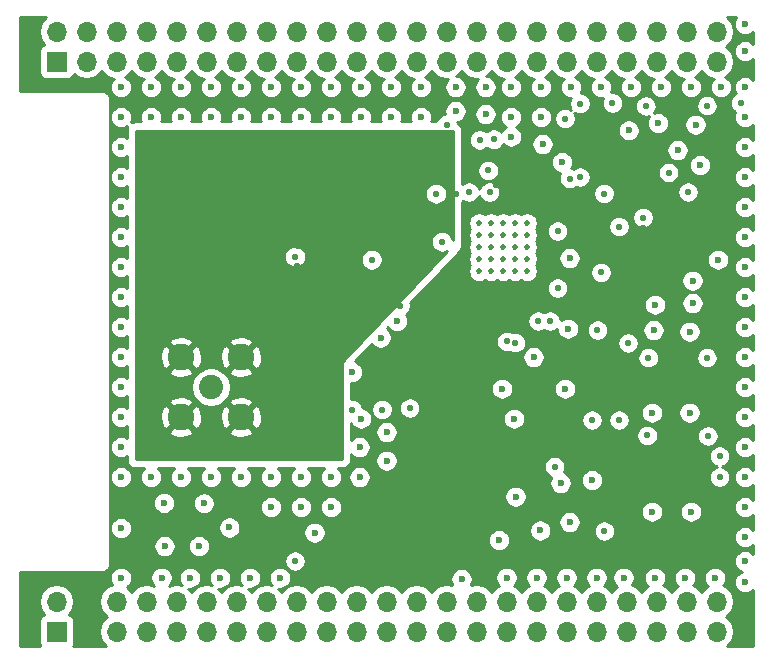
<source format=gbr>
%TF.GenerationSoftware,KiCad,Pcbnew,(5.1.9)-1*%
%TF.CreationDate,2021-09-29T12:39:09-05:00*%
%TF.ProjectId,zigbeeCape,7a696762-6565-4436-9170-652e6b696361,rev?*%
%TF.SameCoordinates,Original*%
%TF.FileFunction,Copper,L3,Inr*%
%TF.FilePolarity,Positive*%
%FSLAX46Y46*%
G04 Gerber Fmt 4.6, Leading zero omitted, Abs format (unit mm)*
G04 Created by KiCad (PCBNEW (5.1.9)-1) date 2021-09-29 12:39:09*
%MOMM*%
%LPD*%
G01*
G04 APERTURE LIST*
%TA.AperFunction,ComponentPad*%
%ADD10C,0.515000*%
%TD*%
%TA.AperFunction,ComponentPad*%
%ADD11C,0.600000*%
%TD*%
%TA.AperFunction,ComponentPad*%
%ADD12C,2.050000*%
%TD*%
%TA.AperFunction,ComponentPad*%
%ADD13C,2.250000*%
%TD*%
%TA.AperFunction,ComponentPad*%
%ADD14R,1.700000X1.700000*%
%TD*%
%TA.AperFunction,ComponentPad*%
%ADD15O,1.700000X1.700000*%
%TD*%
%TA.AperFunction,ViaPad*%
%ADD16C,0.558800*%
%TD*%
%TA.AperFunction,Conductor*%
%ADD17C,0.254000*%
%TD*%
%TA.AperFunction,Conductor*%
%ADD18C,0.100000*%
%TD*%
G04 APERTURE END LIST*
D10*
%TO.N,GND*%
%TO.C,U1*%
X43670000Y32400000D03*
X43670000Y33430000D03*
X43670000Y34460000D03*
X43670000Y35490000D03*
X43670000Y36520000D03*
X42640000Y32400000D03*
X42640000Y33430000D03*
X42640000Y34460000D03*
X42640000Y35490000D03*
X42640000Y36520000D03*
X41610000Y32400000D03*
X41610000Y33430000D03*
X41610000Y34460000D03*
X41610000Y35490000D03*
X41610000Y36520000D03*
X40580000Y32400000D03*
X40580000Y33430000D03*
X40580000Y34460000D03*
X40580000Y35490000D03*
X40580000Y36520000D03*
X39550000Y32400000D03*
X39550000Y33430000D03*
X39550000Y34460000D03*
X39550000Y35490000D03*
X39550000Y36520000D03*
%TD*%
D11*
%TO.N,GND*%
%TO.C,REF\u002A\u002A*%
X46863000Y22479000D03*
%TD*%
%TO.N,GND*%
%TO.C,REF\u002A\u002A*%
X44196000Y25146000D03*
%TD*%
%TO.N,GND*%
%TO.C,REF\u002A\u002A*%
X47117000Y27559000D03*
%TD*%
%TO.N,GND*%
%TO.C,REF\u002A\u002A*%
X47244000Y33528000D03*
%TD*%
%TO.N,GND*%
%TO.C,REF\u002A\u002A*%
X40132000Y45720000D03*
%TD*%
%TO.N,GND*%
%TO.C,REF\u002A\u002A*%
X37592000Y45974000D03*
%TD*%
%TO.N,GND*%
%TO.C,REF\u002A\u002A*%
X40132000Y48006000D03*
%TD*%
%TO.N,GND*%
%TO.C,REF\u002A\u002A*%
X37592000Y48006000D03*
%TD*%
%TO.N,GND*%
%TO.C,REF\u002A\u002A*%
X46609000Y41656000D03*
%TD*%
%TO.N,GND*%
%TO.C,REF\u002A\u002A*%
X44958000Y43180000D03*
%TD*%
%TO.N,GND*%
%TO.C,REF\u002A\u002A*%
X42291000Y43815000D03*
%TD*%
%TO.N,GND*%
%TO.C,REF\u002A\u002A*%
X44831000Y45466000D03*
%TD*%
%TO.N,GND*%
%TO.C,REF\u002A\u002A*%
X42291000Y45466000D03*
%TD*%
%TO.N,GND*%
%TO.C,REF\u002A\u002A*%
X44831000Y48006000D03*
%TD*%
%TO.N,GND*%
%TO.C,REF\u002A\u002A*%
X34290000Y43561000D03*
%TD*%
%TO.N,GND*%
%TO.C,REF\u002A\u002A*%
X31750000Y43561000D03*
%TD*%
%TO.N,GND*%
%TO.C,REF\u002A\u002A*%
X29591000Y42926000D03*
%TD*%
%TO.N,GND*%
%TO.C,REF\u002A\u002A*%
X34671000Y45466000D03*
%TD*%
%TO.N,GND*%
%TO.C,REF\u002A\u002A*%
X32131000Y45466000D03*
%TD*%
%TO.N,GND*%
%TO.C,REF\u002A\u002A*%
X29591000Y45466000D03*
%TD*%
%TO.N,GND*%
%TO.C,REF\u002A\u002A*%
X34671000Y48006000D03*
%TD*%
%TO.N,GND*%
%TO.C,REF\u002A\u002A*%
X32131000Y48006000D03*
%TD*%
D12*
%TO.N,Net-(C31-Pad2)*%
%TO.C,U3*%
X16891000Y22606000D03*
D13*
%TO.N,GND*%
X19431000Y20066000D03*
X19431000Y25146000D03*
X14351000Y25146000D03*
X14351000Y20066000D03*
%TD*%
D11*
%TO.N,GND*%
%TO.C,REF\u002A\u002A*%
X25273000Y35433000D03*
%TD*%
%TO.N,GND*%
%TO.C,REF\u002A\u002A*%
X28194000Y35560000D03*
%TD*%
%TO.N,GND*%
%TO.C,REF\u002A\u002A*%
X26670000Y34290000D03*
%TD*%
%TO.N,GND*%
%TO.C,REF\u002A\u002A*%
X27559000Y36957000D03*
%TD*%
%TO.N,GND*%
%TO.C,REF\u002A\u002A*%
X30480000Y36576000D03*
%TD*%
%TO.N,GND*%
%TO.C,REF\u002A\u002A*%
X29210000Y38100000D03*
%TD*%
%TO.N,GND*%
%TO.C,REF\u002A\u002A*%
X27305000Y38608000D03*
%TD*%
%TO.N,GND*%
%TO.C,REF\u002A\u002A*%
X28448000Y39751000D03*
%TD*%
%TO.N,GND*%
%TO.C,REF\u002A\u002A*%
X30099000Y39751000D03*
%TD*%
%TO.N,GND*%
%TO.C,REF\u002A\u002A*%
X31115000Y38481000D03*
%TD*%
%TO.N,GND*%
%TO.C,REF\u002A\u002A*%
X32766000Y35687000D03*
%TD*%
%TO.N,GND*%
%TO.C,REF\u002A\u002A*%
X29718000Y34671000D03*
%TD*%
%TO.N,GND*%
%TO.C,REF\u002A\u002A*%
X27940000Y33274000D03*
%TD*%
%TO.N,GND*%
%TO.C,REF\u002A\u002A*%
X26035000Y31877000D03*
%TD*%
%TO.N,GND*%
%TO.C,REF\u002A\u002A*%
X25781000Y29972000D03*
%TD*%
%TO.N,GND*%
%TO.C,REF\u002A\u002A*%
X24384000Y31242000D03*
%TD*%
%TO.N,GND*%
%TO.C,REF\u002A\u002A*%
X30226000Y27940000D03*
%TD*%
%TO.N,GND*%
%TO.C,REF\u002A\u002A*%
X32639000Y28194000D03*
%TD*%
%TO.N,GND*%
%TO.C,REF\u002A\u002A*%
X31242000Y26797000D03*
%TD*%
%TO.N,GND*%
%TO.C,REF\u002A\u002A*%
X28702000Y26416000D03*
%TD*%
%TO.N,GND*%
%TO.C,REF\u002A\u002A*%
X28829000Y23876000D03*
%TD*%
%TO.N,GND*%
%TO.C,REF\u002A\u002A*%
X25654000Y10287000D03*
%TD*%
%TO.N,GND*%
%TO.C,REF\u002A\u002A*%
X15875000Y9144000D03*
%TD*%
%TO.N,GND*%
%TO.C,REF\u002A\u002A*%
X12954000Y9144000D03*
%TD*%
%TO.N,GND*%
%TO.C,REF\u002A\u002A*%
X31750000Y16383000D03*
%TD*%
%TO.N,GND*%
%TO.C,REF\u002A\u002A*%
X31750000Y18796000D03*
%TD*%
%TO.N,GND*%
%TO.C,REF\u002A\u002A*%
X29591000Y19939000D03*
%TD*%
%TO.N,GND*%
%TO.C,REF\u002A\u002A*%
X29464000Y17526000D03*
%TD*%
%TO.N,GND*%
%TO.C,REF\u002A\u002A*%
X29464000Y14986000D03*
%TD*%
%TO.N,GND*%
%TO.C,REF\u002A\u002A*%
X27051000Y12446000D03*
%TD*%
%TO.N,GND*%
%TO.C,REF\u002A\u002A*%
X24511000Y12446000D03*
%TD*%
%TO.N,GND*%
%TO.C,REF\u002A\u002A*%
X21971000Y12446000D03*
%TD*%
%TO.N,GND*%
%TO.C,REF\u002A\u002A*%
X18440400Y10718800D03*
%TD*%
%TO.N,GND*%
%TO.C,REF\u002A\u002A*%
X16281400Y12776200D03*
%TD*%
%TO.N,GND*%
%TO.C,REF\u002A\u002A*%
X12903200Y12801600D03*
%TD*%
%TO.N,GND*%
%TO.C,REF\u002A\u002A*%
X9271000Y10668000D03*
%TD*%
%TO.N,GND*%
%TO.C,REF\u002A\u002A*%
X27051000Y14986000D03*
%TD*%
%TO.N,GND*%
%TO.C,REF\u002A\u002A*%
X24511000Y14986000D03*
%TD*%
%TO.N,GND*%
%TO.C,REF\u002A\u002A*%
X21971000Y14986000D03*
%TD*%
%TO.N,GND*%
%TO.C,REF\u002A\u002A*%
X19431000Y14986000D03*
%TD*%
%TO.N,GND*%
%TO.C,REF\u002A\u002A*%
X16891000Y14986000D03*
%TD*%
%TO.N,GND*%
%TO.C,REF\u002A\u002A*%
X14351000Y14986000D03*
%TD*%
%TO.N,GND*%
%TO.C,REF\u002A\u002A*%
X11811000Y14986000D03*
%TD*%
%TO.N,GND*%
%TO.C,REF\u002A\u002A*%
X9271000Y14986000D03*
%TD*%
%TO.N,GND*%
%TO.C,REF\u002A\u002A*%
X27051000Y17526000D03*
%TD*%
%TO.N,GND*%
%TO.C,REF\u002A\u002A*%
X24511000Y17526000D03*
%TD*%
%TO.N,GND*%
%TO.C,REF\u002A\u002A*%
X21971000Y17526000D03*
%TD*%
%TO.N,GND*%
%TO.C,REF\u002A\u002A*%
X19431000Y17526000D03*
%TD*%
%TO.N,GND*%
%TO.C,REF\u002A\u002A*%
X16891000Y17526000D03*
%TD*%
%TO.N,GND*%
%TO.C,REF\u002A\u002A*%
X14351000Y17526000D03*
%TD*%
%TO.N,GND*%
%TO.C,REF\u002A\u002A*%
X11811000Y17526000D03*
%TD*%
%TO.N,GND*%
%TO.C,REF\u002A\u002A*%
X9271000Y17526000D03*
%TD*%
%TO.N,GND*%
%TO.C,REF\u002A\u002A*%
X27051000Y20066000D03*
%TD*%
%TO.N,GND*%
%TO.C,REF\u002A\u002A*%
X24511000Y20066000D03*
%TD*%
%TO.N,GND*%
%TO.C,REF\u002A\u002A*%
X21971000Y20066000D03*
%TD*%
%TO.N,GND*%
%TO.C,REF\u002A\u002A*%
X16891000Y20066000D03*
%TD*%
%TO.N,GND*%
%TO.C,REF\u002A\u002A*%
X11811000Y20066000D03*
%TD*%
%TO.N,GND*%
%TO.C,REF\u002A\u002A*%
X9271000Y20066000D03*
%TD*%
%TO.N,GND*%
%TO.C,REF\u002A\u002A*%
X27051000Y22606000D03*
%TD*%
%TO.N,GND*%
%TO.C,REF\u002A\u002A*%
X24511000Y22606000D03*
%TD*%
%TO.N,GND*%
%TO.C,REF\u002A\u002A*%
X21971000Y22606000D03*
%TD*%
%TO.N,GND*%
%TO.C,REF\u002A\u002A*%
X19431000Y22606000D03*
%TD*%
%TO.N,GND*%
%TO.C,REF\u002A\u002A*%
X14351000Y22606000D03*
%TD*%
%TO.N,GND*%
%TO.C,REF\u002A\u002A*%
X11811000Y22606000D03*
%TD*%
%TO.N,GND*%
%TO.C,REF\u002A\u002A*%
X9271000Y22606000D03*
%TD*%
%TO.N,GND*%
%TO.C,REF\u002A\u002A*%
X27051000Y25146000D03*
%TD*%
%TO.N,GND*%
%TO.C,REF\u002A\u002A*%
X24511000Y25146000D03*
%TD*%
%TO.N,GND*%
%TO.C,REF\u002A\u002A*%
X21971000Y25146000D03*
%TD*%
%TO.N,GND*%
%TO.C,REF\u002A\u002A*%
X11811000Y25146000D03*
%TD*%
%TO.N,GND*%
%TO.C,REF\u002A\u002A*%
X9271000Y25146000D03*
%TD*%
%TO.N,GND*%
%TO.C,REF\u002A\u002A*%
X27051000Y27686000D03*
%TD*%
%TO.N,GND*%
%TO.C,REF\u002A\u002A*%
X21971000Y27686000D03*
%TD*%
%TO.N,GND*%
%TO.C,REF\u002A\u002A*%
X19431000Y27686000D03*
%TD*%
%TO.N,GND*%
%TO.C,REF\u002A\u002A*%
X16891000Y27686000D03*
%TD*%
%TO.N,GND*%
%TO.C,REF\u002A\u002A*%
X14351000Y27686000D03*
%TD*%
%TO.N,GND*%
%TO.C,REF\u002A\u002A*%
X11811000Y27686000D03*
%TD*%
%TO.N,GND*%
%TO.C,REF\u002A\u002A*%
X9271000Y27686000D03*
%TD*%
%TO.N,GND*%
%TO.C,REF\u002A\u002A*%
X21971000Y30226000D03*
%TD*%
%TO.N,GND*%
%TO.C,REF\u002A\u002A*%
X16891000Y30226000D03*
%TD*%
%TO.N,GND*%
%TO.C,REF\u002A\u002A*%
X14351000Y30226000D03*
%TD*%
%TO.N,GND*%
%TO.C,REF\u002A\u002A*%
X11811000Y30226000D03*
%TD*%
%TO.N,GND*%
%TO.C,REF\u002A\u002A*%
X9271000Y30226000D03*
%TD*%
%TO.N,GND*%
%TO.C,REF\u002A\u002A*%
X19431000Y32766000D03*
%TD*%
%TO.N,GND*%
%TO.C,REF\u002A\u002A*%
X16891000Y32766000D03*
%TD*%
%TO.N,GND*%
%TO.C,REF\u002A\u002A*%
X14351000Y32766000D03*
%TD*%
%TO.N,GND*%
%TO.C,REF\u002A\u002A*%
X11811000Y32766000D03*
%TD*%
%TO.N,GND*%
%TO.C,REF\u002A\u002A*%
X9271000Y32766000D03*
%TD*%
%TO.N,GND*%
%TO.C,REF\u002A\u002A*%
X21590000Y35306000D03*
%TD*%
%TO.N,GND*%
%TO.C,REF\u002A\u002A*%
X19431000Y35306000D03*
%TD*%
%TO.N,GND*%
%TO.C,REF\u002A\u002A*%
X16891000Y35306000D03*
%TD*%
%TO.N,GND*%
%TO.C,REF\u002A\u002A*%
X14351000Y35306000D03*
%TD*%
%TO.N,GND*%
%TO.C,REF\u002A\u002A*%
X11811000Y35306000D03*
%TD*%
%TO.N,GND*%
%TO.C,REF\u002A\u002A*%
X9271000Y35306000D03*
%TD*%
%TO.N,GND*%
%TO.C,REF\u002A\u002A*%
X21971000Y37846000D03*
%TD*%
%TO.N,GND*%
%TO.C,REF\u002A\u002A*%
X19431000Y37846000D03*
%TD*%
%TO.N,GND*%
%TO.C,REF\u002A\u002A*%
X16891000Y37846000D03*
%TD*%
%TO.N,GND*%
%TO.C,REF\u002A\u002A*%
X14351000Y37846000D03*
%TD*%
%TO.N,GND*%
%TO.C,REF\u002A\u002A*%
X11811000Y37846000D03*
%TD*%
%TO.N,GND*%
%TO.C,REF\u002A\u002A*%
X9271000Y37846000D03*
%TD*%
%TO.N,GND*%
%TO.C,REF\u002A\u002A*%
X24511000Y40386000D03*
%TD*%
%TO.N,GND*%
%TO.C,REF\u002A\u002A*%
X21971000Y40386000D03*
%TD*%
%TO.N,GND*%
%TO.C,REF\u002A\u002A*%
X19431000Y40386000D03*
%TD*%
%TO.N,GND*%
%TO.C,REF\u002A\u002A*%
X16891000Y40386000D03*
%TD*%
%TO.N,GND*%
%TO.C,REF\u002A\u002A*%
X14351000Y40386000D03*
%TD*%
%TO.N,GND*%
%TO.C,REF\u002A\u002A*%
X11811000Y40386000D03*
%TD*%
%TO.N,GND*%
%TO.C,REF\u002A\u002A*%
X9271000Y40386000D03*
%TD*%
%TO.N,GND*%
%TO.C,REF\u002A\u002A*%
X27051000Y42926000D03*
%TD*%
%TO.N,GND*%
%TO.C,REF\u002A\u002A*%
X24511000Y42926000D03*
%TD*%
%TO.N,GND*%
%TO.C,REF\u002A\u002A*%
X21971000Y42926000D03*
%TD*%
%TO.N,GND*%
%TO.C,REF\u002A\u002A*%
X19431000Y42926000D03*
%TD*%
%TO.N,GND*%
%TO.C,REF\u002A\u002A*%
X16891000Y42926000D03*
%TD*%
%TO.N,GND*%
%TO.C,REF\u002A\u002A*%
X14351000Y42926000D03*
%TD*%
%TO.N,GND*%
%TO.C,REF\u002A\u002A*%
X11811000Y42926000D03*
%TD*%
%TO.N,GND*%
%TO.C,REF\u002A\u002A*%
X9271000Y42926000D03*
%TD*%
%TO.N,GND*%
%TO.C,REF\u002A\u002A*%
X27051000Y45466000D03*
%TD*%
%TO.N,GND*%
%TO.C,REF\u002A\u002A*%
X24511000Y45466000D03*
%TD*%
%TO.N,GND*%
%TO.C,REF\u002A\u002A*%
X21971000Y45466000D03*
%TD*%
%TO.N,GND*%
%TO.C,REF\u002A\u002A*%
X19431000Y45466000D03*
%TD*%
%TO.N,GND*%
%TO.C,REF\u002A\u002A*%
X16891000Y45466000D03*
%TD*%
%TO.N,GND*%
%TO.C,REF\u002A\u002A*%
X14351000Y45466000D03*
%TD*%
%TO.N,GND*%
%TO.C,REF\u002A\u002A*%
X11811000Y45466000D03*
%TD*%
%TO.N,GND*%
%TO.C,REF\u002A\u002A*%
X9271000Y45466000D03*
%TD*%
%TO.N,GND*%
%TO.C,REF\u002A\u002A*%
X27051000Y48006000D03*
%TD*%
%TO.N,GND*%
%TO.C,REF\u002A\u002A*%
X24511000Y48006000D03*
%TD*%
%TO.N,GND*%
%TO.C,REF\u002A\u002A*%
X21971000Y48006000D03*
%TD*%
%TO.N,GND*%
%TO.C,REF\u002A\u002A*%
X19431000Y48006000D03*
%TD*%
%TO.N,GND*%
%TO.C,REF\u002A\u002A*%
X16891000Y48006000D03*
%TD*%
%TO.N,GND*%
%TO.C,REF\u002A\u002A*%
X14351000Y48006000D03*
%TD*%
%TO.N,GND*%
%TO.C,REF\u002A\u002A*%
X11811000Y48006000D03*
%TD*%
%TO.N,GND*%
%TO.C,REF\u002A\u002A*%
X56388000Y42672000D03*
%TD*%
%TO.N,GND*%
%TO.C,REF\u002A\u002A*%
X58293000Y41402000D03*
%TD*%
%TO.N,GND*%
%TO.C,REF\u002A\u002A*%
X52247800Y44348400D03*
%TD*%
%TO.N,GND*%
%TO.C,REF\u002A\u002A*%
X54737000Y44958000D03*
%TD*%
%TO.N,GND*%
%TO.C,REF\u002A\u002A*%
X57912000Y44831000D03*
%TD*%
%TO.N,GND*%
%TO.C,REF\u002A\u002A*%
X59817000Y33401000D03*
%TD*%
%TO.N,GND*%
%TO.C,REF\u002A\u002A*%
X57658000Y31623000D03*
%TD*%
%TO.N,GND*%
%TO.C,REF\u002A\u002A*%
X57658000Y29718000D03*
%TD*%
%TO.N,GND*%
%TO.C,REF\u002A\u002A*%
X54483000Y29591000D03*
%TD*%
%TO.N,GND*%
%TO.C,REF\u002A\u002A*%
X57404000Y27305000D03*
%TD*%
%TO.N,GND*%
%TO.C,REF\u002A\u002A*%
X54356000Y27432000D03*
%TD*%
%TO.N,GND*%
%TO.C,REF\u002A\u002A*%
X57404000Y20447000D03*
%TD*%
%TO.N,GND*%
%TO.C,REF\u002A\u002A*%
X54229000Y20447000D03*
%TD*%
%TO.N,GND*%
%TO.C,REF\u002A\u002A*%
X44754800Y10464800D03*
%TD*%
%TO.N,GND*%
%TO.C,REF\u002A\u002A*%
X47244000Y11176000D03*
%TD*%
%TO.N,GND*%
%TO.C,REF\u002A\u002A*%
X46482000Y14478000D03*
%TD*%
%TO.N,GND*%
%TO.C,REF\u002A\u002A*%
X49149000Y14732000D03*
%TD*%
%TO.N,GND*%
%TO.C,REF\u002A\u002A*%
X42672000Y13335000D03*
%TD*%
%TO.N,GND*%
%TO.C,REF\u002A\u002A*%
X42545000Y19939000D03*
%TD*%
%TO.N,GND*%
%TO.C,REF\u002A\u002A*%
X41529000Y22479000D03*
%TD*%
%TO.N,GND*%
%TO.C,REF\u002A\u002A*%
X41275000Y9652000D03*
%TD*%
%TO.N,GND*%
%TO.C,REF\u002A\u002A*%
X38100000Y6350000D03*
%TD*%
%TO.N,GND*%
%TO.C,REF\u002A\u002A*%
X57531000Y12065000D03*
%TD*%
%TO.N,GND*%
%TO.C,REF\u002A\u002A*%
X54229000Y12065000D03*
%TD*%
%TO.N,GND*%
%TO.C,REF\u002A\u002A*%
X62103000Y51054000D03*
%TD*%
%TO.N,GND*%
%TO.C,REF\u002A\u002A*%
X62103000Y53340000D03*
%TD*%
%TO.N,GND*%
%TO.C,REF\u002A\u002A*%
X9271000Y32766000D03*
%TD*%
%TO.N,GND*%
%TO.C,REF\u002A\u002A*%
X60071000Y48006000D03*
%TD*%
%TO.N,GND*%
%TO.C,REF\u002A\u002A*%
X59563000Y6477000D03*
%TD*%
%TO.N,GND*%
%TO.C,REF\u002A\u002A*%
X57023000Y6477000D03*
%TD*%
%TO.N,GND*%
%TO.C,REF\u002A\u002A*%
X54483000Y6477000D03*
%TD*%
%TO.N,GND*%
%TO.C,REF\u002A\u002A*%
X51816000Y6477000D03*
%TD*%
%TO.N,GND*%
%TO.C,REF\u002A\u002A*%
X49530000Y6477000D03*
%TD*%
%TO.N,GND*%
%TO.C,REF\u002A\u002A*%
X46990000Y6477000D03*
%TD*%
%TO.N,GND*%
%TO.C,REF\u002A\u002A*%
X44450000Y6477000D03*
%TD*%
%TO.N,GND*%
%TO.C,REF\u002A\u002A*%
X41910000Y6477000D03*
%TD*%
%TO.N,GND*%
%TO.C,REF\u002A\u002A*%
X22733000Y6477000D03*
%TD*%
%TO.N,GND*%
%TO.C,REF\u002A\u002A*%
X20193000Y6477000D03*
%TD*%
%TO.N,GND*%
%TO.C,REF\u002A\u002A*%
X17653000Y6477000D03*
%TD*%
%TO.N,GND*%
%TO.C,REF\u002A\u002A*%
X15113000Y6477000D03*
%TD*%
%TO.N,GND*%
%TO.C,REF\u002A\u002A*%
X12700000Y6477000D03*
%TD*%
%TO.N,GND*%
%TO.C,REF\u002A\u002A*%
X9271000Y48006000D03*
%TD*%
D14*
%TO.N,GND*%
%TO.C,U5*%
X3810000Y1905000D03*
D15*
X3810000Y4445000D03*
%TO.N,+3V3*%
X6350000Y1905000D03*
X6350000Y4445000D03*
%TO.N,Net-(U5-Pad5)*%
X8890000Y1905000D03*
%TO.N,Net-(U5-Pad6)*%
X8890000Y4445000D03*
%TO.N,Net-(U5-Pad7)*%
X11430000Y1905000D03*
%TO.N,Net-(U5-Pad8)*%
X11430000Y4445000D03*
%TO.N,Net-(U5-Pad9)*%
X13970000Y1905000D03*
%TO.N,/BeagleBone_Headers/BeagleBone_Reset*%
X13970000Y4445000D03*
%TO.N,Net-(U5-Pad11)*%
X16510000Y1905000D03*
%TO.N,Net-(U5-Pad12)*%
X16510000Y4445000D03*
%TO.N,Net-(U5-Pad13)*%
X19050000Y1905000D03*
%TO.N,Net-(U5-Pad14)*%
X19050000Y4445000D03*
%TO.N,Net-(U5-Pad15)*%
X21590000Y1905000D03*
%TO.N,Net-(U5-Pad16)*%
X21590000Y4445000D03*
%TO.N,SPI_CS*%
X24130000Y1905000D03*
%TO.N,SPI_MOSI*%
X24130000Y4445000D03*
%TO.N,I2C2_SCL*%
X26670000Y1905000D03*
%TO.N,I2C2_SDA*%
X26670000Y4445000D03*
%TO.N,SPI_MISO*%
X29210000Y1905000D03*
%TO.N,SPI_CLK*%
X29210000Y4445000D03*
%TO.N,Net-(U5-Pad23)*%
X31750000Y1905000D03*
%TO.N,UART_TX*%
X31750000Y4445000D03*
%TO.N,Net-(U5-Pad25)*%
X34290000Y1905000D03*
%TO.N,UART_RX*%
X34290000Y4445000D03*
%TO.N,Net-(U5-Pad27)*%
X36830000Y1905000D03*
%TO.N,Net-(U5-Pad28)*%
X36830000Y4445000D03*
%TO.N,Net-(U5-Pad29)*%
X39370000Y1905000D03*
%TO.N,Network_Connect*%
X39370000Y4445000D03*
%TO.N,Net-(U5-Pad31)*%
X41910000Y1905000D03*
%TO.N,Net-(U5-Pad32)*%
X41910000Y4445000D03*
%TO.N,Net-(U5-Pad33)*%
X44450000Y1905000D03*
%TO.N,Net-(U5-Pad34)*%
X44450000Y4445000D03*
%TO.N,Net-(U5-Pad35)*%
X46990000Y1905000D03*
%TO.N,Net-(U5-Pad36)*%
X46990000Y4445000D03*
%TO.N,Net-(U5-Pad37)*%
X49530000Y1905000D03*
%TO.N,Net-(U5-Pad38)*%
X49530000Y4445000D03*
%TO.N,Net-(U5-Pad39)*%
X52070000Y1905000D03*
%TO.N,Net-(U5-Pad40)*%
X52070000Y4445000D03*
%TO.N,Lan_HeartBeat*%
X54610000Y1905000D03*
%TO.N,Net-(U5-Pad42)*%
X54610000Y4445000D03*
%TO.N,GND*%
X57150000Y1905000D03*
X57150000Y4445000D03*
X59690000Y1905000D03*
X59690000Y4445000D03*
%TD*%
D11*
%TO.N,GND*%
%TO.C,REF\u002A\u002A*%
X9271000Y6477000D03*
%TD*%
%TO.N,GND*%
%TO.C,REF\u002A\u002A*%
X9271000Y14986000D03*
%TD*%
%TO.N,GND*%
%TO.C,REF\u002A\u002A*%
X9271000Y17526000D03*
%TD*%
%TO.N,GND*%
%TO.C,REF\u002A\u002A*%
X9271000Y20066000D03*
%TD*%
%TO.N,GND*%
%TO.C,REF\u002A\u002A*%
X9271000Y22606000D03*
%TD*%
%TO.N,GND*%
%TO.C,REF\u002A\u002A*%
X9271000Y25146000D03*
%TD*%
%TO.N,GND*%
%TO.C,REF\u002A\u002A*%
X9271000Y27686000D03*
%TD*%
%TO.N,GND*%
%TO.C,REF\u002A\u002A*%
X9271000Y30226000D03*
%TD*%
%TO.N,GND*%
%TO.C,REF\u002A\u002A*%
X9271000Y35306000D03*
%TD*%
%TO.N,GND*%
%TO.C,REF\u002A\u002A*%
X9271000Y37846000D03*
%TD*%
%TO.N,GND*%
%TO.C,REF\u002A\u002A*%
X9271000Y40386000D03*
%TD*%
%TO.N,GND*%
%TO.C,REF\u002A\u002A*%
X9271000Y42926000D03*
%TD*%
%TO.N,GND*%
%TO.C,REF\u002A\u002A*%
X9271000Y45466000D03*
%TD*%
%TO.N,GND*%
%TO.C,REF\u002A\u002A*%
X62103000Y6096000D03*
%TD*%
%TO.N,GND*%
%TO.C,REF\u002A\u002A*%
X62103000Y12446000D03*
%TD*%
%TO.N,GND*%
%TO.C,REF\u002A\u002A*%
X62103000Y7874000D03*
%TD*%
%TO.N,GND*%
%TO.C,REF\u002A\u002A*%
X62103000Y9906000D03*
%TD*%
%TO.N,GND*%
%TO.C,REF\u002A\u002A*%
X62103000Y14986000D03*
%TD*%
%TO.N,GND*%
%TO.C,REF\u002A\u002A*%
X62103000Y17526000D03*
%TD*%
%TO.N,GND*%
%TO.C,REF\u002A\u002A*%
X62103000Y20066000D03*
%TD*%
%TO.N,GND*%
%TO.C,REF\u002A\u002A*%
X62103000Y22606000D03*
%TD*%
%TO.N,GND*%
%TO.C,REF\u002A\u002A*%
X62103000Y25146000D03*
%TD*%
%TO.N,GND*%
%TO.C,REF\u002A\u002A*%
X62103000Y27686000D03*
%TD*%
%TO.N,GND*%
%TO.C,REF\u002A\u002A*%
X62103000Y30226000D03*
%TD*%
%TO.N,GND*%
%TO.C,REF\u002A\u002A*%
X62103000Y32766000D03*
%TD*%
%TO.N,GND*%
%TO.C,REF\u002A\u002A*%
X62103000Y35306000D03*
%TD*%
%TO.N,GND*%
%TO.C,REF\u002A\u002A*%
X62103000Y37846000D03*
%TD*%
%TO.N,GND*%
%TO.C,REF\u002A\u002A*%
X62103000Y40386000D03*
%TD*%
%TO.N,GND*%
%TO.C,REF\u002A\u002A*%
X62103000Y42926000D03*
%TD*%
%TO.N,GND*%
%TO.C,REF\u002A\u002A*%
X62103000Y45466000D03*
%TD*%
%TO.N,GND*%
%TO.C,REF\u002A\u002A*%
X62103000Y48006000D03*
%TD*%
%TO.N,GND*%
%TO.C,REF\u002A\u002A*%
X54991000Y48006000D03*
%TD*%
%TO.N,GND*%
%TO.C,REF\u002A\u002A*%
X57531000Y48006000D03*
%TD*%
%TO.N,GND*%
%TO.C,REF\u002A\u002A*%
X52451000Y48006000D03*
%TD*%
%TO.N,GND*%
%TO.C,REF\u002A\u002A*%
X49911000Y48006000D03*
%TD*%
%TO.N,GND*%
%TO.C,REF\u002A\u002A*%
X47371000Y48006000D03*
%TD*%
%TO.N,GND*%
%TO.C,REF\u002A\u002A*%
X44831000Y48006000D03*
%TD*%
%TO.N,GND*%
%TO.C,REF\u002A\u002A*%
X42291000Y48006000D03*
%TD*%
%TO.N,GND*%
%TO.C,REF\u002A\u002A*%
X34671000Y48006000D03*
%TD*%
%TO.N,GND*%
%TO.C,REF\u002A\u002A*%
X32131000Y48006000D03*
%TD*%
%TO.N,GND*%
%TO.C,REF\u002A\u002A*%
X29591000Y48006000D03*
%TD*%
%TO.N,GND*%
%TO.C,REF\u002A\u002A*%
X27051000Y48006000D03*
%TD*%
%TO.N,GND*%
%TO.C,REF\u002A\u002A*%
X24511000Y48006000D03*
%TD*%
%TO.N,GND*%
%TO.C,REF\u002A\u002A*%
X21971000Y48006000D03*
%TD*%
%TO.N,GND*%
%TO.C,REF\u002A\u002A*%
X19431000Y48006000D03*
%TD*%
%TO.N,GND*%
%TO.C,REF\u002A\u002A*%
X16891000Y48006000D03*
%TD*%
%TO.N,GND*%
%TO.C,REF\u002A\u002A*%
X14351000Y48006000D03*
%TD*%
%TO.N,GND*%
%TO.C,REF\u002A\u002A*%
X11811000Y48006000D03*
%TD*%
D15*
%TO.N,Net-(U4-Pad46)*%
%TO.C,U4*%
X59690000Y52705000D03*
%TO.N,Net-(U4-Pad45)*%
X59690000Y50165000D03*
%TO.N,Net-(U4-Pad44)*%
X57150000Y52705000D03*
%TO.N,Net-(U4-Pad43)*%
X57150000Y50165000D03*
%TO.N,Net-(U4-Pad42)*%
X54610000Y52705000D03*
%TO.N,Net-(U4-Pad41)*%
X54610000Y50165000D03*
%TO.N,Net-(U4-Pad40)*%
X52070000Y52705000D03*
%TO.N,Net-(U4-Pad39)*%
X52070000Y50165000D03*
%TO.N,Net-(U4-Pad38)*%
X49530000Y52705000D03*
%TO.N,Net-(U4-Pad37)*%
X49530000Y50165000D03*
%TO.N,Net-(U4-Pad36)*%
X46990000Y52705000D03*
%TO.N,Net-(U4-Pad35)*%
X46990000Y50165000D03*
%TO.N,Net-(U4-Pad34)*%
X44450000Y52705000D03*
%TO.N,Net-(U4-Pad33)*%
X44450000Y50165000D03*
%TO.N,Net-(U4-Pad32)*%
X41910000Y52705000D03*
%TO.N,Net-(U4-Pad31)*%
X41910000Y50165000D03*
%TO.N,Net-(U4-Pad30)*%
X39370000Y52705000D03*
%TO.N,Net-(U4-Pad29)*%
X39370000Y50165000D03*
%TO.N,Net-(U4-Pad28)*%
X36830000Y52705000D03*
%TO.N,Net-(U4-Pad27)*%
X36830000Y50165000D03*
%TO.N,Net-(U4-Pad26)*%
X34290000Y52705000D03*
%TO.N,Net-(U4-Pad25)*%
X34290000Y50165000D03*
%TO.N,Net-(U4-Pad24)*%
X31750000Y52705000D03*
%TO.N,Net-(U4-Pad23)*%
X31750000Y50165000D03*
%TO.N,Net-(U4-Pad22)*%
X29210000Y52705000D03*
%TO.N,Net-(U4-Pad21)*%
X29210000Y50165000D03*
%TO.N,Net-(U4-Pad20)*%
X26670000Y52705000D03*
%TO.N,Net-(U4-Pad19)*%
X26670000Y50165000D03*
%TO.N,Net-(U4-Pad18)*%
X24130000Y52705000D03*
%TO.N,Net-(U4-Pad17)*%
X24130000Y50165000D03*
%TO.N,Net-(U4-Pad16)*%
X21590000Y52705000D03*
%TO.N,Net-(U4-Pad15)*%
X21590000Y50165000D03*
%TO.N,Net-(U4-Pad14)*%
X19050000Y52705000D03*
%TO.N,Net-(U4-Pad13)*%
X19050000Y50165000D03*
%TO.N,Net-(U4-Pad12)*%
X16510000Y52705000D03*
%TO.N,Net-(U4-Pad11)*%
X16510000Y50165000D03*
%TO.N,Net-(U4-Pad10)*%
X13970000Y52705000D03*
%TO.N,Net-(U4-Pad9)*%
X13970000Y50165000D03*
%TO.N,Net-(U4-Pad8)*%
X11430000Y52705000D03*
%TO.N,Net-(U4-Pad7)*%
X11430000Y50165000D03*
%TO.N,Net-(U4-Pad6)*%
X8890000Y52705000D03*
%TO.N,Net-(U4-Pad5)*%
X8890000Y50165000D03*
%TO.N,Net-(U4-Pad4)*%
X6350000Y52705000D03*
%TO.N,Net-(U4-Pad3)*%
X6350000Y50165000D03*
%TO.N,GND*%
X3810000Y52705000D03*
D14*
X3810000Y50165000D03*
%TD*%
D16*
%TO.N,GND*%
X24003000Y7874000D03*
X59944000Y14986000D03*
X59944000Y16764000D03*
X49149000Y19812000D03*
X51435000Y19812000D03*
X45974000Y15875000D03*
X34290000Y42291000D03*
X32639000Y42418000D03*
X32004000Y41656000D03*
X31877000Y37846000D03*
X31877000Y36576000D03*
X33274000Y36576000D03*
X24638000Y36195000D03*
X26162000Y36195000D03*
X26162000Y37592000D03*
X25654000Y40640000D03*
X25654000Y42037000D03*
X27178000Y41910000D03*
X27178000Y30099000D03*
X26670000Y30734000D03*
X27305000Y31877000D03*
X37592000Y38989000D03*
X36322000Y40513000D03*
X35560000Y41910000D03*
X35560000Y43434000D03*
X36830000Y44831000D03*
X47244000Y40259000D03*
X48133000Y40386000D03*
X50165000Y38989000D03*
X46863000Y45339000D03*
X48133000Y46609000D03*
X51435000Y36195000D03*
X49911000Y32319600D03*
X46228000Y30988000D03*
X45593000Y28194000D03*
X33710525Y20828000D03*
X31369000Y20701000D03*
X28829000Y20701000D03*
X24257000Y34544000D03*
X25400000Y34417000D03*
X24130000Y32893000D03*
X25527000Y32893000D03*
X53467000Y36957000D03*
X55626000Y40767000D03*
X57277000Y39116000D03*
X32893000Y30734000D03*
X32893000Y29464000D03*
X31623000Y29464000D03*
X41918800Y26466800D03*
X42646600Y26365200D03*
X40360600Y40944800D03*
X39624000Y43535600D03*
X40817800Y43586400D03*
X50876200Y46659800D03*
X53695600Y46405800D03*
X58877200Y46431200D03*
X61722000Y46659800D03*
X53898800Y25095200D03*
X52197000Y26339800D03*
X58877200Y25095200D03*
X53822600Y18516600D03*
X58953400Y18465800D03*
X50190400Y10414000D03*
X49606200Y27432000D03*
%TO.N,+3V3*%
X24003000Y9906000D03*
X45974000Y17780000D03*
X41021000Y39751000D03*
X47244000Y36068000D03*
X50165000Y37211000D03*
X48260000Y42291000D03*
X46863000Y43561000D03*
X36322000Y22098000D03*
X53467000Y36068000D03*
X38735000Y29845000D03*
X38735000Y28829000D03*
X43434000Y29718000D03*
%TO.N,VDDR*%
X38735000Y39116000D03*
X40469600Y39116000D03*
%TO.N,Net-(C15-Pad1)*%
X44577000Y28194000D03*
%TO.N,/ZigBeeFiltering/RX_TX*%
X30480000Y33401000D03*
X35941000Y38989000D03*
X36423600Y34925000D03*
%TO.N,Net-(C31-Pad1)*%
X24003000Y33655000D03*
%TO.N,DCDC_SW*%
X46228000Y35814000D03*
%TD*%
D17*
%TO.N,+3V3*%
X2863368Y53858475D02*
X2656525Y53651632D01*
X2494010Y53408411D01*
X2382068Y53138158D01*
X2325000Y52851260D01*
X2325000Y52558740D01*
X2382068Y52271842D01*
X2494010Y52001589D01*
X2656525Y51758368D01*
X2788380Y51626513D01*
X2715820Y51604502D01*
X2605506Y51545537D01*
X2508815Y51466185D01*
X2429463Y51369494D01*
X2370498Y51259180D01*
X2334188Y51139482D01*
X2321928Y51015000D01*
X2321928Y49315000D01*
X2334188Y49190518D01*
X2370498Y49070820D01*
X2429463Y48960506D01*
X2508815Y48863815D01*
X2605506Y48784463D01*
X2715820Y48725498D01*
X2835518Y48689188D01*
X2960000Y48676928D01*
X4660000Y48676928D01*
X4784482Y48689188D01*
X4904180Y48725498D01*
X5014494Y48784463D01*
X5111185Y48863815D01*
X5190537Y48960506D01*
X5249502Y49070820D01*
X5271513Y49143380D01*
X5403368Y49011525D01*
X5646589Y48849010D01*
X5916842Y48737068D01*
X6203740Y48680000D01*
X6496260Y48680000D01*
X6783158Y48737068D01*
X7053411Y48849010D01*
X7296632Y49011525D01*
X7503475Y49218368D01*
X7620000Y49392760D01*
X7736525Y49218368D01*
X7943368Y49011525D01*
X8186589Y48849010D01*
X8456842Y48737068D01*
X8642790Y48700080D01*
X8544738Y48602028D01*
X8442414Y48448889D01*
X8371932Y48278729D01*
X8336000Y48098089D01*
X8336000Y47913911D01*
X8371932Y47733271D01*
X8442414Y47563111D01*
X8544738Y47409972D01*
X8674972Y47279738D01*
X8828111Y47177414D01*
X8998271Y47106932D01*
X9178911Y47071000D01*
X9363089Y47071000D01*
X9543729Y47106932D01*
X9713889Y47177414D01*
X9867028Y47279738D01*
X9997262Y47409972D01*
X10099586Y47563111D01*
X10170068Y47733271D01*
X10206000Y47913911D01*
X10206000Y48098089D01*
X10170068Y48278729D01*
X10099586Y48448889D01*
X9997262Y48602028D01*
X9867028Y48732262D01*
X9713889Y48834586D01*
X9626190Y48870912D01*
X9836632Y49011525D01*
X10043475Y49218368D01*
X10160000Y49392760D01*
X10276525Y49218368D01*
X10483368Y49011525D01*
X10726589Y48849010D01*
X10996842Y48737068D01*
X11182790Y48700080D01*
X11084738Y48602028D01*
X10982414Y48448889D01*
X10911932Y48278729D01*
X10876000Y48098089D01*
X10876000Y47913911D01*
X10911932Y47733271D01*
X10982414Y47563111D01*
X11084738Y47409972D01*
X11214972Y47279738D01*
X11368111Y47177414D01*
X11538271Y47106932D01*
X11718911Y47071000D01*
X11903089Y47071000D01*
X12083729Y47106932D01*
X12253889Y47177414D01*
X12407028Y47279738D01*
X12537262Y47409972D01*
X12639586Y47563111D01*
X12710068Y47733271D01*
X12746000Y47913911D01*
X12746000Y48098089D01*
X12710068Y48278729D01*
X12639586Y48448889D01*
X12537262Y48602028D01*
X12407028Y48732262D01*
X12253889Y48834586D01*
X12166190Y48870912D01*
X12376632Y49011525D01*
X12583475Y49218368D01*
X12700000Y49392760D01*
X12816525Y49218368D01*
X13023368Y49011525D01*
X13266589Y48849010D01*
X13536842Y48737068D01*
X13722790Y48700080D01*
X13624738Y48602028D01*
X13522414Y48448889D01*
X13451932Y48278729D01*
X13416000Y48098089D01*
X13416000Y47913911D01*
X13451932Y47733271D01*
X13522414Y47563111D01*
X13624738Y47409972D01*
X13754972Y47279738D01*
X13908111Y47177414D01*
X14078271Y47106932D01*
X14258911Y47071000D01*
X14443089Y47071000D01*
X14623729Y47106932D01*
X14793889Y47177414D01*
X14947028Y47279738D01*
X15077262Y47409972D01*
X15179586Y47563111D01*
X15250068Y47733271D01*
X15286000Y47913911D01*
X15286000Y48098089D01*
X15250068Y48278729D01*
X15179586Y48448889D01*
X15077262Y48602028D01*
X14947028Y48732262D01*
X14793889Y48834586D01*
X14706190Y48870912D01*
X14916632Y49011525D01*
X15123475Y49218368D01*
X15240000Y49392760D01*
X15356525Y49218368D01*
X15563368Y49011525D01*
X15806589Y48849010D01*
X16076842Y48737068D01*
X16262790Y48700080D01*
X16164738Y48602028D01*
X16062414Y48448889D01*
X15991932Y48278729D01*
X15956000Y48098089D01*
X15956000Y47913911D01*
X15991932Y47733271D01*
X16062414Y47563111D01*
X16164738Y47409972D01*
X16294972Y47279738D01*
X16448111Y47177414D01*
X16618271Y47106932D01*
X16798911Y47071000D01*
X16983089Y47071000D01*
X17163729Y47106932D01*
X17333889Y47177414D01*
X17487028Y47279738D01*
X17617262Y47409972D01*
X17719586Y47563111D01*
X17790068Y47733271D01*
X17826000Y47913911D01*
X17826000Y48098089D01*
X17790068Y48278729D01*
X17719586Y48448889D01*
X17617262Y48602028D01*
X17487028Y48732262D01*
X17333889Y48834586D01*
X17246190Y48870912D01*
X17456632Y49011525D01*
X17663475Y49218368D01*
X17780000Y49392760D01*
X17896525Y49218368D01*
X18103368Y49011525D01*
X18346589Y48849010D01*
X18616842Y48737068D01*
X18802790Y48700080D01*
X18704738Y48602028D01*
X18602414Y48448889D01*
X18531932Y48278729D01*
X18496000Y48098089D01*
X18496000Y47913911D01*
X18531932Y47733271D01*
X18602414Y47563111D01*
X18704738Y47409972D01*
X18834972Y47279738D01*
X18988111Y47177414D01*
X19158271Y47106932D01*
X19338911Y47071000D01*
X19523089Y47071000D01*
X19703729Y47106932D01*
X19873889Y47177414D01*
X20027028Y47279738D01*
X20157262Y47409972D01*
X20259586Y47563111D01*
X20330068Y47733271D01*
X20366000Y47913911D01*
X20366000Y48098089D01*
X20330068Y48278729D01*
X20259586Y48448889D01*
X20157262Y48602028D01*
X20027028Y48732262D01*
X19873889Y48834586D01*
X19786190Y48870912D01*
X19996632Y49011525D01*
X20203475Y49218368D01*
X20320000Y49392760D01*
X20436525Y49218368D01*
X20643368Y49011525D01*
X20886589Y48849010D01*
X21156842Y48737068D01*
X21342790Y48700080D01*
X21244738Y48602028D01*
X21142414Y48448889D01*
X21071932Y48278729D01*
X21036000Y48098089D01*
X21036000Y47913911D01*
X21071932Y47733271D01*
X21142414Y47563111D01*
X21244738Y47409972D01*
X21374972Y47279738D01*
X21528111Y47177414D01*
X21698271Y47106932D01*
X21878911Y47071000D01*
X22063089Y47071000D01*
X22243729Y47106932D01*
X22413889Y47177414D01*
X22567028Y47279738D01*
X22697262Y47409972D01*
X22799586Y47563111D01*
X22870068Y47733271D01*
X22906000Y47913911D01*
X22906000Y48098089D01*
X22870068Y48278729D01*
X22799586Y48448889D01*
X22697262Y48602028D01*
X22567028Y48732262D01*
X22413889Y48834586D01*
X22326190Y48870912D01*
X22536632Y49011525D01*
X22743475Y49218368D01*
X22860000Y49392760D01*
X22976525Y49218368D01*
X23183368Y49011525D01*
X23426589Y48849010D01*
X23696842Y48737068D01*
X23882790Y48700080D01*
X23784738Y48602028D01*
X23682414Y48448889D01*
X23611932Y48278729D01*
X23576000Y48098089D01*
X23576000Y47913911D01*
X23611932Y47733271D01*
X23682414Y47563111D01*
X23784738Y47409972D01*
X23914972Y47279738D01*
X24068111Y47177414D01*
X24238271Y47106932D01*
X24418911Y47071000D01*
X24603089Y47071000D01*
X24783729Y47106932D01*
X24953889Y47177414D01*
X25107028Y47279738D01*
X25237262Y47409972D01*
X25339586Y47563111D01*
X25410068Y47733271D01*
X25446000Y47913911D01*
X25446000Y48098089D01*
X25410068Y48278729D01*
X25339586Y48448889D01*
X25237262Y48602028D01*
X25107028Y48732262D01*
X24953889Y48834586D01*
X24866190Y48870912D01*
X25076632Y49011525D01*
X25283475Y49218368D01*
X25400000Y49392760D01*
X25516525Y49218368D01*
X25723368Y49011525D01*
X25966589Y48849010D01*
X26236842Y48737068D01*
X26422790Y48700080D01*
X26324738Y48602028D01*
X26222414Y48448889D01*
X26151932Y48278729D01*
X26116000Y48098089D01*
X26116000Y47913911D01*
X26151932Y47733271D01*
X26222414Y47563111D01*
X26324738Y47409972D01*
X26454972Y47279738D01*
X26608111Y47177414D01*
X26778271Y47106932D01*
X26958911Y47071000D01*
X27143089Y47071000D01*
X27323729Y47106932D01*
X27493889Y47177414D01*
X27647028Y47279738D01*
X27777262Y47409972D01*
X27879586Y47563111D01*
X27950068Y47733271D01*
X27986000Y47913911D01*
X27986000Y48098089D01*
X27950068Y48278729D01*
X27879586Y48448889D01*
X27777262Y48602028D01*
X27647028Y48732262D01*
X27493889Y48834586D01*
X27406190Y48870912D01*
X27616632Y49011525D01*
X27823475Y49218368D01*
X27940000Y49392760D01*
X28056525Y49218368D01*
X28263368Y49011525D01*
X28506589Y48849010D01*
X28776842Y48737068D01*
X28962790Y48700080D01*
X28864738Y48602028D01*
X28762414Y48448889D01*
X28691932Y48278729D01*
X28656000Y48098089D01*
X28656000Y47913911D01*
X28691932Y47733271D01*
X28762414Y47563111D01*
X28864738Y47409972D01*
X28994972Y47279738D01*
X29148111Y47177414D01*
X29318271Y47106932D01*
X29498911Y47071000D01*
X29683089Y47071000D01*
X29863729Y47106932D01*
X30033889Y47177414D01*
X30187028Y47279738D01*
X30317262Y47409972D01*
X30419586Y47563111D01*
X30490068Y47733271D01*
X30526000Y47913911D01*
X30526000Y48098089D01*
X30490068Y48278729D01*
X30419586Y48448889D01*
X30317262Y48602028D01*
X30187028Y48732262D01*
X30033889Y48834586D01*
X29946190Y48870912D01*
X30156632Y49011525D01*
X30363475Y49218368D01*
X30480000Y49392760D01*
X30596525Y49218368D01*
X30803368Y49011525D01*
X31046589Y48849010D01*
X31316842Y48737068D01*
X31502790Y48700080D01*
X31404738Y48602028D01*
X31302414Y48448889D01*
X31231932Y48278729D01*
X31196000Y48098089D01*
X31196000Y47913911D01*
X31231932Y47733271D01*
X31302414Y47563111D01*
X31404738Y47409972D01*
X31534972Y47279738D01*
X31688111Y47177414D01*
X31858271Y47106932D01*
X32038911Y47071000D01*
X32223089Y47071000D01*
X32403729Y47106932D01*
X32573889Y47177414D01*
X32727028Y47279738D01*
X32857262Y47409972D01*
X32959586Y47563111D01*
X33030068Y47733271D01*
X33066000Y47913911D01*
X33066000Y48098089D01*
X33030068Y48278729D01*
X32959586Y48448889D01*
X32857262Y48602028D01*
X32727028Y48732262D01*
X32573889Y48834586D01*
X32486190Y48870912D01*
X32696632Y49011525D01*
X32903475Y49218368D01*
X33020000Y49392760D01*
X33136525Y49218368D01*
X33343368Y49011525D01*
X33586589Y48849010D01*
X33856842Y48737068D01*
X34042790Y48700080D01*
X33944738Y48602028D01*
X33842414Y48448889D01*
X33771932Y48278729D01*
X33736000Y48098089D01*
X33736000Y47913911D01*
X33771932Y47733271D01*
X33842414Y47563111D01*
X33944738Y47409972D01*
X34074972Y47279738D01*
X34228111Y47177414D01*
X34398271Y47106932D01*
X34578911Y47071000D01*
X34763089Y47071000D01*
X34943729Y47106932D01*
X35113889Y47177414D01*
X35267028Y47279738D01*
X35397262Y47409972D01*
X35499586Y47563111D01*
X35570068Y47733271D01*
X35606000Y47913911D01*
X35606000Y48098089D01*
X35570068Y48278729D01*
X35499586Y48448889D01*
X35397262Y48602028D01*
X35267028Y48732262D01*
X35113889Y48834586D01*
X35026190Y48870912D01*
X35236632Y49011525D01*
X35443475Y49218368D01*
X35560000Y49392760D01*
X35676525Y49218368D01*
X35883368Y49011525D01*
X36126589Y48849010D01*
X36396842Y48737068D01*
X36683740Y48680000D01*
X36943710Y48680000D01*
X36865738Y48602028D01*
X36763414Y48448889D01*
X36692932Y48278729D01*
X36657000Y48098089D01*
X36657000Y47913911D01*
X36692932Y47733271D01*
X36763414Y47563111D01*
X36865738Y47409972D01*
X36995972Y47279738D01*
X37149111Y47177414D01*
X37319271Y47106932D01*
X37499911Y47071000D01*
X37684089Y47071000D01*
X37864729Y47106932D01*
X38034889Y47177414D01*
X38188028Y47279738D01*
X38318262Y47409972D01*
X38420586Y47563111D01*
X38491068Y47733271D01*
X38527000Y47913911D01*
X38527000Y48098089D01*
X38491068Y48278729D01*
X38420586Y48448889D01*
X38318262Y48602028D01*
X38188028Y48732262D01*
X38034889Y48834586D01*
X37864729Y48905068D01*
X37684089Y48941000D01*
X37671084Y48941000D01*
X37776632Y49011525D01*
X37983475Y49218368D01*
X38100000Y49392760D01*
X38216525Y49218368D01*
X38423368Y49011525D01*
X38666589Y48849010D01*
X38936842Y48737068D01*
X39223740Y48680000D01*
X39483710Y48680000D01*
X39405738Y48602028D01*
X39303414Y48448889D01*
X39232932Y48278729D01*
X39197000Y48098089D01*
X39197000Y47913911D01*
X39232932Y47733271D01*
X39303414Y47563111D01*
X39405738Y47409972D01*
X39535972Y47279738D01*
X39689111Y47177414D01*
X39859271Y47106932D01*
X40039911Y47071000D01*
X40224089Y47071000D01*
X40404729Y47106932D01*
X40574889Y47177414D01*
X40728028Y47279738D01*
X40858262Y47409972D01*
X40960586Y47563111D01*
X41031068Y47733271D01*
X41067000Y47913911D01*
X41067000Y48098089D01*
X41031068Y48278729D01*
X40960586Y48448889D01*
X40858262Y48602028D01*
X40728028Y48732262D01*
X40574889Y48834586D01*
X40404729Y48905068D01*
X40224089Y48941000D01*
X40211084Y48941000D01*
X40316632Y49011525D01*
X40523475Y49218368D01*
X40640000Y49392760D01*
X40756525Y49218368D01*
X40963368Y49011525D01*
X41206589Y48849010D01*
X41476842Y48737068D01*
X41662790Y48700080D01*
X41564738Y48602028D01*
X41462414Y48448889D01*
X41391932Y48278729D01*
X41356000Y48098089D01*
X41356000Y47913911D01*
X41391932Y47733271D01*
X41462414Y47563111D01*
X41564738Y47409972D01*
X41694972Y47279738D01*
X41848111Y47177414D01*
X42018271Y47106932D01*
X42198911Y47071000D01*
X42383089Y47071000D01*
X42563729Y47106932D01*
X42733889Y47177414D01*
X42887028Y47279738D01*
X43017262Y47409972D01*
X43119586Y47563111D01*
X43190068Y47733271D01*
X43226000Y47913911D01*
X43226000Y48098089D01*
X43190068Y48278729D01*
X43119586Y48448889D01*
X43017262Y48602028D01*
X42887028Y48732262D01*
X42733889Y48834586D01*
X42646190Y48870912D01*
X42856632Y49011525D01*
X43063475Y49218368D01*
X43180000Y49392760D01*
X43296525Y49218368D01*
X43503368Y49011525D01*
X43746589Y48849010D01*
X44016842Y48737068D01*
X44202790Y48700080D01*
X44104738Y48602028D01*
X44002414Y48448889D01*
X43931932Y48278729D01*
X43896000Y48098089D01*
X43896000Y47913911D01*
X43931932Y47733271D01*
X44002414Y47563111D01*
X44104738Y47409972D01*
X44234972Y47279738D01*
X44388111Y47177414D01*
X44558271Y47106932D01*
X44738911Y47071000D01*
X44923089Y47071000D01*
X45103729Y47106932D01*
X45273889Y47177414D01*
X45427028Y47279738D01*
X45557262Y47409972D01*
X45659586Y47563111D01*
X45730068Y47733271D01*
X45766000Y47913911D01*
X45766000Y48098089D01*
X45730068Y48278729D01*
X45659586Y48448889D01*
X45557262Y48602028D01*
X45427028Y48732262D01*
X45273889Y48834586D01*
X45186190Y48870912D01*
X45396632Y49011525D01*
X45603475Y49218368D01*
X45720000Y49392760D01*
X45836525Y49218368D01*
X46043368Y49011525D01*
X46286589Y48849010D01*
X46556842Y48737068D01*
X46742790Y48700080D01*
X46644738Y48602028D01*
X46542414Y48448889D01*
X46471932Y48278729D01*
X46436000Y48098089D01*
X46436000Y47913911D01*
X46471932Y47733271D01*
X46542414Y47563111D01*
X46644738Y47409972D01*
X46774972Y47279738D01*
X46928111Y47177414D01*
X47098271Y47106932D01*
X47278911Y47071000D01*
X47341959Y47071000D01*
X47322670Y47042131D01*
X47253740Y46875721D01*
X47218600Y46699061D01*
X47218600Y46518939D01*
X47253740Y46342279D01*
X47322670Y46175869D01*
X47376110Y46095890D01*
X47296131Y46149330D01*
X47129721Y46218260D01*
X46953061Y46253400D01*
X46772939Y46253400D01*
X46596279Y46218260D01*
X46429869Y46149330D01*
X46280104Y46049261D01*
X46152739Y45921896D01*
X46052670Y45772131D01*
X45983740Y45605721D01*
X45948600Y45429061D01*
X45948600Y45248939D01*
X45983740Y45072279D01*
X46052670Y44905869D01*
X46152739Y44756104D01*
X46280104Y44628739D01*
X46429869Y44528670D01*
X46596279Y44459740D01*
X46772939Y44424600D01*
X46953061Y44424600D01*
X47032940Y44440489D01*
X51312800Y44440489D01*
X51312800Y44256311D01*
X51348732Y44075671D01*
X51419214Y43905511D01*
X51521538Y43752372D01*
X51651772Y43622138D01*
X51804911Y43519814D01*
X51975071Y43449332D01*
X52155711Y43413400D01*
X52339889Y43413400D01*
X52520529Y43449332D01*
X52690689Y43519814D01*
X52843828Y43622138D01*
X52974062Y43752372D01*
X53076386Y43905511D01*
X53146868Y44075671D01*
X53182800Y44256311D01*
X53182800Y44440489D01*
X53146868Y44621129D01*
X53076386Y44791289D01*
X52974062Y44944428D01*
X52843828Y45074662D01*
X52690689Y45176986D01*
X52520529Y45247468D01*
X52339889Y45283400D01*
X52155711Y45283400D01*
X51975071Y45247468D01*
X51804911Y45176986D01*
X51651772Y45074662D01*
X51521538Y44944428D01*
X51419214Y44791289D01*
X51348732Y44621129D01*
X51312800Y44440489D01*
X47032940Y44440489D01*
X47129721Y44459740D01*
X47296131Y44528670D01*
X47445896Y44628739D01*
X47573261Y44756104D01*
X47673330Y44905869D01*
X47742260Y45072279D01*
X47777400Y45248939D01*
X47777400Y45429061D01*
X47742260Y45605721D01*
X47673330Y45772131D01*
X47619890Y45852110D01*
X47699869Y45798670D01*
X47866279Y45729740D01*
X48042939Y45694600D01*
X48223061Y45694600D01*
X48399721Y45729740D01*
X48566131Y45798670D01*
X48715896Y45898739D01*
X48843261Y46026104D01*
X48943330Y46175869D01*
X49012260Y46342279D01*
X49047400Y46518939D01*
X49047400Y46699061D01*
X49012260Y46875721D01*
X48943330Y47042131D01*
X48843261Y47191896D01*
X48715896Y47319261D01*
X48566131Y47419330D01*
X48399721Y47488260D01*
X48223061Y47523400D01*
X48173052Y47523400D01*
X48199586Y47563111D01*
X48270068Y47733271D01*
X48306000Y47913911D01*
X48306000Y48098089D01*
X48270068Y48278729D01*
X48199586Y48448889D01*
X48097262Y48602028D01*
X47967028Y48732262D01*
X47813889Y48834586D01*
X47726190Y48870912D01*
X47936632Y49011525D01*
X48143475Y49218368D01*
X48260000Y49392760D01*
X48376525Y49218368D01*
X48583368Y49011525D01*
X48826589Y48849010D01*
X49096842Y48737068D01*
X49282790Y48700080D01*
X49184738Y48602028D01*
X49082414Y48448889D01*
X49011932Y48278729D01*
X48976000Y48098089D01*
X48976000Y47913911D01*
X49011932Y47733271D01*
X49082414Y47563111D01*
X49184738Y47409972D01*
X49314972Y47279738D01*
X49468111Y47177414D01*
X49638271Y47106932D01*
X49818911Y47071000D01*
X50003089Y47071000D01*
X50061607Y47082640D01*
X49996940Y46926521D01*
X49961800Y46749861D01*
X49961800Y46569739D01*
X49996940Y46393079D01*
X50065870Y46226669D01*
X50165939Y46076904D01*
X50293304Y45949539D01*
X50443069Y45849470D01*
X50609479Y45780540D01*
X50786139Y45745400D01*
X50966261Y45745400D01*
X51142921Y45780540D01*
X51309331Y45849470D01*
X51459096Y45949539D01*
X51586461Y46076904D01*
X51686530Y46226669D01*
X51755460Y46393079D01*
X51775904Y46495861D01*
X52781200Y46495861D01*
X52781200Y46315739D01*
X52816340Y46139079D01*
X52885270Y45972669D01*
X52985339Y45822904D01*
X53112704Y45695539D01*
X53262469Y45595470D01*
X53428879Y45526540D01*
X53605539Y45491400D01*
X53785661Y45491400D01*
X53962321Y45526540D01*
X54003871Y45543751D01*
X53908414Y45400889D01*
X53837932Y45230729D01*
X53802000Y45050089D01*
X53802000Y44865911D01*
X53837932Y44685271D01*
X53908414Y44515111D01*
X54010738Y44361972D01*
X54140972Y44231738D01*
X54294111Y44129414D01*
X54464271Y44058932D01*
X54644911Y44023000D01*
X54829089Y44023000D01*
X55009729Y44058932D01*
X55179889Y44129414D01*
X55333028Y44231738D01*
X55463262Y44361972D01*
X55565586Y44515111D01*
X55636068Y44685271D01*
X55672000Y44865911D01*
X55672000Y44923089D01*
X56977000Y44923089D01*
X56977000Y44738911D01*
X57012932Y44558271D01*
X57083414Y44388111D01*
X57185738Y44234972D01*
X57315972Y44104738D01*
X57469111Y44002414D01*
X57639271Y43931932D01*
X57819911Y43896000D01*
X58004089Y43896000D01*
X58184729Y43931932D01*
X58354889Y44002414D01*
X58508028Y44104738D01*
X58638262Y44234972D01*
X58740586Y44388111D01*
X58811068Y44558271D01*
X58847000Y44738911D01*
X58847000Y44923089D01*
X58811068Y45103729D01*
X58740586Y45273889D01*
X58638262Y45427028D01*
X58508028Y45557262D01*
X58354889Y45659586D01*
X58184729Y45730068D01*
X58004089Y45766000D01*
X57819911Y45766000D01*
X57639271Y45730068D01*
X57469111Y45659586D01*
X57315972Y45557262D01*
X57185738Y45427028D01*
X57083414Y45273889D01*
X57012932Y45103729D01*
X56977000Y44923089D01*
X55672000Y44923089D01*
X55672000Y45050089D01*
X55636068Y45230729D01*
X55565586Y45400889D01*
X55463262Y45554028D01*
X55333028Y45684262D01*
X55179889Y45786586D01*
X55009729Y45857068D01*
X54829089Y45893000D01*
X54644911Y45893000D01*
X54464271Y45857068D01*
X54415072Y45836689D01*
X54505930Y45972669D01*
X54574860Y46139079D01*
X54610000Y46315739D01*
X54610000Y46495861D01*
X54604948Y46521261D01*
X57962800Y46521261D01*
X57962800Y46341139D01*
X57997940Y46164479D01*
X58066870Y45998069D01*
X58166939Y45848304D01*
X58294304Y45720939D01*
X58444069Y45620870D01*
X58610479Y45551940D01*
X58787139Y45516800D01*
X58967261Y45516800D01*
X59143921Y45551940D01*
X59310331Y45620870D01*
X59460096Y45720939D01*
X59587461Y45848304D01*
X59687530Y45998069D01*
X59756460Y46164479D01*
X59791600Y46341139D01*
X59791600Y46521261D01*
X59756460Y46697921D01*
X59687530Y46864331D01*
X59587461Y47014096D01*
X59460096Y47141461D01*
X59310331Y47241530D01*
X59143921Y47310460D01*
X58967261Y47345600D01*
X58787139Y47345600D01*
X58610479Y47310460D01*
X58444069Y47241530D01*
X58294304Y47141461D01*
X58166939Y47014096D01*
X58066870Y46864331D01*
X57997940Y46697921D01*
X57962800Y46521261D01*
X54604948Y46521261D01*
X54574860Y46672521D01*
X54505930Y46838931D01*
X54405861Y46988696D01*
X54278496Y47116061D01*
X54128731Y47216130D01*
X53962321Y47285060D01*
X53785661Y47320200D01*
X53605539Y47320200D01*
X53428879Y47285060D01*
X53262469Y47216130D01*
X53112704Y47116061D01*
X52985339Y46988696D01*
X52885270Y46838931D01*
X52816340Y46672521D01*
X52781200Y46495861D01*
X51775904Y46495861D01*
X51790600Y46569739D01*
X51790600Y46749861D01*
X51755460Y46926521D01*
X51686530Y47092931D01*
X51586461Y47242696D01*
X51459096Y47370061D01*
X51309331Y47470130D01*
X51142921Y47539060D01*
X50966261Y47574200D01*
X50786139Y47574200D01*
X50740412Y47565104D01*
X50810068Y47733271D01*
X50846000Y47913911D01*
X50846000Y48098089D01*
X50810068Y48278729D01*
X50739586Y48448889D01*
X50637262Y48602028D01*
X50507028Y48732262D01*
X50353889Y48834586D01*
X50266190Y48870912D01*
X50476632Y49011525D01*
X50683475Y49218368D01*
X50800000Y49392760D01*
X50916525Y49218368D01*
X51123368Y49011525D01*
X51366589Y48849010D01*
X51636842Y48737068D01*
X51822790Y48700080D01*
X51724738Y48602028D01*
X51622414Y48448889D01*
X51551932Y48278729D01*
X51516000Y48098089D01*
X51516000Y47913911D01*
X51551932Y47733271D01*
X51622414Y47563111D01*
X51724738Y47409972D01*
X51854972Y47279738D01*
X52008111Y47177414D01*
X52178271Y47106932D01*
X52358911Y47071000D01*
X52543089Y47071000D01*
X52723729Y47106932D01*
X52893889Y47177414D01*
X53047028Y47279738D01*
X53177262Y47409972D01*
X53279586Y47563111D01*
X53350068Y47733271D01*
X53386000Y47913911D01*
X53386000Y48098089D01*
X53350068Y48278729D01*
X53279586Y48448889D01*
X53177262Y48602028D01*
X53047028Y48732262D01*
X52893889Y48834586D01*
X52806190Y48870912D01*
X53016632Y49011525D01*
X53223475Y49218368D01*
X53340000Y49392760D01*
X53456525Y49218368D01*
X53663368Y49011525D01*
X53906589Y48849010D01*
X54176842Y48737068D01*
X54362790Y48700080D01*
X54264738Y48602028D01*
X54162414Y48448889D01*
X54091932Y48278729D01*
X54056000Y48098089D01*
X54056000Y47913911D01*
X54091932Y47733271D01*
X54162414Y47563111D01*
X54264738Y47409972D01*
X54394972Y47279738D01*
X54548111Y47177414D01*
X54718271Y47106932D01*
X54898911Y47071000D01*
X55083089Y47071000D01*
X55263729Y47106932D01*
X55433889Y47177414D01*
X55587028Y47279738D01*
X55717262Y47409972D01*
X55819586Y47563111D01*
X55890068Y47733271D01*
X55926000Y47913911D01*
X55926000Y48098089D01*
X55890068Y48278729D01*
X55819586Y48448889D01*
X55717262Y48602028D01*
X55587028Y48732262D01*
X55433889Y48834586D01*
X55346190Y48870912D01*
X55556632Y49011525D01*
X55763475Y49218368D01*
X55880000Y49392760D01*
X55996525Y49218368D01*
X56203368Y49011525D01*
X56446589Y48849010D01*
X56716842Y48737068D01*
X56902790Y48700080D01*
X56804738Y48602028D01*
X56702414Y48448889D01*
X56631932Y48278729D01*
X56596000Y48098089D01*
X56596000Y47913911D01*
X56631932Y47733271D01*
X56702414Y47563111D01*
X56804738Y47409972D01*
X56934972Y47279738D01*
X57088111Y47177414D01*
X57258271Y47106932D01*
X57438911Y47071000D01*
X57623089Y47071000D01*
X57803729Y47106932D01*
X57973889Y47177414D01*
X58127028Y47279738D01*
X58257262Y47409972D01*
X58359586Y47563111D01*
X58430068Y47733271D01*
X58466000Y47913911D01*
X58466000Y48098089D01*
X58430068Y48278729D01*
X58359586Y48448889D01*
X58257262Y48602028D01*
X58127028Y48732262D01*
X57973889Y48834586D01*
X57886190Y48870912D01*
X58096632Y49011525D01*
X58303475Y49218368D01*
X58420000Y49392760D01*
X58536525Y49218368D01*
X58743368Y49011525D01*
X58986589Y48849010D01*
X59256842Y48737068D01*
X59442790Y48700080D01*
X59344738Y48602028D01*
X59242414Y48448889D01*
X59171932Y48278729D01*
X59136000Y48098089D01*
X59136000Y47913911D01*
X59171932Y47733271D01*
X59242414Y47563111D01*
X59344738Y47409972D01*
X59474972Y47279738D01*
X59628111Y47177414D01*
X59798271Y47106932D01*
X59978911Y47071000D01*
X60163089Y47071000D01*
X60343729Y47106932D01*
X60513889Y47177414D01*
X60667028Y47279738D01*
X60797262Y47409972D01*
X60899586Y47563111D01*
X60970068Y47733271D01*
X61006000Y47913911D01*
X61006000Y48098089D01*
X60970068Y48278729D01*
X60899586Y48448889D01*
X60797262Y48602028D01*
X60667028Y48732262D01*
X60513889Y48834586D01*
X60426190Y48870912D01*
X60636632Y49011525D01*
X60843475Y49218368D01*
X61005990Y49461589D01*
X61117932Y49731842D01*
X61175000Y50018740D01*
X61175000Y50311260D01*
X61117932Y50598158D01*
X61005990Y50868411D01*
X60843475Y51111632D01*
X60636632Y51318475D01*
X60462240Y51435000D01*
X60636632Y51551525D01*
X60843475Y51758368D01*
X61005990Y52001589D01*
X61117932Y52271842D01*
X61175000Y52558740D01*
X61175000Y52851260D01*
X61117932Y53138158D01*
X61005990Y53408411D01*
X60843475Y53651632D01*
X60636632Y53858475D01*
X60574485Y53900000D01*
X61352665Y53900000D01*
X61274414Y53782889D01*
X61203932Y53612729D01*
X61168000Y53432089D01*
X61168000Y53247911D01*
X61203932Y53067271D01*
X61274414Y52897111D01*
X61376738Y52743972D01*
X61506972Y52613738D01*
X61660111Y52511414D01*
X61830271Y52440932D01*
X62010911Y52405000D01*
X62195089Y52405000D01*
X62375729Y52440932D01*
X62545889Y52511414D01*
X62699028Y52613738D01*
X62790001Y52704711D01*
X62790001Y51689289D01*
X62699028Y51780262D01*
X62545889Y51882586D01*
X62375729Y51953068D01*
X62195089Y51989000D01*
X62010911Y51989000D01*
X61830271Y51953068D01*
X61660111Y51882586D01*
X61506972Y51780262D01*
X61376738Y51650028D01*
X61274414Y51496889D01*
X61203932Y51326729D01*
X61168000Y51146089D01*
X61168000Y50961911D01*
X61203932Y50781271D01*
X61274414Y50611111D01*
X61376738Y50457972D01*
X61506972Y50327738D01*
X61660111Y50225414D01*
X61830271Y50154932D01*
X62010911Y50119000D01*
X62195089Y50119000D01*
X62375729Y50154932D01*
X62545889Y50225414D01*
X62699028Y50327738D01*
X62790001Y50418711D01*
X62790001Y48641289D01*
X62699028Y48732262D01*
X62545889Y48834586D01*
X62375729Y48905068D01*
X62195089Y48941000D01*
X62010911Y48941000D01*
X61830271Y48905068D01*
X61660111Y48834586D01*
X61506972Y48732262D01*
X61376738Y48602028D01*
X61274414Y48448889D01*
X61203932Y48278729D01*
X61168000Y48098089D01*
X61168000Y47913911D01*
X61203932Y47733271D01*
X61274414Y47563111D01*
X61326208Y47485596D01*
X61288869Y47470130D01*
X61139104Y47370061D01*
X61011739Y47242696D01*
X60911670Y47092931D01*
X60842740Y46926521D01*
X60807600Y46749861D01*
X60807600Y46569739D01*
X60842740Y46393079D01*
X60911670Y46226669D01*
X61011739Y46076904D01*
X61139104Y45949539D01*
X61258271Y45869915D01*
X61203932Y45738729D01*
X61168000Y45558089D01*
X61168000Y45373911D01*
X61203932Y45193271D01*
X61274414Y45023111D01*
X61376738Y44869972D01*
X61506972Y44739738D01*
X61660111Y44637414D01*
X61830271Y44566932D01*
X62010911Y44531000D01*
X62195089Y44531000D01*
X62375729Y44566932D01*
X62545889Y44637414D01*
X62699028Y44739738D01*
X62790001Y44830711D01*
X62790001Y43561289D01*
X62699028Y43652262D01*
X62545889Y43754586D01*
X62375729Y43825068D01*
X62195089Y43861000D01*
X62010911Y43861000D01*
X61830271Y43825068D01*
X61660111Y43754586D01*
X61506972Y43652262D01*
X61376738Y43522028D01*
X61274414Y43368889D01*
X61203932Y43198729D01*
X61168000Y43018089D01*
X61168000Y42833911D01*
X61203932Y42653271D01*
X61274414Y42483111D01*
X61376738Y42329972D01*
X61506972Y42199738D01*
X61660111Y42097414D01*
X61830271Y42026932D01*
X62010911Y41991000D01*
X62195089Y41991000D01*
X62375729Y42026932D01*
X62545889Y42097414D01*
X62699028Y42199738D01*
X62790001Y42290711D01*
X62790001Y41021289D01*
X62699028Y41112262D01*
X62545889Y41214586D01*
X62375729Y41285068D01*
X62195089Y41321000D01*
X62010911Y41321000D01*
X61830271Y41285068D01*
X61660111Y41214586D01*
X61506972Y41112262D01*
X61376738Y40982028D01*
X61274414Y40828889D01*
X61203932Y40658729D01*
X61168000Y40478089D01*
X61168000Y40293911D01*
X61203932Y40113271D01*
X61274414Y39943111D01*
X61376738Y39789972D01*
X61506972Y39659738D01*
X61660111Y39557414D01*
X61830271Y39486932D01*
X62010911Y39451000D01*
X62195089Y39451000D01*
X62375729Y39486932D01*
X62545889Y39557414D01*
X62699028Y39659738D01*
X62790001Y39750711D01*
X62790001Y38481289D01*
X62699028Y38572262D01*
X62545889Y38674586D01*
X62375729Y38745068D01*
X62195089Y38781000D01*
X62010911Y38781000D01*
X61830271Y38745068D01*
X61660111Y38674586D01*
X61506972Y38572262D01*
X61376738Y38442028D01*
X61274414Y38288889D01*
X61203932Y38118729D01*
X61168000Y37938089D01*
X61168000Y37753911D01*
X61203932Y37573271D01*
X61274414Y37403111D01*
X61376738Y37249972D01*
X61506972Y37119738D01*
X61660111Y37017414D01*
X61830271Y36946932D01*
X62010911Y36911000D01*
X62195089Y36911000D01*
X62375729Y36946932D01*
X62545889Y37017414D01*
X62699028Y37119738D01*
X62790001Y37210711D01*
X62790001Y35941289D01*
X62699028Y36032262D01*
X62545889Y36134586D01*
X62375729Y36205068D01*
X62195089Y36241000D01*
X62010911Y36241000D01*
X61830271Y36205068D01*
X61660111Y36134586D01*
X61506972Y36032262D01*
X61376738Y35902028D01*
X61274414Y35748889D01*
X61203932Y35578729D01*
X61168000Y35398089D01*
X61168000Y35213911D01*
X61203932Y35033271D01*
X61274414Y34863111D01*
X61376738Y34709972D01*
X61506972Y34579738D01*
X61660111Y34477414D01*
X61830271Y34406932D01*
X62010911Y34371000D01*
X62195089Y34371000D01*
X62375729Y34406932D01*
X62545889Y34477414D01*
X62699028Y34579738D01*
X62790001Y34670711D01*
X62790001Y33401289D01*
X62699028Y33492262D01*
X62545889Y33594586D01*
X62375729Y33665068D01*
X62195089Y33701000D01*
X62010911Y33701000D01*
X61830271Y33665068D01*
X61660111Y33594586D01*
X61506972Y33492262D01*
X61376738Y33362028D01*
X61274414Y33208889D01*
X61203932Y33038729D01*
X61168000Y32858089D01*
X61168000Y32673911D01*
X61203932Y32493271D01*
X61274414Y32323111D01*
X61376738Y32169972D01*
X61506972Y32039738D01*
X61660111Y31937414D01*
X61830271Y31866932D01*
X62010911Y31831000D01*
X62195089Y31831000D01*
X62375729Y31866932D01*
X62545889Y31937414D01*
X62699028Y32039738D01*
X62790001Y32130711D01*
X62790001Y30861289D01*
X62699028Y30952262D01*
X62545889Y31054586D01*
X62375729Y31125068D01*
X62195089Y31161000D01*
X62010911Y31161000D01*
X61830271Y31125068D01*
X61660111Y31054586D01*
X61506972Y30952262D01*
X61376738Y30822028D01*
X61274414Y30668889D01*
X61203932Y30498729D01*
X61168000Y30318089D01*
X61168000Y30133911D01*
X61203932Y29953271D01*
X61274414Y29783111D01*
X61376738Y29629972D01*
X61506972Y29499738D01*
X61660111Y29397414D01*
X61830271Y29326932D01*
X62010911Y29291000D01*
X62195089Y29291000D01*
X62375729Y29326932D01*
X62545889Y29397414D01*
X62699028Y29499738D01*
X62790001Y29590711D01*
X62790001Y28321289D01*
X62699028Y28412262D01*
X62545889Y28514586D01*
X62375729Y28585068D01*
X62195089Y28621000D01*
X62010911Y28621000D01*
X61830271Y28585068D01*
X61660111Y28514586D01*
X61506972Y28412262D01*
X61376738Y28282028D01*
X61274414Y28128889D01*
X61203932Y27958729D01*
X61168000Y27778089D01*
X61168000Y27593911D01*
X61203932Y27413271D01*
X61274414Y27243111D01*
X61376738Y27089972D01*
X61506972Y26959738D01*
X61660111Y26857414D01*
X61830271Y26786932D01*
X62010911Y26751000D01*
X62195089Y26751000D01*
X62375729Y26786932D01*
X62545889Y26857414D01*
X62699028Y26959738D01*
X62790000Y27050710D01*
X62790000Y25781290D01*
X62699028Y25872262D01*
X62545889Y25974586D01*
X62375729Y26045068D01*
X62195089Y26081000D01*
X62010911Y26081000D01*
X61830271Y26045068D01*
X61660111Y25974586D01*
X61506972Y25872262D01*
X61376738Y25742028D01*
X61274414Y25588889D01*
X61203932Y25418729D01*
X61168000Y25238089D01*
X61168000Y25053911D01*
X61203932Y24873271D01*
X61274414Y24703111D01*
X61376738Y24549972D01*
X61506972Y24419738D01*
X61660111Y24317414D01*
X61830271Y24246932D01*
X62010911Y24211000D01*
X62195089Y24211000D01*
X62375729Y24246932D01*
X62545889Y24317414D01*
X62699028Y24419738D01*
X62790000Y24510710D01*
X62790000Y23241290D01*
X62699028Y23332262D01*
X62545889Y23434586D01*
X62375729Y23505068D01*
X62195089Y23541000D01*
X62010911Y23541000D01*
X61830271Y23505068D01*
X61660111Y23434586D01*
X61506972Y23332262D01*
X61376738Y23202028D01*
X61274414Y23048889D01*
X61203932Y22878729D01*
X61168000Y22698089D01*
X61168000Y22513911D01*
X61203932Y22333271D01*
X61274414Y22163111D01*
X61376738Y22009972D01*
X61506972Y21879738D01*
X61660111Y21777414D01*
X61830271Y21706932D01*
X62010911Y21671000D01*
X62195089Y21671000D01*
X62375729Y21706932D01*
X62545889Y21777414D01*
X62699028Y21879738D01*
X62790000Y21970710D01*
X62790000Y20701290D01*
X62699028Y20792262D01*
X62545889Y20894586D01*
X62375729Y20965068D01*
X62195089Y21001000D01*
X62010911Y21001000D01*
X61830271Y20965068D01*
X61660111Y20894586D01*
X61506972Y20792262D01*
X61376738Y20662028D01*
X61274414Y20508889D01*
X61203932Y20338729D01*
X61168000Y20158089D01*
X61168000Y19973911D01*
X61203932Y19793271D01*
X61274414Y19623111D01*
X61376738Y19469972D01*
X61506972Y19339738D01*
X61660111Y19237414D01*
X61830271Y19166932D01*
X62010911Y19131000D01*
X62195089Y19131000D01*
X62375729Y19166932D01*
X62545889Y19237414D01*
X62699028Y19339738D01*
X62790000Y19430710D01*
X62790000Y18161290D01*
X62699028Y18252262D01*
X62545889Y18354586D01*
X62375729Y18425068D01*
X62195089Y18461000D01*
X62010911Y18461000D01*
X61830271Y18425068D01*
X61660111Y18354586D01*
X61506972Y18252262D01*
X61376738Y18122028D01*
X61274414Y17968889D01*
X61203932Y17798729D01*
X61168000Y17618089D01*
X61168000Y17433911D01*
X61203932Y17253271D01*
X61274414Y17083111D01*
X61376738Y16929972D01*
X61506972Y16799738D01*
X61660111Y16697414D01*
X61830271Y16626932D01*
X62010911Y16591000D01*
X62195089Y16591000D01*
X62375729Y16626932D01*
X62545889Y16697414D01*
X62699028Y16799738D01*
X62790000Y16890710D01*
X62790000Y15621290D01*
X62699028Y15712262D01*
X62545889Y15814586D01*
X62375729Y15885068D01*
X62195089Y15921000D01*
X62010911Y15921000D01*
X61830271Y15885068D01*
X61660111Y15814586D01*
X61506972Y15712262D01*
X61376738Y15582028D01*
X61274414Y15428889D01*
X61203932Y15258729D01*
X61168000Y15078089D01*
X61168000Y14893911D01*
X61203932Y14713271D01*
X61274414Y14543111D01*
X61376738Y14389972D01*
X61506972Y14259738D01*
X61660111Y14157414D01*
X61830271Y14086932D01*
X62010911Y14051000D01*
X62195089Y14051000D01*
X62375729Y14086932D01*
X62545889Y14157414D01*
X62699028Y14259738D01*
X62790000Y14350710D01*
X62790000Y13081290D01*
X62699028Y13172262D01*
X62545889Y13274586D01*
X62375729Y13345068D01*
X62195089Y13381000D01*
X62010911Y13381000D01*
X61830271Y13345068D01*
X61660111Y13274586D01*
X61506972Y13172262D01*
X61376738Y13042028D01*
X61274414Y12888889D01*
X61203932Y12718729D01*
X61168000Y12538089D01*
X61168000Y12353911D01*
X61203932Y12173271D01*
X61274414Y12003111D01*
X61376738Y11849972D01*
X61506972Y11719738D01*
X61660111Y11617414D01*
X61830271Y11546932D01*
X62010911Y11511000D01*
X62195089Y11511000D01*
X62375729Y11546932D01*
X62545889Y11617414D01*
X62699028Y11719738D01*
X62790000Y11810710D01*
X62790000Y10541290D01*
X62699028Y10632262D01*
X62545889Y10734586D01*
X62375729Y10805068D01*
X62195089Y10841000D01*
X62010911Y10841000D01*
X61830271Y10805068D01*
X61660111Y10734586D01*
X61506972Y10632262D01*
X61376738Y10502028D01*
X61274414Y10348889D01*
X61203932Y10178729D01*
X61168000Y9998089D01*
X61168000Y9813911D01*
X61203932Y9633271D01*
X61274414Y9463111D01*
X61376738Y9309972D01*
X61506972Y9179738D01*
X61660111Y9077414D01*
X61830271Y9006932D01*
X62010911Y8971000D01*
X62195089Y8971000D01*
X62375729Y9006932D01*
X62545889Y9077414D01*
X62699028Y9179738D01*
X62790000Y9270710D01*
X62790000Y8509290D01*
X62699028Y8600262D01*
X62545889Y8702586D01*
X62375729Y8773068D01*
X62195089Y8809000D01*
X62010911Y8809000D01*
X61830271Y8773068D01*
X61660111Y8702586D01*
X61506972Y8600262D01*
X61376738Y8470028D01*
X61274414Y8316889D01*
X61203932Y8146729D01*
X61168000Y7966089D01*
X61168000Y7781911D01*
X61203932Y7601271D01*
X61274414Y7431111D01*
X61376738Y7277972D01*
X61506972Y7147738D01*
X61660111Y7045414D01*
X61805964Y6985000D01*
X61660111Y6924586D01*
X61506972Y6822262D01*
X61376738Y6692028D01*
X61274414Y6538889D01*
X61203932Y6368729D01*
X61168000Y6188089D01*
X61168000Y6003911D01*
X61203932Y5823271D01*
X61274414Y5653111D01*
X61376738Y5499972D01*
X61506972Y5369738D01*
X61660111Y5267414D01*
X61830271Y5196932D01*
X62010911Y5161000D01*
X62195089Y5161000D01*
X62375729Y5196932D01*
X62545889Y5267414D01*
X62699028Y5369738D01*
X62790000Y5460710D01*
X62790000Y710000D01*
X60574485Y710000D01*
X60636632Y751525D01*
X60843475Y958368D01*
X61005990Y1201589D01*
X61117932Y1471842D01*
X61175000Y1758740D01*
X61175000Y2051260D01*
X61117932Y2338158D01*
X61005990Y2608411D01*
X60843475Y2851632D01*
X60636632Y3058475D01*
X60462240Y3175000D01*
X60636632Y3291525D01*
X60843475Y3498368D01*
X61005990Y3741589D01*
X61117932Y4011842D01*
X61175000Y4298740D01*
X61175000Y4591260D01*
X61117932Y4878158D01*
X61005990Y5148411D01*
X60843475Y5391632D01*
X60636632Y5598475D01*
X60393411Y5760990D01*
X60234926Y5826636D01*
X60289262Y5880972D01*
X60391586Y6034111D01*
X60462068Y6204271D01*
X60498000Y6384911D01*
X60498000Y6569089D01*
X60462068Y6749729D01*
X60391586Y6919889D01*
X60289262Y7073028D01*
X60159028Y7203262D01*
X60005889Y7305586D01*
X59835729Y7376068D01*
X59655089Y7412000D01*
X59470911Y7412000D01*
X59290271Y7376068D01*
X59120111Y7305586D01*
X58966972Y7203262D01*
X58836738Y7073028D01*
X58734414Y6919889D01*
X58663932Y6749729D01*
X58628000Y6569089D01*
X58628000Y6384911D01*
X58663932Y6204271D01*
X58734414Y6034111D01*
X58836738Y5880972D01*
X58966972Y5750738D01*
X58969109Y5749310D01*
X58743368Y5598475D01*
X58536525Y5391632D01*
X58420000Y5217240D01*
X58303475Y5391632D01*
X58096632Y5598475D01*
X57853411Y5760990D01*
X57694926Y5826636D01*
X57749262Y5880972D01*
X57851586Y6034111D01*
X57922068Y6204271D01*
X57958000Y6384911D01*
X57958000Y6569089D01*
X57922068Y6749729D01*
X57851586Y6919889D01*
X57749262Y7073028D01*
X57619028Y7203262D01*
X57465889Y7305586D01*
X57295729Y7376068D01*
X57115089Y7412000D01*
X56930911Y7412000D01*
X56750271Y7376068D01*
X56580111Y7305586D01*
X56426972Y7203262D01*
X56296738Y7073028D01*
X56194414Y6919889D01*
X56123932Y6749729D01*
X56088000Y6569089D01*
X56088000Y6384911D01*
X56123932Y6204271D01*
X56194414Y6034111D01*
X56296738Y5880972D01*
X56426972Y5750738D01*
X56429109Y5749310D01*
X56203368Y5598475D01*
X55996525Y5391632D01*
X55880000Y5217240D01*
X55763475Y5391632D01*
X55556632Y5598475D01*
X55313411Y5760990D01*
X55154926Y5826636D01*
X55209262Y5880972D01*
X55311586Y6034111D01*
X55382068Y6204271D01*
X55418000Y6384911D01*
X55418000Y6569089D01*
X55382068Y6749729D01*
X55311586Y6919889D01*
X55209262Y7073028D01*
X55079028Y7203262D01*
X54925889Y7305586D01*
X54755729Y7376068D01*
X54575089Y7412000D01*
X54390911Y7412000D01*
X54210271Y7376068D01*
X54040111Y7305586D01*
X53886972Y7203262D01*
X53756738Y7073028D01*
X53654414Y6919889D01*
X53583932Y6749729D01*
X53548000Y6569089D01*
X53548000Y6384911D01*
X53583932Y6204271D01*
X53654414Y6034111D01*
X53756738Y5880972D01*
X53886972Y5750738D01*
X53889109Y5749310D01*
X53663368Y5598475D01*
X53456525Y5391632D01*
X53340000Y5217240D01*
X53223475Y5391632D01*
X53016632Y5598475D01*
X52773411Y5760990D01*
X52525124Y5863834D01*
X52542262Y5880972D01*
X52644586Y6034111D01*
X52715068Y6204271D01*
X52751000Y6384911D01*
X52751000Y6569089D01*
X52715068Y6749729D01*
X52644586Y6919889D01*
X52542262Y7073028D01*
X52412028Y7203262D01*
X52258889Y7305586D01*
X52088729Y7376068D01*
X51908089Y7412000D01*
X51723911Y7412000D01*
X51543271Y7376068D01*
X51373111Y7305586D01*
X51219972Y7203262D01*
X51089738Y7073028D01*
X50987414Y6919889D01*
X50916932Y6749729D01*
X50881000Y6569089D01*
X50881000Y6384911D01*
X50916932Y6204271D01*
X50987414Y6034111D01*
X51089738Y5880972D01*
X51219972Y5750738D01*
X51285609Y5706881D01*
X51123368Y5598475D01*
X50916525Y5391632D01*
X50800000Y5217240D01*
X50683475Y5391632D01*
X50476632Y5598475D01*
X50233411Y5760990D01*
X50164729Y5789439D01*
X50256262Y5880972D01*
X50358586Y6034111D01*
X50429068Y6204271D01*
X50465000Y6384911D01*
X50465000Y6569089D01*
X50429068Y6749729D01*
X50358586Y6919889D01*
X50256262Y7073028D01*
X50126028Y7203262D01*
X49972889Y7305586D01*
X49802729Y7376068D01*
X49622089Y7412000D01*
X49437911Y7412000D01*
X49257271Y7376068D01*
X49087111Y7305586D01*
X48933972Y7203262D01*
X48803738Y7073028D01*
X48701414Y6919889D01*
X48630932Y6749729D01*
X48595000Y6569089D01*
X48595000Y6384911D01*
X48630932Y6204271D01*
X48701414Y6034111D01*
X48803738Y5880972D01*
X48895271Y5789439D01*
X48826589Y5760990D01*
X48583368Y5598475D01*
X48376525Y5391632D01*
X48260000Y5217240D01*
X48143475Y5391632D01*
X47936632Y5598475D01*
X47693411Y5760990D01*
X47624729Y5789439D01*
X47716262Y5880972D01*
X47818586Y6034111D01*
X47889068Y6204271D01*
X47925000Y6384911D01*
X47925000Y6569089D01*
X47889068Y6749729D01*
X47818586Y6919889D01*
X47716262Y7073028D01*
X47586028Y7203262D01*
X47432889Y7305586D01*
X47262729Y7376068D01*
X47082089Y7412000D01*
X46897911Y7412000D01*
X46717271Y7376068D01*
X46547111Y7305586D01*
X46393972Y7203262D01*
X46263738Y7073028D01*
X46161414Y6919889D01*
X46090932Y6749729D01*
X46055000Y6569089D01*
X46055000Y6384911D01*
X46090932Y6204271D01*
X46161414Y6034111D01*
X46263738Y5880972D01*
X46355271Y5789439D01*
X46286589Y5760990D01*
X46043368Y5598475D01*
X45836525Y5391632D01*
X45720000Y5217240D01*
X45603475Y5391632D01*
X45396632Y5598475D01*
X45153411Y5760990D01*
X45084729Y5789439D01*
X45176262Y5880972D01*
X45278586Y6034111D01*
X45349068Y6204271D01*
X45385000Y6384911D01*
X45385000Y6569089D01*
X45349068Y6749729D01*
X45278586Y6919889D01*
X45176262Y7073028D01*
X45046028Y7203262D01*
X44892889Y7305586D01*
X44722729Y7376068D01*
X44542089Y7412000D01*
X44357911Y7412000D01*
X44177271Y7376068D01*
X44007111Y7305586D01*
X43853972Y7203262D01*
X43723738Y7073028D01*
X43621414Y6919889D01*
X43550932Y6749729D01*
X43515000Y6569089D01*
X43515000Y6384911D01*
X43550932Y6204271D01*
X43621414Y6034111D01*
X43723738Y5880972D01*
X43815271Y5789439D01*
X43746589Y5760990D01*
X43503368Y5598475D01*
X43296525Y5391632D01*
X43180000Y5217240D01*
X43063475Y5391632D01*
X42856632Y5598475D01*
X42613411Y5760990D01*
X42544729Y5789439D01*
X42636262Y5880972D01*
X42738586Y6034111D01*
X42809068Y6204271D01*
X42845000Y6384911D01*
X42845000Y6569089D01*
X42809068Y6749729D01*
X42738586Y6919889D01*
X42636262Y7073028D01*
X42506028Y7203262D01*
X42352889Y7305586D01*
X42182729Y7376068D01*
X42002089Y7412000D01*
X41817911Y7412000D01*
X41637271Y7376068D01*
X41467111Y7305586D01*
X41313972Y7203262D01*
X41183738Y7073028D01*
X41081414Y6919889D01*
X41010932Y6749729D01*
X40975000Y6569089D01*
X40975000Y6384911D01*
X41010932Y6204271D01*
X41081414Y6034111D01*
X41183738Y5880972D01*
X41275271Y5789439D01*
X41206589Y5760990D01*
X40963368Y5598475D01*
X40756525Y5391632D01*
X40640000Y5217240D01*
X40523475Y5391632D01*
X40316632Y5598475D01*
X40073411Y5760990D01*
X39803158Y5872932D01*
X39516260Y5930000D01*
X39223740Y5930000D01*
X38936842Y5872932D01*
X38893849Y5855124D01*
X38928586Y5907111D01*
X38999068Y6077271D01*
X39035000Y6257911D01*
X39035000Y6442089D01*
X38999068Y6622729D01*
X38928586Y6792889D01*
X38826262Y6946028D01*
X38696028Y7076262D01*
X38542889Y7178586D01*
X38372729Y7249068D01*
X38192089Y7285000D01*
X38007911Y7285000D01*
X37827271Y7249068D01*
X37657111Y7178586D01*
X37503972Y7076262D01*
X37373738Y6946028D01*
X37271414Y6792889D01*
X37200932Y6622729D01*
X37165000Y6442089D01*
X37165000Y6257911D01*
X37200932Y6077271D01*
X37271414Y5907111D01*
X37306151Y5855124D01*
X37263158Y5872932D01*
X36976260Y5930000D01*
X36683740Y5930000D01*
X36396842Y5872932D01*
X36126589Y5760990D01*
X35883368Y5598475D01*
X35676525Y5391632D01*
X35560000Y5217240D01*
X35443475Y5391632D01*
X35236632Y5598475D01*
X34993411Y5760990D01*
X34723158Y5872932D01*
X34436260Y5930000D01*
X34143740Y5930000D01*
X33856842Y5872932D01*
X33586589Y5760990D01*
X33343368Y5598475D01*
X33136525Y5391632D01*
X33020000Y5217240D01*
X32903475Y5391632D01*
X32696632Y5598475D01*
X32453411Y5760990D01*
X32183158Y5872932D01*
X31896260Y5930000D01*
X31603740Y5930000D01*
X31316842Y5872932D01*
X31046589Y5760990D01*
X30803368Y5598475D01*
X30596525Y5391632D01*
X30480000Y5217240D01*
X30363475Y5391632D01*
X30156632Y5598475D01*
X29913411Y5760990D01*
X29643158Y5872932D01*
X29356260Y5930000D01*
X29063740Y5930000D01*
X28776842Y5872932D01*
X28506589Y5760990D01*
X28263368Y5598475D01*
X28056525Y5391632D01*
X27940000Y5217240D01*
X27823475Y5391632D01*
X27616632Y5598475D01*
X27373411Y5760990D01*
X27103158Y5872932D01*
X26816260Y5930000D01*
X26523740Y5930000D01*
X26236842Y5872932D01*
X25966589Y5760990D01*
X25723368Y5598475D01*
X25516525Y5391632D01*
X25400000Y5217240D01*
X25283475Y5391632D01*
X25076632Y5598475D01*
X24833411Y5760990D01*
X24563158Y5872932D01*
X24276260Y5930000D01*
X23983740Y5930000D01*
X23696842Y5872932D01*
X23426589Y5760990D01*
X23183368Y5598475D01*
X22976525Y5391632D01*
X22860000Y5217240D01*
X22743475Y5391632D01*
X22581237Y5553870D01*
X22640911Y5542000D01*
X22825089Y5542000D01*
X23005729Y5577932D01*
X23175889Y5648414D01*
X23329028Y5750738D01*
X23459262Y5880972D01*
X23561586Y6034111D01*
X23632068Y6204271D01*
X23668000Y6384911D01*
X23668000Y6569089D01*
X23632068Y6749729D01*
X23561586Y6919889D01*
X23459262Y7073028D01*
X23329028Y7203262D01*
X23175889Y7305586D01*
X23005729Y7376068D01*
X22825089Y7412000D01*
X22640911Y7412000D01*
X22460271Y7376068D01*
X22290111Y7305586D01*
X22136972Y7203262D01*
X22006738Y7073028D01*
X21904414Y6919889D01*
X21833932Y6749729D01*
X21798000Y6569089D01*
X21798000Y6384911D01*
X21833932Y6204271D01*
X21904414Y6034111D01*
X22006738Y5880972D01*
X22012697Y5875013D01*
X21736260Y5930000D01*
X21443740Y5930000D01*
X21156842Y5872932D01*
X20886589Y5760990D01*
X20643368Y5598475D01*
X20436525Y5391632D01*
X20320000Y5217240D01*
X20203475Y5391632D01*
X20041237Y5553870D01*
X20100911Y5542000D01*
X20285089Y5542000D01*
X20465729Y5577932D01*
X20635889Y5648414D01*
X20789028Y5750738D01*
X20919262Y5880972D01*
X21021586Y6034111D01*
X21092068Y6204271D01*
X21128000Y6384911D01*
X21128000Y6569089D01*
X21092068Y6749729D01*
X21021586Y6919889D01*
X20919262Y7073028D01*
X20789028Y7203262D01*
X20635889Y7305586D01*
X20465729Y7376068D01*
X20285089Y7412000D01*
X20100911Y7412000D01*
X19920271Y7376068D01*
X19750111Y7305586D01*
X19596972Y7203262D01*
X19466738Y7073028D01*
X19364414Y6919889D01*
X19293932Y6749729D01*
X19258000Y6569089D01*
X19258000Y6384911D01*
X19293932Y6204271D01*
X19364414Y6034111D01*
X19466738Y5880972D01*
X19472697Y5875013D01*
X19196260Y5930000D01*
X18903740Y5930000D01*
X18616842Y5872932D01*
X18346589Y5760990D01*
X18103368Y5598475D01*
X17896525Y5391632D01*
X17780000Y5217240D01*
X17663475Y5391632D01*
X17501237Y5553870D01*
X17560911Y5542000D01*
X17745089Y5542000D01*
X17925729Y5577932D01*
X18095889Y5648414D01*
X18249028Y5750738D01*
X18379262Y5880972D01*
X18481586Y6034111D01*
X18552068Y6204271D01*
X18588000Y6384911D01*
X18588000Y6569089D01*
X18552068Y6749729D01*
X18481586Y6919889D01*
X18379262Y7073028D01*
X18249028Y7203262D01*
X18095889Y7305586D01*
X17925729Y7376068D01*
X17745089Y7412000D01*
X17560911Y7412000D01*
X17380271Y7376068D01*
X17210111Y7305586D01*
X17056972Y7203262D01*
X16926738Y7073028D01*
X16824414Y6919889D01*
X16753932Y6749729D01*
X16718000Y6569089D01*
X16718000Y6384911D01*
X16753932Y6204271D01*
X16824414Y6034111D01*
X16926738Y5880972D01*
X16932697Y5875013D01*
X16656260Y5930000D01*
X16363740Y5930000D01*
X16076842Y5872932D01*
X15806589Y5760990D01*
X15563368Y5598475D01*
X15356525Y5391632D01*
X15240000Y5217240D01*
X15123475Y5391632D01*
X14961237Y5553870D01*
X15020911Y5542000D01*
X15205089Y5542000D01*
X15385729Y5577932D01*
X15555889Y5648414D01*
X15709028Y5750738D01*
X15839262Y5880972D01*
X15941586Y6034111D01*
X16012068Y6204271D01*
X16048000Y6384911D01*
X16048000Y6569089D01*
X16012068Y6749729D01*
X15941586Y6919889D01*
X15839262Y7073028D01*
X15709028Y7203262D01*
X15555889Y7305586D01*
X15385729Y7376068D01*
X15205089Y7412000D01*
X15020911Y7412000D01*
X14840271Y7376068D01*
X14670111Y7305586D01*
X14516972Y7203262D01*
X14386738Y7073028D01*
X14284414Y6919889D01*
X14213932Y6749729D01*
X14178000Y6569089D01*
X14178000Y6384911D01*
X14213932Y6204271D01*
X14284414Y6034111D01*
X14386738Y5880972D01*
X14392697Y5875013D01*
X14116260Y5930000D01*
X13823740Y5930000D01*
X13536842Y5872932D01*
X13334346Y5789056D01*
X13426262Y5880972D01*
X13528586Y6034111D01*
X13599068Y6204271D01*
X13635000Y6384911D01*
X13635000Y6569089D01*
X13599068Y6749729D01*
X13528586Y6919889D01*
X13426262Y7073028D01*
X13296028Y7203262D01*
X13142889Y7305586D01*
X12972729Y7376068D01*
X12792089Y7412000D01*
X12607911Y7412000D01*
X12427271Y7376068D01*
X12257111Y7305586D01*
X12103972Y7203262D01*
X11973738Y7073028D01*
X11871414Y6919889D01*
X11800932Y6749729D01*
X11765000Y6569089D01*
X11765000Y6384911D01*
X11800932Y6204271D01*
X11871414Y6034111D01*
X11973738Y5880972D01*
X12065654Y5789056D01*
X11863158Y5872932D01*
X11576260Y5930000D01*
X11283740Y5930000D01*
X10996842Y5872932D01*
X10726589Y5760990D01*
X10483368Y5598475D01*
X10276525Y5391632D01*
X10160000Y5217240D01*
X10043475Y5391632D01*
X9836632Y5598475D01*
X9737891Y5664452D01*
X9867028Y5750738D01*
X9997262Y5880972D01*
X10099586Y6034111D01*
X10170068Y6204271D01*
X10206000Y6384911D01*
X10206000Y6569089D01*
X10170068Y6749729D01*
X10099586Y6919889D01*
X9997262Y7073028D01*
X9867028Y7203262D01*
X9713889Y7305586D01*
X9543729Y7376068D01*
X9363089Y7412000D01*
X9178911Y7412000D01*
X8998271Y7376068D01*
X8828111Y7305586D01*
X8674972Y7203262D01*
X8544738Y7073028D01*
X8442414Y6919889D01*
X8371932Y6749729D01*
X8336000Y6569089D01*
X8336000Y6384911D01*
X8371932Y6204271D01*
X8442414Y6034111D01*
X8539168Y5889308D01*
X8456842Y5872932D01*
X8186589Y5760990D01*
X7943368Y5598475D01*
X7736525Y5391632D01*
X7574010Y5148411D01*
X7462068Y4878158D01*
X7405000Y4591260D01*
X7405000Y4298740D01*
X7462068Y4011842D01*
X7574010Y3741589D01*
X7736525Y3498368D01*
X7943368Y3291525D01*
X8117760Y3175000D01*
X7943368Y3058475D01*
X7736525Y2851632D01*
X7574010Y2608411D01*
X7462068Y2338158D01*
X7405000Y2051260D01*
X7405000Y1758740D01*
X7462068Y1471842D01*
X7574010Y1201589D01*
X7736525Y958368D01*
X7943368Y751525D01*
X8005515Y710000D01*
X5195612Y710000D01*
X5249502Y810820D01*
X5285812Y930518D01*
X5298072Y1055000D01*
X5298072Y2755000D01*
X5285812Y2879482D01*
X5249502Y2999180D01*
X5190537Y3109494D01*
X5111185Y3206185D01*
X5014494Y3285537D01*
X4904180Y3344502D01*
X4831620Y3366513D01*
X4963475Y3498368D01*
X5125990Y3741589D01*
X5237932Y4011842D01*
X5295000Y4298740D01*
X5295000Y4591260D01*
X5237932Y4878158D01*
X5125990Y5148411D01*
X4963475Y5391632D01*
X4756632Y5598475D01*
X4513411Y5760990D01*
X4243158Y5872932D01*
X3956260Y5930000D01*
X3663740Y5930000D01*
X3376842Y5872932D01*
X3106589Y5760990D01*
X2863368Y5598475D01*
X2656525Y5391632D01*
X2494010Y5148411D01*
X2382068Y4878158D01*
X2325000Y4591260D01*
X2325000Y4298740D01*
X2382068Y4011842D01*
X2494010Y3741589D01*
X2656525Y3498368D01*
X2788380Y3366513D01*
X2715820Y3344502D01*
X2605506Y3285537D01*
X2508815Y3206185D01*
X2429463Y3109494D01*
X2370498Y2999180D01*
X2334188Y2879482D01*
X2321928Y2755000D01*
X2321928Y1055000D01*
X2334188Y930518D01*
X2370498Y810820D01*
X2424388Y710000D01*
X710000Y710000D01*
X710000Y6910000D01*
X7585123Y6910000D01*
X7620000Y6906565D01*
X7654877Y6910000D01*
X7759184Y6920273D01*
X7893020Y6960872D01*
X8016363Y7026800D01*
X8124475Y7115525D01*
X8213200Y7223637D01*
X8279128Y7346980D01*
X8319727Y7480816D01*
X8333435Y7620000D01*
X8330000Y7654877D01*
X8330000Y7964061D01*
X23088600Y7964061D01*
X23088600Y7783939D01*
X23123740Y7607279D01*
X23192670Y7440869D01*
X23292739Y7291104D01*
X23420104Y7163739D01*
X23569869Y7063670D01*
X23736279Y6994740D01*
X23912939Y6959600D01*
X24093061Y6959600D01*
X24269721Y6994740D01*
X24436131Y7063670D01*
X24585896Y7163739D01*
X24713261Y7291104D01*
X24813330Y7440869D01*
X24882260Y7607279D01*
X24917400Y7783939D01*
X24917400Y7964061D01*
X24882260Y8140721D01*
X24813330Y8307131D01*
X24713261Y8456896D01*
X24585896Y8584261D01*
X24436131Y8684330D01*
X24269721Y8753260D01*
X24093061Y8788400D01*
X23912939Y8788400D01*
X23736279Y8753260D01*
X23569869Y8684330D01*
X23420104Y8584261D01*
X23292739Y8456896D01*
X23192670Y8307131D01*
X23123740Y8140721D01*
X23088600Y7964061D01*
X8330000Y7964061D01*
X8330000Y9236089D01*
X12019000Y9236089D01*
X12019000Y9051911D01*
X12054932Y8871271D01*
X12125414Y8701111D01*
X12227738Y8547972D01*
X12357972Y8417738D01*
X12511111Y8315414D01*
X12681271Y8244932D01*
X12861911Y8209000D01*
X13046089Y8209000D01*
X13226729Y8244932D01*
X13396889Y8315414D01*
X13550028Y8417738D01*
X13680262Y8547972D01*
X13782586Y8701111D01*
X13853068Y8871271D01*
X13889000Y9051911D01*
X13889000Y9236089D01*
X14940000Y9236089D01*
X14940000Y9051911D01*
X14975932Y8871271D01*
X15046414Y8701111D01*
X15148738Y8547972D01*
X15278972Y8417738D01*
X15432111Y8315414D01*
X15602271Y8244932D01*
X15782911Y8209000D01*
X15967089Y8209000D01*
X16147729Y8244932D01*
X16317889Y8315414D01*
X16471028Y8417738D01*
X16601262Y8547972D01*
X16703586Y8701111D01*
X16774068Y8871271D01*
X16810000Y9051911D01*
X16810000Y9236089D01*
X16774068Y9416729D01*
X16703586Y9586889D01*
X16601262Y9740028D01*
X16471028Y9870262D01*
X16317889Y9972586D01*
X16147729Y10043068D01*
X15967089Y10079000D01*
X15782911Y10079000D01*
X15602271Y10043068D01*
X15432111Y9972586D01*
X15278972Y9870262D01*
X15148738Y9740028D01*
X15046414Y9586889D01*
X14975932Y9416729D01*
X14940000Y9236089D01*
X13889000Y9236089D01*
X13853068Y9416729D01*
X13782586Y9586889D01*
X13680262Y9740028D01*
X13550028Y9870262D01*
X13396889Y9972586D01*
X13226729Y10043068D01*
X13046089Y10079000D01*
X12861911Y10079000D01*
X12681271Y10043068D01*
X12511111Y9972586D01*
X12357972Y9870262D01*
X12227738Y9740028D01*
X12125414Y9586889D01*
X12054932Y9416729D01*
X12019000Y9236089D01*
X8330000Y9236089D01*
X8330000Y10760089D01*
X8336000Y10760089D01*
X8336000Y10575911D01*
X8371932Y10395271D01*
X8442414Y10225111D01*
X8544738Y10071972D01*
X8674972Y9941738D01*
X8828111Y9839414D01*
X8998271Y9768932D01*
X9178911Y9733000D01*
X9363089Y9733000D01*
X9543729Y9768932D01*
X9713889Y9839414D01*
X9867028Y9941738D01*
X9997262Y10071972D01*
X10099586Y10225111D01*
X10170068Y10395271D01*
X10206000Y10575911D01*
X10206000Y10760089D01*
X10195896Y10810889D01*
X17505400Y10810889D01*
X17505400Y10626711D01*
X17541332Y10446071D01*
X17611814Y10275911D01*
X17714138Y10122772D01*
X17844372Y9992538D01*
X17997511Y9890214D01*
X18167671Y9819732D01*
X18348311Y9783800D01*
X18532489Y9783800D01*
X18713129Y9819732D01*
X18883289Y9890214D01*
X19036428Y9992538D01*
X19166662Y10122772D01*
X19268986Y10275911D01*
X19311723Y10379089D01*
X24719000Y10379089D01*
X24719000Y10194911D01*
X24754932Y10014271D01*
X24825414Y9844111D01*
X24927738Y9690972D01*
X25057972Y9560738D01*
X25211111Y9458414D01*
X25381271Y9387932D01*
X25561911Y9352000D01*
X25746089Y9352000D01*
X25926729Y9387932D01*
X26096889Y9458414D01*
X26250028Y9560738D01*
X26380262Y9690972D01*
X26415753Y9744089D01*
X40340000Y9744089D01*
X40340000Y9559911D01*
X40375932Y9379271D01*
X40446414Y9209111D01*
X40548738Y9055972D01*
X40678972Y8925738D01*
X40832111Y8823414D01*
X41002271Y8752932D01*
X41182911Y8717000D01*
X41367089Y8717000D01*
X41547729Y8752932D01*
X41717889Y8823414D01*
X41871028Y8925738D01*
X42001262Y9055972D01*
X42103586Y9209111D01*
X42174068Y9379271D01*
X42210000Y9559911D01*
X42210000Y9744089D01*
X42174068Y9924729D01*
X42103586Y10094889D01*
X42001262Y10248028D01*
X41871028Y10378262D01*
X41717889Y10480586D01*
X41547729Y10551068D01*
X41518466Y10556889D01*
X43819800Y10556889D01*
X43819800Y10372711D01*
X43855732Y10192071D01*
X43926214Y10021911D01*
X44028538Y9868772D01*
X44158772Y9738538D01*
X44311911Y9636214D01*
X44482071Y9565732D01*
X44662711Y9529800D01*
X44846889Y9529800D01*
X45027529Y9565732D01*
X45197689Y9636214D01*
X45350828Y9738538D01*
X45481062Y9868772D01*
X45583386Y10021911D01*
X45653868Y10192071D01*
X45689800Y10372711D01*
X45689800Y10556889D01*
X45653868Y10737529D01*
X45583386Y10907689D01*
X45481062Y11060828D01*
X45350828Y11191062D01*
X45235549Y11268089D01*
X46309000Y11268089D01*
X46309000Y11083911D01*
X46344932Y10903271D01*
X46415414Y10733111D01*
X46517738Y10579972D01*
X46647972Y10449738D01*
X46801111Y10347414D01*
X46971271Y10276932D01*
X47151911Y10241000D01*
X47336089Y10241000D01*
X47516729Y10276932D01*
X47686889Y10347414D01*
X47840028Y10449738D01*
X47894351Y10504061D01*
X49276000Y10504061D01*
X49276000Y10323939D01*
X49311140Y10147279D01*
X49380070Y9980869D01*
X49480139Y9831104D01*
X49607504Y9703739D01*
X49757269Y9603670D01*
X49923679Y9534740D01*
X50100339Y9499600D01*
X50280461Y9499600D01*
X50457121Y9534740D01*
X50623531Y9603670D01*
X50773296Y9703739D01*
X50900661Y9831104D01*
X51000730Y9980869D01*
X51069660Y10147279D01*
X51104800Y10323939D01*
X51104800Y10504061D01*
X51069660Y10680721D01*
X51000730Y10847131D01*
X50900661Y10996896D01*
X50773296Y11124261D01*
X50623531Y11224330D01*
X50457121Y11293260D01*
X50280461Y11328400D01*
X50100339Y11328400D01*
X49923679Y11293260D01*
X49757269Y11224330D01*
X49607504Y11124261D01*
X49480139Y10996896D01*
X49380070Y10847131D01*
X49311140Y10680721D01*
X49276000Y10504061D01*
X47894351Y10504061D01*
X47970262Y10579972D01*
X48072586Y10733111D01*
X48143068Y10903271D01*
X48179000Y11083911D01*
X48179000Y11268089D01*
X48143068Y11448729D01*
X48072586Y11618889D01*
X47970262Y11772028D01*
X47840028Y11902262D01*
X47686889Y12004586D01*
X47516729Y12075068D01*
X47336089Y12111000D01*
X47151911Y12111000D01*
X46971271Y12075068D01*
X46801111Y12004586D01*
X46647972Y11902262D01*
X46517738Y11772028D01*
X46415414Y11618889D01*
X46344932Y11448729D01*
X46309000Y11268089D01*
X45235549Y11268089D01*
X45197689Y11293386D01*
X45027529Y11363868D01*
X44846889Y11399800D01*
X44662711Y11399800D01*
X44482071Y11363868D01*
X44311911Y11293386D01*
X44158772Y11191062D01*
X44028538Y11060828D01*
X43926214Y10907689D01*
X43855732Y10737529D01*
X43819800Y10556889D01*
X41518466Y10556889D01*
X41367089Y10587000D01*
X41182911Y10587000D01*
X41002271Y10551068D01*
X40832111Y10480586D01*
X40678972Y10378262D01*
X40548738Y10248028D01*
X40446414Y10094889D01*
X40375932Y9924729D01*
X40340000Y9744089D01*
X26415753Y9744089D01*
X26482586Y9844111D01*
X26553068Y10014271D01*
X26589000Y10194911D01*
X26589000Y10379089D01*
X26553068Y10559729D01*
X26482586Y10729889D01*
X26380262Y10883028D01*
X26250028Y11013262D01*
X26096889Y11115586D01*
X25926729Y11186068D01*
X25746089Y11222000D01*
X25561911Y11222000D01*
X25381271Y11186068D01*
X25211111Y11115586D01*
X25057972Y11013262D01*
X24927738Y10883028D01*
X24825414Y10729889D01*
X24754932Y10559729D01*
X24719000Y10379089D01*
X19311723Y10379089D01*
X19339468Y10446071D01*
X19375400Y10626711D01*
X19375400Y10810889D01*
X19339468Y10991529D01*
X19268986Y11161689D01*
X19166662Y11314828D01*
X19036428Y11445062D01*
X18883289Y11547386D01*
X18713129Y11617868D01*
X18532489Y11653800D01*
X18348311Y11653800D01*
X18167671Y11617868D01*
X17997511Y11547386D01*
X17844372Y11445062D01*
X17714138Y11314828D01*
X17611814Y11161689D01*
X17541332Y10991529D01*
X17505400Y10810889D01*
X10195896Y10810889D01*
X10170068Y10940729D01*
X10099586Y11110889D01*
X9997262Y11264028D01*
X9867028Y11394262D01*
X9713889Y11496586D01*
X9543729Y11567068D01*
X9363089Y11603000D01*
X9178911Y11603000D01*
X8998271Y11567068D01*
X8828111Y11496586D01*
X8674972Y11394262D01*
X8544738Y11264028D01*
X8442414Y11110889D01*
X8371932Y10940729D01*
X8336000Y10760089D01*
X8330000Y10760089D01*
X8330000Y12893689D01*
X11968200Y12893689D01*
X11968200Y12709511D01*
X12004132Y12528871D01*
X12074614Y12358711D01*
X12176938Y12205572D01*
X12307172Y12075338D01*
X12460311Y11973014D01*
X12630471Y11902532D01*
X12811111Y11866600D01*
X12995289Y11866600D01*
X13175929Y11902532D01*
X13346089Y11973014D01*
X13499228Y12075338D01*
X13629462Y12205572D01*
X13731786Y12358711D01*
X13802268Y12528871D01*
X13838200Y12709511D01*
X13838200Y12868289D01*
X15346400Y12868289D01*
X15346400Y12684111D01*
X15382332Y12503471D01*
X15452814Y12333311D01*
X15555138Y12180172D01*
X15685372Y12049938D01*
X15838511Y11947614D01*
X16008671Y11877132D01*
X16189311Y11841200D01*
X16373489Y11841200D01*
X16554129Y11877132D01*
X16724289Y11947614D01*
X16877428Y12049938D01*
X17007662Y12180172D01*
X17109986Y12333311D01*
X17180468Y12503471D01*
X17187354Y12538089D01*
X21036000Y12538089D01*
X21036000Y12353911D01*
X21071932Y12173271D01*
X21142414Y12003111D01*
X21244738Y11849972D01*
X21374972Y11719738D01*
X21528111Y11617414D01*
X21698271Y11546932D01*
X21878911Y11511000D01*
X22063089Y11511000D01*
X22243729Y11546932D01*
X22413889Y11617414D01*
X22567028Y11719738D01*
X22697262Y11849972D01*
X22799586Y12003111D01*
X22870068Y12173271D01*
X22906000Y12353911D01*
X22906000Y12538089D01*
X23576000Y12538089D01*
X23576000Y12353911D01*
X23611932Y12173271D01*
X23682414Y12003111D01*
X23784738Y11849972D01*
X23914972Y11719738D01*
X24068111Y11617414D01*
X24238271Y11546932D01*
X24418911Y11511000D01*
X24603089Y11511000D01*
X24783729Y11546932D01*
X24953889Y11617414D01*
X25107028Y11719738D01*
X25237262Y11849972D01*
X25339586Y12003111D01*
X25410068Y12173271D01*
X25446000Y12353911D01*
X25446000Y12538089D01*
X26116000Y12538089D01*
X26116000Y12353911D01*
X26151932Y12173271D01*
X26222414Y12003111D01*
X26324738Y11849972D01*
X26454972Y11719738D01*
X26608111Y11617414D01*
X26778271Y11546932D01*
X26958911Y11511000D01*
X27143089Y11511000D01*
X27323729Y11546932D01*
X27493889Y11617414D01*
X27647028Y11719738D01*
X27777262Y11849972D01*
X27879586Y12003111D01*
X27943365Y12157089D01*
X53294000Y12157089D01*
X53294000Y11972911D01*
X53329932Y11792271D01*
X53400414Y11622111D01*
X53502738Y11468972D01*
X53632972Y11338738D01*
X53786111Y11236414D01*
X53956271Y11165932D01*
X54136911Y11130000D01*
X54321089Y11130000D01*
X54501729Y11165932D01*
X54671889Y11236414D01*
X54825028Y11338738D01*
X54955262Y11468972D01*
X55057586Y11622111D01*
X55128068Y11792271D01*
X55164000Y11972911D01*
X55164000Y12157089D01*
X56596000Y12157089D01*
X56596000Y11972911D01*
X56631932Y11792271D01*
X56702414Y11622111D01*
X56804738Y11468972D01*
X56934972Y11338738D01*
X57088111Y11236414D01*
X57258271Y11165932D01*
X57438911Y11130000D01*
X57623089Y11130000D01*
X57803729Y11165932D01*
X57973889Y11236414D01*
X58127028Y11338738D01*
X58257262Y11468972D01*
X58359586Y11622111D01*
X58430068Y11792271D01*
X58466000Y11972911D01*
X58466000Y12157089D01*
X58430068Y12337729D01*
X58359586Y12507889D01*
X58257262Y12661028D01*
X58127028Y12791262D01*
X57973889Y12893586D01*
X57803729Y12964068D01*
X57623089Y13000000D01*
X57438911Y13000000D01*
X57258271Y12964068D01*
X57088111Y12893586D01*
X56934972Y12791262D01*
X56804738Y12661028D01*
X56702414Y12507889D01*
X56631932Y12337729D01*
X56596000Y12157089D01*
X55164000Y12157089D01*
X55128068Y12337729D01*
X55057586Y12507889D01*
X54955262Y12661028D01*
X54825028Y12791262D01*
X54671889Y12893586D01*
X54501729Y12964068D01*
X54321089Y13000000D01*
X54136911Y13000000D01*
X53956271Y12964068D01*
X53786111Y12893586D01*
X53632972Y12791262D01*
X53502738Y12661028D01*
X53400414Y12507889D01*
X53329932Y12337729D01*
X53294000Y12157089D01*
X27943365Y12157089D01*
X27950068Y12173271D01*
X27986000Y12353911D01*
X27986000Y12538089D01*
X27950068Y12718729D01*
X27879586Y12888889D01*
X27777262Y13042028D01*
X27647028Y13172262D01*
X27493889Y13274586D01*
X27323729Y13345068D01*
X27143089Y13381000D01*
X26958911Y13381000D01*
X26778271Y13345068D01*
X26608111Y13274586D01*
X26454972Y13172262D01*
X26324738Y13042028D01*
X26222414Y12888889D01*
X26151932Y12718729D01*
X26116000Y12538089D01*
X25446000Y12538089D01*
X25410068Y12718729D01*
X25339586Y12888889D01*
X25237262Y13042028D01*
X25107028Y13172262D01*
X24953889Y13274586D01*
X24783729Y13345068D01*
X24603089Y13381000D01*
X24418911Y13381000D01*
X24238271Y13345068D01*
X24068111Y13274586D01*
X23914972Y13172262D01*
X23784738Y13042028D01*
X23682414Y12888889D01*
X23611932Y12718729D01*
X23576000Y12538089D01*
X22906000Y12538089D01*
X22870068Y12718729D01*
X22799586Y12888889D01*
X22697262Y13042028D01*
X22567028Y13172262D01*
X22413889Y13274586D01*
X22243729Y13345068D01*
X22063089Y13381000D01*
X21878911Y13381000D01*
X21698271Y13345068D01*
X21528111Y13274586D01*
X21374972Y13172262D01*
X21244738Y13042028D01*
X21142414Y12888889D01*
X21071932Y12718729D01*
X21036000Y12538089D01*
X17187354Y12538089D01*
X17216400Y12684111D01*
X17216400Y12868289D01*
X17180468Y13048929D01*
X17109986Y13219089D01*
X17007662Y13372228D01*
X16952801Y13427089D01*
X41737000Y13427089D01*
X41737000Y13242911D01*
X41772932Y13062271D01*
X41843414Y12892111D01*
X41945738Y12738972D01*
X42075972Y12608738D01*
X42229111Y12506414D01*
X42399271Y12435932D01*
X42579911Y12400000D01*
X42764089Y12400000D01*
X42944729Y12435932D01*
X43114889Y12506414D01*
X43268028Y12608738D01*
X43398262Y12738972D01*
X43500586Y12892111D01*
X43571068Y13062271D01*
X43607000Y13242911D01*
X43607000Y13427089D01*
X43571068Y13607729D01*
X43500586Y13777889D01*
X43398262Y13931028D01*
X43268028Y14061262D01*
X43114889Y14163586D01*
X42944729Y14234068D01*
X42764089Y14270000D01*
X42579911Y14270000D01*
X42399271Y14234068D01*
X42229111Y14163586D01*
X42075972Y14061262D01*
X41945738Y13931028D01*
X41843414Y13777889D01*
X41772932Y13607729D01*
X41737000Y13427089D01*
X16952801Y13427089D01*
X16877428Y13502462D01*
X16724289Y13604786D01*
X16554129Y13675268D01*
X16373489Y13711200D01*
X16189311Y13711200D01*
X16008671Y13675268D01*
X15838511Y13604786D01*
X15685372Y13502462D01*
X15555138Y13372228D01*
X15452814Y13219089D01*
X15382332Y13048929D01*
X15346400Y12868289D01*
X13838200Y12868289D01*
X13838200Y12893689D01*
X13802268Y13074329D01*
X13731786Y13244489D01*
X13629462Y13397628D01*
X13499228Y13527862D01*
X13346089Y13630186D01*
X13175929Y13700668D01*
X12995289Y13736600D01*
X12811111Y13736600D01*
X12630471Y13700668D01*
X12460311Y13630186D01*
X12307172Y13527862D01*
X12176938Y13397628D01*
X12074614Y13244489D01*
X12004132Y13074329D01*
X11968200Y12893689D01*
X8330000Y12893689D01*
X8330000Y15078089D01*
X8336000Y15078089D01*
X8336000Y14893911D01*
X8371932Y14713271D01*
X8442414Y14543111D01*
X8544738Y14389972D01*
X8674972Y14259738D01*
X8828111Y14157414D01*
X8998271Y14086932D01*
X9178911Y14051000D01*
X9363089Y14051000D01*
X9543729Y14086932D01*
X9713889Y14157414D01*
X9867028Y14259738D01*
X9997262Y14389972D01*
X10099586Y14543111D01*
X10170068Y14713271D01*
X10206000Y14893911D01*
X10206000Y15078089D01*
X10170068Y15258729D01*
X10099586Y15428889D01*
X9997262Y15582028D01*
X9867028Y15712262D01*
X9713889Y15814586D01*
X9543729Y15885068D01*
X9363089Y15921000D01*
X9178911Y15921000D01*
X8998271Y15885068D01*
X8828111Y15814586D01*
X8674972Y15712262D01*
X8544738Y15582028D01*
X8442414Y15428889D01*
X8371932Y15258729D01*
X8336000Y15078089D01*
X8330000Y15078089D01*
X8330000Y45558089D01*
X8336000Y45558089D01*
X8336000Y45373911D01*
X8371932Y45193271D01*
X8442414Y45023111D01*
X8544738Y44869972D01*
X8674972Y44739738D01*
X8828111Y44637414D01*
X8998271Y44566932D01*
X9178911Y44531000D01*
X9363089Y44531000D01*
X9543729Y44566932D01*
X9713889Y44637414D01*
X9817392Y44706572D01*
X9813257Y44698836D01*
X9776254Y44576856D01*
X9763760Y44450000D01*
X9763760Y43721263D01*
X9713889Y43754586D01*
X9543729Y43825068D01*
X9363089Y43861000D01*
X9178911Y43861000D01*
X8998271Y43825068D01*
X8828111Y43754586D01*
X8674972Y43652262D01*
X8544738Y43522028D01*
X8442414Y43368889D01*
X8371932Y43198729D01*
X8336000Y43018089D01*
X8336000Y42833911D01*
X8371932Y42653271D01*
X8442414Y42483111D01*
X8544738Y42329972D01*
X8674972Y42199738D01*
X8828111Y42097414D01*
X8998271Y42026932D01*
X9178911Y41991000D01*
X9363089Y41991000D01*
X9543729Y42026932D01*
X9713889Y42097414D01*
X9763760Y42130737D01*
X9763760Y41181263D01*
X9713889Y41214586D01*
X9543729Y41285068D01*
X9363089Y41321000D01*
X9178911Y41321000D01*
X8998271Y41285068D01*
X8828111Y41214586D01*
X8674972Y41112262D01*
X8544738Y40982028D01*
X8442414Y40828889D01*
X8371932Y40658729D01*
X8336000Y40478089D01*
X8336000Y40293911D01*
X8371932Y40113271D01*
X8442414Y39943111D01*
X8544738Y39789972D01*
X8674972Y39659738D01*
X8828111Y39557414D01*
X8998271Y39486932D01*
X9178911Y39451000D01*
X9363089Y39451000D01*
X9543729Y39486932D01*
X9713889Y39557414D01*
X9763760Y39590737D01*
X9763760Y38641263D01*
X9713889Y38674586D01*
X9543729Y38745068D01*
X9363089Y38781000D01*
X9178911Y38781000D01*
X8998271Y38745068D01*
X8828111Y38674586D01*
X8674972Y38572262D01*
X8544738Y38442028D01*
X8442414Y38288889D01*
X8371932Y38118729D01*
X8336000Y37938089D01*
X8336000Y37753911D01*
X8371932Y37573271D01*
X8442414Y37403111D01*
X8544738Y37249972D01*
X8674972Y37119738D01*
X8828111Y37017414D01*
X8998271Y36946932D01*
X9178911Y36911000D01*
X9363089Y36911000D01*
X9543729Y36946932D01*
X9713889Y37017414D01*
X9763760Y37050737D01*
X9763760Y36101263D01*
X9713889Y36134586D01*
X9543729Y36205068D01*
X9363089Y36241000D01*
X9178911Y36241000D01*
X8998271Y36205068D01*
X8828111Y36134586D01*
X8674972Y36032262D01*
X8544738Y35902028D01*
X8442414Y35748889D01*
X8371932Y35578729D01*
X8336000Y35398089D01*
X8336000Y35213911D01*
X8371932Y35033271D01*
X8442414Y34863111D01*
X8544738Y34709972D01*
X8674972Y34579738D01*
X8828111Y34477414D01*
X8998271Y34406932D01*
X9178911Y34371000D01*
X9363089Y34371000D01*
X9543729Y34406932D01*
X9713889Y34477414D01*
X9763760Y34510737D01*
X9763760Y33561263D01*
X9713889Y33594586D01*
X9543729Y33665068D01*
X9363089Y33701000D01*
X9178911Y33701000D01*
X8998271Y33665068D01*
X8828111Y33594586D01*
X8674972Y33492262D01*
X8544738Y33362028D01*
X8442414Y33208889D01*
X8371932Y33038729D01*
X8336000Y32858089D01*
X8336000Y32673911D01*
X8371932Y32493271D01*
X8442414Y32323111D01*
X8544738Y32169972D01*
X8674972Y32039738D01*
X8828111Y31937414D01*
X8998271Y31866932D01*
X9178911Y31831000D01*
X9363089Y31831000D01*
X9543729Y31866932D01*
X9713889Y31937414D01*
X9763760Y31970737D01*
X9763760Y31021263D01*
X9713889Y31054586D01*
X9543729Y31125068D01*
X9363089Y31161000D01*
X9178911Y31161000D01*
X8998271Y31125068D01*
X8828111Y31054586D01*
X8674972Y30952262D01*
X8544738Y30822028D01*
X8442414Y30668889D01*
X8371932Y30498729D01*
X8336000Y30318089D01*
X8336000Y30133911D01*
X8371932Y29953271D01*
X8442414Y29783111D01*
X8544738Y29629972D01*
X8674972Y29499738D01*
X8828111Y29397414D01*
X8998271Y29326932D01*
X9178911Y29291000D01*
X9363089Y29291000D01*
X9543729Y29326932D01*
X9713889Y29397414D01*
X9763760Y29430737D01*
X9763760Y28481263D01*
X9713889Y28514586D01*
X9543729Y28585068D01*
X9363089Y28621000D01*
X9178911Y28621000D01*
X8998271Y28585068D01*
X8828111Y28514586D01*
X8674972Y28412262D01*
X8544738Y28282028D01*
X8442414Y28128889D01*
X8371932Y27958729D01*
X8336000Y27778089D01*
X8336000Y27593911D01*
X8371932Y27413271D01*
X8442414Y27243111D01*
X8544738Y27089972D01*
X8674972Y26959738D01*
X8828111Y26857414D01*
X8998271Y26786932D01*
X9178911Y26751000D01*
X9363089Y26751000D01*
X9543729Y26786932D01*
X9713889Y26857414D01*
X9763760Y26890737D01*
X9763760Y25941263D01*
X9713889Y25974586D01*
X9543729Y26045068D01*
X9363089Y26081000D01*
X9178911Y26081000D01*
X8998271Y26045068D01*
X8828111Y25974586D01*
X8674972Y25872262D01*
X8544738Y25742028D01*
X8442414Y25588889D01*
X8371932Y25418729D01*
X8336000Y25238089D01*
X8336000Y25053911D01*
X8371932Y24873271D01*
X8442414Y24703111D01*
X8544738Y24549972D01*
X8674972Y24419738D01*
X8828111Y24317414D01*
X8998271Y24246932D01*
X9178911Y24211000D01*
X9363089Y24211000D01*
X9543729Y24246932D01*
X9713889Y24317414D01*
X9763760Y24350737D01*
X9763760Y23401263D01*
X9713889Y23434586D01*
X9543729Y23505068D01*
X9363089Y23541000D01*
X9178911Y23541000D01*
X8998271Y23505068D01*
X8828111Y23434586D01*
X8674972Y23332262D01*
X8544738Y23202028D01*
X8442414Y23048889D01*
X8371932Y22878729D01*
X8336000Y22698089D01*
X8336000Y22513911D01*
X8371932Y22333271D01*
X8442414Y22163111D01*
X8544738Y22009972D01*
X8674972Y21879738D01*
X8828111Y21777414D01*
X8998271Y21706932D01*
X9178911Y21671000D01*
X9363089Y21671000D01*
X9543729Y21706932D01*
X9713889Y21777414D01*
X9763760Y21810737D01*
X9763760Y20861263D01*
X9713889Y20894586D01*
X9543729Y20965068D01*
X9363089Y21001000D01*
X9178911Y21001000D01*
X8998271Y20965068D01*
X8828111Y20894586D01*
X8674972Y20792262D01*
X8544738Y20662028D01*
X8442414Y20508889D01*
X8371932Y20338729D01*
X8336000Y20158089D01*
X8336000Y19973911D01*
X8371932Y19793271D01*
X8442414Y19623111D01*
X8544738Y19469972D01*
X8674972Y19339738D01*
X8828111Y19237414D01*
X8998271Y19166932D01*
X9178911Y19131000D01*
X9363089Y19131000D01*
X9543729Y19166932D01*
X9713889Y19237414D01*
X9763760Y19270737D01*
X9763760Y18321263D01*
X9713889Y18354586D01*
X9543729Y18425068D01*
X9363089Y18461000D01*
X9178911Y18461000D01*
X8998271Y18425068D01*
X8828111Y18354586D01*
X8674972Y18252262D01*
X8544738Y18122028D01*
X8442414Y17968889D01*
X8371932Y17798729D01*
X8336000Y17618089D01*
X8336000Y17433911D01*
X8371932Y17253271D01*
X8442414Y17083111D01*
X8544738Y16929972D01*
X8674972Y16799738D01*
X8828111Y16697414D01*
X8998271Y16626932D01*
X9178911Y16591000D01*
X9363089Y16591000D01*
X9543729Y16626932D01*
X9713889Y16697414D01*
X9763760Y16730737D01*
X9763760Y16383000D01*
X9776254Y16256144D01*
X9813257Y16134164D01*
X9873345Y16021746D01*
X9954211Y15923211D01*
X10052746Y15842345D01*
X10165164Y15782257D01*
X10287144Y15745254D01*
X10414000Y15732760D01*
X11245649Y15732760D01*
X11214972Y15712262D01*
X11084738Y15582028D01*
X10982414Y15428889D01*
X10911932Y15258729D01*
X10876000Y15078089D01*
X10876000Y14893911D01*
X10911932Y14713271D01*
X10982414Y14543111D01*
X11084738Y14389972D01*
X11214972Y14259738D01*
X11368111Y14157414D01*
X11538271Y14086932D01*
X11718911Y14051000D01*
X11903089Y14051000D01*
X12083729Y14086932D01*
X12253889Y14157414D01*
X12407028Y14259738D01*
X12537262Y14389972D01*
X12639586Y14543111D01*
X12710068Y14713271D01*
X12746000Y14893911D01*
X12746000Y15078089D01*
X12710068Y15258729D01*
X12639586Y15428889D01*
X12537262Y15582028D01*
X12407028Y15712262D01*
X12376351Y15732760D01*
X13785649Y15732760D01*
X13754972Y15712262D01*
X13624738Y15582028D01*
X13522414Y15428889D01*
X13451932Y15258729D01*
X13416000Y15078089D01*
X13416000Y14893911D01*
X13451932Y14713271D01*
X13522414Y14543111D01*
X13624738Y14389972D01*
X13754972Y14259738D01*
X13908111Y14157414D01*
X14078271Y14086932D01*
X14258911Y14051000D01*
X14443089Y14051000D01*
X14623729Y14086932D01*
X14793889Y14157414D01*
X14947028Y14259738D01*
X15077262Y14389972D01*
X15179586Y14543111D01*
X15250068Y14713271D01*
X15286000Y14893911D01*
X15286000Y15078089D01*
X15250068Y15258729D01*
X15179586Y15428889D01*
X15077262Y15582028D01*
X14947028Y15712262D01*
X14916351Y15732760D01*
X16325649Y15732760D01*
X16294972Y15712262D01*
X16164738Y15582028D01*
X16062414Y15428889D01*
X15991932Y15258729D01*
X15956000Y15078089D01*
X15956000Y14893911D01*
X15991932Y14713271D01*
X16062414Y14543111D01*
X16164738Y14389972D01*
X16294972Y14259738D01*
X16448111Y14157414D01*
X16618271Y14086932D01*
X16798911Y14051000D01*
X16983089Y14051000D01*
X17163729Y14086932D01*
X17333889Y14157414D01*
X17487028Y14259738D01*
X17617262Y14389972D01*
X17719586Y14543111D01*
X17790068Y14713271D01*
X17826000Y14893911D01*
X17826000Y15078089D01*
X17790068Y15258729D01*
X17719586Y15428889D01*
X17617262Y15582028D01*
X17487028Y15712262D01*
X17456351Y15732760D01*
X18865649Y15732760D01*
X18834972Y15712262D01*
X18704738Y15582028D01*
X18602414Y15428889D01*
X18531932Y15258729D01*
X18496000Y15078089D01*
X18496000Y14893911D01*
X18531932Y14713271D01*
X18602414Y14543111D01*
X18704738Y14389972D01*
X18834972Y14259738D01*
X18988111Y14157414D01*
X19158271Y14086932D01*
X19338911Y14051000D01*
X19523089Y14051000D01*
X19703729Y14086932D01*
X19873889Y14157414D01*
X20027028Y14259738D01*
X20157262Y14389972D01*
X20259586Y14543111D01*
X20330068Y14713271D01*
X20366000Y14893911D01*
X20366000Y15078089D01*
X20330068Y15258729D01*
X20259586Y15428889D01*
X20157262Y15582028D01*
X20027028Y15712262D01*
X19996351Y15732760D01*
X21405649Y15732760D01*
X21374972Y15712262D01*
X21244738Y15582028D01*
X21142414Y15428889D01*
X21071932Y15258729D01*
X21036000Y15078089D01*
X21036000Y14893911D01*
X21071932Y14713271D01*
X21142414Y14543111D01*
X21244738Y14389972D01*
X21374972Y14259738D01*
X21528111Y14157414D01*
X21698271Y14086932D01*
X21878911Y14051000D01*
X22063089Y14051000D01*
X22243729Y14086932D01*
X22413889Y14157414D01*
X22567028Y14259738D01*
X22697262Y14389972D01*
X22799586Y14543111D01*
X22870068Y14713271D01*
X22906000Y14893911D01*
X22906000Y15078089D01*
X22870068Y15258729D01*
X22799586Y15428889D01*
X22697262Y15582028D01*
X22567028Y15712262D01*
X22536351Y15732760D01*
X23945649Y15732760D01*
X23914972Y15712262D01*
X23784738Y15582028D01*
X23682414Y15428889D01*
X23611932Y15258729D01*
X23576000Y15078089D01*
X23576000Y14893911D01*
X23611932Y14713271D01*
X23682414Y14543111D01*
X23784738Y14389972D01*
X23914972Y14259738D01*
X24068111Y14157414D01*
X24238271Y14086932D01*
X24418911Y14051000D01*
X24603089Y14051000D01*
X24783729Y14086932D01*
X24953889Y14157414D01*
X25107028Y14259738D01*
X25237262Y14389972D01*
X25339586Y14543111D01*
X25410068Y14713271D01*
X25446000Y14893911D01*
X25446000Y15078089D01*
X25410068Y15258729D01*
X25339586Y15428889D01*
X25237262Y15582028D01*
X25107028Y15712262D01*
X25076351Y15732760D01*
X26485649Y15732760D01*
X26454972Y15712262D01*
X26324738Y15582028D01*
X26222414Y15428889D01*
X26151932Y15258729D01*
X26116000Y15078089D01*
X26116000Y14893911D01*
X26151932Y14713271D01*
X26222414Y14543111D01*
X26324738Y14389972D01*
X26454972Y14259738D01*
X26608111Y14157414D01*
X26778271Y14086932D01*
X26958911Y14051000D01*
X27143089Y14051000D01*
X27323729Y14086932D01*
X27493889Y14157414D01*
X27647028Y14259738D01*
X27777262Y14389972D01*
X27879586Y14543111D01*
X27950068Y14713271D01*
X27986000Y14893911D01*
X27986000Y15078089D01*
X28529000Y15078089D01*
X28529000Y14893911D01*
X28564932Y14713271D01*
X28635414Y14543111D01*
X28737738Y14389972D01*
X28867972Y14259738D01*
X29021111Y14157414D01*
X29191271Y14086932D01*
X29371911Y14051000D01*
X29556089Y14051000D01*
X29736729Y14086932D01*
X29906889Y14157414D01*
X30060028Y14259738D01*
X30190262Y14389972D01*
X30292586Y14543111D01*
X30363068Y14713271D01*
X30399000Y14893911D01*
X30399000Y15078089D01*
X30363068Y15258729D01*
X30292586Y15428889D01*
X30190262Y15582028D01*
X30060028Y15712262D01*
X29906889Y15814586D01*
X29736729Y15885068D01*
X29556089Y15921000D01*
X29371911Y15921000D01*
X29191271Y15885068D01*
X29021111Y15814586D01*
X28867972Y15712262D01*
X28737738Y15582028D01*
X28635414Y15428889D01*
X28564932Y15258729D01*
X28529000Y15078089D01*
X27986000Y15078089D01*
X27950068Y15258729D01*
X27879586Y15428889D01*
X27777262Y15582028D01*
X27647028Y15712262D01*
X27616351Y15732760D01*
X28067000Y15732760D01*
X28193856Y15745254D01*
X28315836Y15782257D01*
X28428254Y15842345D01*
X28526789Y15923211D01*
X28607655Y16021746D01*
X28667743Y16134164D01*
X28704746Y16256144D01*
X28717240Y16383000D01*
X28717240Y16475089D01*
X30815000Y16475089D01*
X30815000Y16290911D01*
X30850932Y16110271D01*
X30921414Y15940111D01*
X31023738Y15786972D01*
X31153972Y15656738D01*
X31307111Y15554414D01*
X31477271Y15483932D01*
X31657911Y15448000D01*
X31842089Y15448000D01*
X32022729Y15483932D01*
X32192889Y15554414D01*
X32346028Y15656738D01*
X32476262Y15786972D01*
X32578586Y15940111D01*
X32588920Y15965061D01*
X45059600Y15965061D01*
X45059600Y15784939D01*
X45094740Y15608279D01*
X45163670Y15441869D01*
X45263739Y15292104D01*
X45391104Y15164739D01*
X45540869Y15064670D01*
X45704263Y14996989D01*
X45653414Y14920889D01*
X45582932Y14750729D01*
X45547000Y14570089D01*
X45547000Y14385911D01*
X45582932Y14205271D01*
X45653414Y14035111D01*
X45755738Y13881972D01*
X45885972Y13751738D01*
X46039111Y13649414D01*
X46209271Y13578932D01*
X46389911Y13543000D01*
X46574089Y13543000D01*
X46754729Y13578932D01*
X46924889Y13649414D01*
X47078028Y13751738D01*
X47208262Y13881972D01*
X47310586Y14035111D01*
X47381068Y14205271D01*
X47417000Y14385911D01*
X47417000Y14570089D01*
X47381068Y14750729D01*
X47350682Y14824089D01*
X48214000Y14824089D01*
X48214000Y14639911D01*
X48249932Y14459271D01*
X48320414Y14289111D01*
X48422738Y14135972D01*
X48552972Y14005738D01*
X48706111Y13903414D01*
X48876271Y13832932D01*
X49056911Y13797000D01*
X49241089Y13797000D01*
X49421729Y13832932D01*
X49591889Y13903414D01*
X49745028Y14005738D01*
X49875262Y14135972D01*
X49977586Y14289111D01*
X50048068Y14459271D01*
X50084000Y14639911D01*
X50084000Y14824089D01*
X50048068Y15004729D01*
X49977586Y15174889D01*
X49875262Y15328028D01*
X49745028Y15458262D01*
X49591889Y15560586D01*
X49421729Y15631068D01*
X49241089Y15667000D01*
X49056911Y15667000D01*
X48876271Y15631068D01*
X48706111Y15560586D01*
X48552972Y15458262D01*
X48422738Y15328028D01*
X48320414Y15174889D01*
X48249932Y15004729D01*
X48214000Y14824089D01*
X47350682Y14824089D01*
X47310586Y14920889D01*
X47208262Y15074028D01*
X47078028Y15204262D01*
X46924889Y15306586D01*
X46754729Y15377068D01*
X46742639Y15379473D01*
X46784330Y15441869D01*
X46853260Y15608279D01*
X46888400Y15784939D01*
X46888400Y15965061D01*
X46853260Y16141721D01*
X46784330Y16308131D01*
X46684261Y16457896D01*
X46556896Y16585261D01*
X46407131Y16685330D01*
X46240721Y16754260D01*
X46064061Y16789400D01*
X45883939Y16789400D01*
X45707279Y16754260D01*
X45540869Y16685330D01*
X45391104Y16585261D01*
X45263739Y16457896D01*
X45163670Y16308131D01*
X45094740Y16141721D01*
X45059600Y15965061D01*
X32588920Y15965061D01*
X32649068Y16110271D01*
X32685000Y16290911D01*
X32685000Y16475089D01*
X32649068Y16655729D01*
X32578586Y16825889D01*
X32559763Y16854061D01*
X59029600Y16854061D01*
X59029600Y16673939D01*
X59064740Y16497279D01*
X59133670Y16330869D01*
X59233739Y16181104D01*
X59361104Y16053739D01*
X59510869Y15953670D01*
X59677279Y15884740D01*
X59726245Y15875000D01*
X59677279Y15865260D01*
X59510869Y15796330D01*
X59361104Y15696261D01*
X59233739Y15568896D01*
X59133670Y15419131D01*
X59064740Y15252721D01*
X59029600Y15076061D01*
X59029600Y14895939D01*
X59064740Y14719279D01*
X59133670Y14552869D01*
X59233739Y14403104D01*
X59361104Y14275739D01*
X59510869Y14175670D01*
X59677279Y14106740D01*
X59853939Y14071600D01*
X60034061Y14071600D01*
X60210721Y14106740D01*
X60377131Y14175670D01*
X60526896Y14275739D01*
X60654261Y14403104D01*
X60754330Y14552869D01*
X60823260Y14719279D01*
X60858400Y14895939D01*
X60858400Y15076061D01*
X60823260Y15252721D01*
X60754330Y15419131D01*
X60654261Y15568896D01*
X60526896Y15696261D01*
X60377131Y15796330D01*
X60210721Y15865260D01*
X60161755Y15875000D01*
X60210721Y15884740D01*
X60377131Y15953670D01*
X60526896Y16053739D01*
X60654261Y16181104D01*
X60754330Y16330869D01*
X60823260Y16497279D01*
X60858400Y16673939D01*
X60858400Y16854061D01*
X60823260Y17030721D01*
X60754330Y17197131D01*
X60654261Y17346896D01*
X60526896Y17474261D01*
X60377131Y17574330D01*
X60210721Y17643260D01*
X60034061Y17678400D01*
X59853939Y17678400D01*
X59677279Y17643260D01*
X59510869Y17574330D01*
X59361104Y17474261D01*
X59233739Y17346896D01*
X59133670Y17197131D01*
X59064740Y17030721D01*
X59029600Y16854061D01*
X32559763Y16854061D01*
X32476262Y16979028D01*
X32346028Y17109262D01*
X32192889Y17211586D01*
X32022729Y17282068D01*
X31842089Y17318000D01*
X31657911Y17318000D01*
X31477271Y17282068D01*
X31307111Y17211586D01*
X31153972Y17109262D01*
X31023738Y16979028D01*
X30921414Y16825889D01*
X30850932Y16655729D01*
X30815000Y16475089D01*
X28717240Y16475089D01*
X28717240Y16960649D01*
X28737738Y16929972D01*
X28867972Y16799738D01*
X29021111Y16697414D01*
X29191271Y16626932D01*
X29371911Y16591000D01*
X29556089Y16591000D01*
X29736729Y16626932D01*
X29906889Y16697414D01*
X30060028Y16799738D01*
X30190262Y16929972D01*
X30292586Y17083111D01*
X30363068Y17253271D01*
X30399000Y17433911D01*
X30399000Y17618089D01*
X30363068Y17798729D01*
X30292586Y17968889D01*
X30190262Y18122028D01*
X30060028Y18252262D01*
X29906889Y18354586D01*
X29736729Y18425068D01*
X29556089Y18461000D01*
X29371911Y18461000D01*
X29191271Y18425068D01*
X29021111Y18354586D01*
X28867972Y18252262D01*
X28737738Y18122028D01*
X28717240Y18091351D01*
X28717240Y18888089D01*
X30815000Y18888089D01*
X30815000Y18703911D01*
X30850932Y18523271D01*
X30921414Y18353111D01*
X31023738Y18199972D01*
X31153972Y18069738D01*
X31307111Y17967414D01*
X31477271Y17896932D01*
X31657911Y17861000D01*
X31842089Y17861000D01*
X32022729Y17896932D01*
X32192889Y17967414D01*
X32346028Y18069738D01*
X32476262Y18199972D01*
X32578586Y18353111D01*
X32649068Y18523271D01*
X32665655Y18606661D01*
X52908200Y18606661D01*
X52908200Y18426539D01*
X52943340Y18249879D01*
X53012270Y18083469D01*
X53112339Y17933704D01*
X53239704Y17806339D01*
X53389469Y17706270D01*
X53555879Y17637340D01*
X53732539Y17602200D01*
X53912661Y17602200D01*
X54089321Y17637340D01*
X54255731Y17706270D01*
X54405496Y17806339D01*
X54532861Y17933704D01*
X54632930Y18083469D01*
X54701860Y18249879D01*
X54737000Y18426539D01*
X54737000Y18555861D01*
X58039000Y18555861D01*
X58039000Y18375739D01*
X58074140Y18199079D01*
X58143070Y18032669D01*
X58243139Y17882904D01*
X58370504Y17755539D01*
X58520269Y17655470D01*
X58686679Y17586540D01*
X58863339Y17551400D01*
X59043461Y17551400D01*
X59220121Y17586540D01*
X59386531Y17655470D01*
X59536296Y17755539D01*
X59663661Y17882904D01*
X59763730Y18032669D01*
X59832660Y18199079D01*
X59867800Y18375739D01*
X59867800Y18555861D01*
X59832660Y18732521D01*
X59763730Y18898931D01*
X59663661Y19048696D01*
X59536296Y19176061D01*
X59386531Y19276130D01*
X59220121Y19345060D01*
X59043461Y19380200D01*
X58863339Y19380200D01*
X58686679Y19345060D01*
X58520269Y19276130D01*
X58370504Y19176061D01*
X58243139Y19048696D01*
X58143070Y18898931D01*
X58074140Y18732521D01*
X58039000Y18555861D01*
X54737000Y18555861D01*
X54737000Y18606661D01*
X54701860Y18783321D01*
X54632930Y18949731D01*
X54532861Y19099496D01*
X54405496Y19226861D01*
X54255731Y19326930D01*
X54089321Y19395860D01*
X53912661Y19431000D01*
X53732539Y19431000D01*
X53555879Y19395860D01*
X53389469Y19326930D01*
X53239704Y19226861D01*
X53112339Y19099496D01*
X53012270Y18949731D01*
X52943340Y18783321D01*
X52908200Y18606661D01*
X32665655Y18606661D01*
X32685000Y18703911D01*
X32685000Y18888089D01*
X32649068Y19068729D01*
X32578586Y19238889D01*
X32476262Y19392028D01*
X32346028Y19522262D01*
X32192889Y19624586D01*
X32022729Y19695068D01*
X31842089Y19731000D01*
X31657911Y19731000D01*
X31477271Y19695068D01*
X31307111Y19624586D01*
X31153972Y19522262D01*
X31023738Y19392028D01*
X30921414Y19238889D01*
X30850932Y19068729D01*
X30815000Y18888089D01*
X28717240Y18888089D01*
X28717240Y19605172D01*
X28762414Y19496111D01*
X28864738Y19342972D01*
X28994972Y19212738D01*
X29148111Y19110414D01*
X29318271Y19039932D01*
X29498911Y19004000D01*
X29683089Y19004000D01*
X29863729Y19039932D01*
X30033889Y19110414D01*
X30187028Y19212738D01*
X30317262Y19342972D01*
X30419586Y19496111D01*
X30490068Y19666271D01*
X30526000Y19846911D01*
X30526000Y20031089D01*
X30490068Y20211729D01*
X30419586Y20381889D01*
X30317262Y20535028D01*
X30187028Y20665262D01*
X30033889Y20767586D01*
X29977215Y20791061D01*
X30454600Y20791061D01*
X30454600Y20610939D01*
X30489740Y20434279D01*
X30558670Y20267869D01*
X30658739Y20118104D01*
X30786104Y19990739D01*
X30935869Y19890670D01*
X31102279Y19821740D01*
X31278939Y19786600D01*
X31459061Y19786600D01*
X31635721Y19821740D01*
X31802131Y19890670D01*
X31951896Y19990739D01*
X32079261Y20118104D01*
X32179330Y20267869D01*
X32248260Y20434279D01*
X32283400Y20610939D01*
X32283400Y20791061D01*
X32258139Y20918061D01*
X32796125Y20918061D01*
X32796125Y20737939D01*
X32831265Y20561279D01*
X32900195Y20394869D01*
X33000264Y20245104D01*
X33127629Y20117739D01*
X33277394Y20017670D01*
X33443804Y19948740D01*
X33620464Y19913600D01*
X33800586Y19913600D01*
X33977246Y19948740D01*
X34143656Y20017670D01*
X34163739Y20031089D01*
X41610000Y20031089D01*
X41610000Y19846911D01*
X41645932Y19666271D01*
X41716414Y19496111D01*
X41818738Y19342972D01*
X41948972Y19212738D01*
X42102111Y19110414D01*
X42272271Y19039932D01*
X42452911Y19004000D01*
X42637089Y19004000D01*
X42817729Y19039932D01*
X42987889Y19110414D01*
X43141028Y19212738D01*
X43271262Y19342972D01*
X43373586Y19496111D01*
X43444068Y19666271D01*
X43480000Y19846911D01*
X43480000Y19902061D01*
X48234600Y19902061D01*
X48234600Y19721939D01*
X48269740Y19545279D01*
X48338670Y19378869D01*
X48438739Y19229104D01*
X48566104Y19101739D01*
X48715869Y19001670D01*
X48882279Y18932740D01*
X49058939Y18897600D01*
X49239061Y18897600D01*
X49415721Y18932740D01*
X49582131Y19001670D01*
X49731896Y19101739D01*
X49859261Y19229104D01*
X49959330Y19378869D01*
X50028260Y19545279D01*
X50063400Y19721939D01*
X50063400Y19902061D01*
X50520600Y19902061D01*
X50520600Y19721939D01*
X50555740Y19545279D01*
X50624670Y19378869D01*
X50724739Y19229104D01*
X50852104Y19101739D01*
X51001869Y19001670D01*
X51168279Y18932740D01*
X51344939Y18897600D01*
X51525061Y18897600D01*
X51701721Y18932740D01*
X51868131Y19001670D01*
X52017896Y19101739D01*
X52145261Y19229104D01*
X52245330Y19378869D01*
X52314260Y19545279D01*
X52349400Y19721939D01*
X52349400Y19902061D01*
X52314260Y20078721D01*
X52245330Y20245131D01*
X52145261Y20394896D01*
X52017896Y20522261D01*
X51992711Y20539089D01*
X53294000Y20539089D01*
X53294000Y20354911D01*
X53329932Y20174271D01*
X53400414Y20004111D01*
X53502738Y19850972D01*
X53632972Y19720738D01*
X53786111Y19618414D01*
X53956271Y19547932D01*
X54136911Y19512000D01*
X54321089Y19512000D01*
X54501729Y19547932D01*
X54671889Y19618414D01*
X54825028Y19720738D01*
X54955262Y19850972D01*
X55057586Y20004111D01*
X55128068Y20174271D01*
X55164000Y20354911D01*
X55164000Y20539089D01*
X56469000Y20539089D01*
X56469000Y20354911D01*
X56504932Y20174271D01*
X56575414Y20004111D01*
X56677738Y19850972D01*
X56807972Y19720738D01*
X56961111Y19618414D01*
X57131271Y19547932D01*
X57311911Y19512000D01*
X57496089Y19512000D01*
X57676729Y19547932D01*
X57846889Y19618414D01*
X58000028Y19720738D01*
X58130262Y19850972D01*
X58232586Y20004111D01*
X58303068Y20174271D01*
X58339000Y20354911D01*
X58339000Y20539089D01*
X58303068Y20719729D01*
X58232586Y20889889D01*
X58130262Y21043028D01*
X58000028Y21173262D01*
X57846889Y21275586D01*
X57676729Y21346068D01*
X57496089Y21382000D01*
X57311911Y21382000D01*
X57131271Y21346068D01*
X56961111Y21275586D01*
X56807972Y21173262D01*
X56677738Y21043028D01*
X56575414Y20889889D01*
X56504932Y20719729D01*
X56469000Y20539089D01*
X55164000Y20539089D01*
X55128068Y20719729D01*
X55057586Y20889889D01*
X54955262Y21043028D01*
X54825028Y21173262D01*
X54671889Y21275586D01*
X54501729Y21346068D01*
X54321089Y21382000D01*
X54136911Y21382000D01*
X53956271Y21346068D01*
X53786111Y21275586D01*
X53632972Y21173262D01*
X53502738Y21043028D01*
X53400414Y20889889D01*
X53329932Y20719729D01*
X53294000Y20539089D01*
X51992711Y20539089D01*
X51868131Y20622330D01*
X51701721Y20691260D01*
X51525061Y20726400D01*
X51344939Y20726400D01*
X51168279Y20691260D01*
X51001869Y20622330D01*
X50852104Y20522261D01*
X50724739Y20394896D01*
X50624670Y20245131D01*
X50555740Y20078721D01*
X50520600Y19902061D01*
X50063400Y19902061D01*
X50028260Y20078721D01*
X49959330Y20245131D01*
X49859261Y20394896D01*
X49731896Y20522261D01*
X49582131Y20622330D01*
X49415721Y20691260D01*
X49239061Y20726400D01*
X49058939Y20726400D01*
X48882279Y20691260D01*
X48715869Y20622330D01*
X48566104Y20522261D01*
X48438739Y20394896D01*
X48338670Y20245131D01*
X48269740Y20078721D01*
X48234600Y19902061D01*
X43480000Y19902061D01*
X43480000Y20031089D01*
X43444068Y20211729D01*
X43373586Y20381889D01*
X43271262Y20535028D01*
X43141028Y20665262D01*
X42987889Y20767586D01*
X42817729Y20838068D01*
X42637089Y20874000D01*
X42452911Y20874000D01*
X42272271Y20838068D01*
X42102111Y20767586D01*
X41948972Y20665262D01*
X41818738Y20535028D01*
X41716414Y20381889D01*
X41645932Y20211729D01*
X41610000Y20031089D01*
X34163739Y20031089D01*
X34293421Y20117739D01*
X34420786Y20245104D01*
X34520855Y20394869D01*
X34589785Y20561279D01*
X34624925Y20737939D01*
X34624925Y20918061D01*
X34589785Y21094721D01*
X34520855Y21261131D01*
X34420786Y21410896D01*
X34293421Y21538261D01*
X34143656Y21638330D01*
X33977246Y21707260D01*
X33800586Y21742400D01*
X33620464Y21742400D01*
X33443804Y21707260D01*
X33277394Y21638330D01*
X33127629Y21538261D01*
X33000264Y21410896D01*
X32900195Y21261131D01*
X32831265Y21094721D01*
X32796125Y20918061D01*
X32258139Y20918061D01*
X32248260Y20967721D01*
X32179330Y21134131D01*
X32079261Y21283896D01*
X31951896Y21411261D01*
X31802131Y21511330D01*
X31635721Y21580260D01*
X31459061Y21615400D01*
X31278939Y21615400D01*
X31102279Y21580260D01*
X30935869Y21511330D01*
X30786104Y21411261D01*
X30658739Y21283896D01*
X30558670Y21134131D01*
X30489740Y20967721D01*
X30454600Y20791061D01*
X29977215Y20791061D01*
X29863729Y20838068D01*
X29728707Y20864926D01*
X29708260Y20967721D01*
X29639330Y21134131D01*
X29539261Y21283896D01*
X29411896Y21411261D01*
X29262131Y21511330D01*
X29095721Y21580260D01*
X28919061Y21615400D01*
X28738939Y21615400D01*
X28717240Y21611084D01*
X28717240Y22571089D01*
X40594000Y22571089D01*
X40594000Y22386911D01*
X40629932Y22206271D01*
X40700414Y22036111D01*
X40802738Y21882972D01*
X40932972Y21752738D01*
X41086111Y21650414D01*
X41256271Y21579932D01*
X41436911Y21544000D01*
X41621089Y21544000D01*
X41801729Y21579932D01*
X41971889Y21650414D01*
X42125028Y21752738D01*
X42255262Y21882972D01*
X42357586Y22036111D01*
X42428068Y22206271D01*
X42464000Y22386911D01*
X42464000Y22571089D01*
X45928000Y22571089D01*
X45928000Y22386911D01*
X45963932Y22206271D01*
X46034414Y22036111D01*
X46136738Y21882972D01*
X46266972Y21752738D01*
X46420111Y21650414D01*
X46590271Y21579932D01*
X46770911Y21544000D01*
X46955089Y21544000D01*
X47135729Y21579932D01*
X47305889Y21650414D01*
X47459028Y21752738D01*
X47589262Y21882972D01*
X47691586Y22036111D01*
X47762068Y22206271D01*
X47798000Y22386911D01*
X47798000Y22571089D01*
X47762068Y22751729D01*
X47691586Y22921889D01*
X47589262Y23075028D01*
X47459028Y23205262D01*
X47305889Y23307586D01*
X47135729Y23378068D01*
X46955089Y23414000D01*
X46770911Y23414000D01*
X46590271Y23378068D01*
X46420111Y23307586D01*
X46266972Y23205262D01*
X46136738Y23075028D01*
X46034414Y22921889D01*
X45963932Y22751729D01*
X45928000Y22571089D01*
X42464000Y22571089D01*
X42428068Y22751729D01*
X42357586Y22921889D01*
X42255262Y23075028D01*
X42125028Y23205262D01*
X41971889Y23307586D01*
X41801729Y23378068D01*
X41621089Y23414000D01*
X41436911Y23414000D01*
X41256271Y23378068D01*
X41086111Y23307586D01*
X40932972Y23205262D01*
X40802738Y23075028D01*
X40700414Y22921889D01*
X40629932Y22751729D01*
X40594000Y22571089D01*
X28717240Y22571089D01*
X28717240Y22944913D01*
X28736911Y22941000D01*
X28921089Y22941000D01*
X29101729Y22976932D01*
X29271889Y23047414D01*
X29425028Y23149738D01*
X29555262Y23279972D01*
X29657586Y23433111D01*
X29728068Y23603271D01*
X29764000Y23783911D01*
X29764000Y23968089D01*
X29728068Y24148729D01*
X29657586Y24318889D01*
X29555262Y24472028D01*
X29425028Y24602262D01*
X29271889Y24704586D01*
X29101729Y24775068D01*
X29094679Y24776470D01*
X29532624Y25238089D01*
X43261000Y25238089D01*
X43261000Y25053911D01*
X43296932Y24873271D01*
X43367414Y24703111D01*
X43469738Y24549972D01*
X43599972Y24419738D01*
X43753111Y24317414D01*
X43923271Y24246932D01*
X44103911Y24211000D01*
X44288089Y24211000D01*
X44468729Y24246932D01*
X44638889Y24317414D01*
X44792028Y24419738D01*
X44922262Y24549972D01*
X45024586Y24703111D01*
X45095068Y24873271D01*
X45131000Y25053911D01*
X45131000Y25185261D01*
X52984400Y25185261D01*
X52984400Y25005139D01*
X53019540Y24828479D01*
X53088470Y24662069D01*
X53188539Y24512304D01*
X53315904Y24384939D01*
X53465669Y24284870D01*
X53632079Y24215940D01*
X53808739Y24180800D01*
X53988861Y24180800D01*
X54165521Y24215940D01*
X54331931Y24284870D01*
X54481696Y24384939D01*
X54609061Y24512304D01*
X54709130Y24662069D01*
X54778060Y24828479D01*
X54813200Y25005139D01*
X54813200Y25185261D01*
X57962800Y25185261D01*
X57962800Y25005139D01*
X57997940Y24828479D01*
X58066870Y24662069D01*
X58166939Y24512304D01*
X58294304Y24384939D01*
X58444069Y24284870D01*
X58610479Y24215940D01*
X58787139Y24180800D01*
X58967261Y24180800D01*
X59143921Y24215940D01*
X59310331Y24284870D01*
X59460096Y24384939D01*
X59587461Y24512304D01*
X59687530Y24662069D01*
X59756460Y24828479D01*
X59791600Y25005139D01*
X59791600Y25185261D01*
X59756460Y25361921D01*
X59687530Y25528331D01*
X59587461Y25678096D01*
X59460096Y25805461D01*
X59310331Y25905530D01*
X59143921Y25974460D01*
X58967261Y26009600D01*
X58787139Y26009600D01*
X58610479Y25974460D01*
X58444069Y25905530D01*
X58294304Y25805461D01*
X58166939Y25678096D01*
X58066870Y25528331D01*
X57997940Y25361921D01*
X57962800Y25185261D01*
X54813200Y25185261D01*
X54778060Y25361921D01*
X54709130Y25528331D01*
X54609061Y25678096D01*
X54481696Y25805461D01*
X54331931Y25905530D01*
X54165521Y25974460D01*
X53988861Y26009600D01*
X53808739Y26009600D01*
X53632079Y25974460D01*
X53465669Y25905530D01*
X53315904Y25805461D01*
X53188539Y25678096D01*
X53088470Y25528331D01*
X53019540Y25361921D01*
X52984400Y25185261D01*
X45131000Y25185261D01*
X45131000Y25238089D01*
X45095068Y25418729D01*
X45024586Y25588889D01*
X44922262Y25742028D01*
X44792028Y25872262D01*
X44638889Y25974586D01*
X44468729Y26045068D01*
X44288089Y26081000D01*
X44103911Y26081000D01*
X43923271Y26045068D01*
X43753111Y25974586D01*
X43599972Y25872262D01*
X43469738Y25742028D01*
X43367414Y25588889D01*
X43296932Y25418729D01*
X43261000Y25238089D01*
X29532624Y25238089D01*
X30486972Y26244023D01*
X30515738Y26200972D01*
X30645972Y26070738D01*
X30799111Y25968414D01*
X30969271Y25897932D01*
X31149911Y25862000D01*
X31334089Y25862000D01*
X31514729Y25897932D01*
X31684889Y25968414D01*
X31838028Y26070738D01*
X31968262Y26200972D01*
X32070586Y26354111D01*
X32141068Y26524271D01*
X32147550Y26556861D01*
X41004400Y26556861D01*
X41004400Y26376739D01*
X41039540Y26200079D01*
X41108470Y26033669D01*
X41208539Y25883904D01*
X41335904Y25756539D01*
X41485669Y25656470D01*
X41652079Y25587540D01*
X41828739Y25552400D01*
X42008861Y25552400D01*
X42169380Y25584329D01*
X42213469Y25554870D01*
X42379879Y25485940D01*
X42556539Y25450800D01*
X42736661Y25450800D01*
X42913321Y25485940D01*
X43079731Y25554870D01*
X43229496Y25654939D01*
X43356861Y25782304D01*
X43456930Y25932069D01*
X43525860Y26098479D01*
X43561000Y26275139D01*
X43561000Y26429861D01*
X51282600Y26429861D01*
X51282600Y26249739D01*
X51317740Y26073079D01*
X51386670Y25906669D01*
X51486739Y25756904D01*
X51614104Y25629539D01*
X51763869Y25529470D01*
X51930279Y25460540D01*
X52106939Y25425400D01*
X52287061Y25425400D01*
X52463721Y25460540D01*
X52630131Y25529470D01*
X52779896Y25629539D01*
X52907261Y25756904D01*
X53007330Y25906669D01*
X53076260Y26073079D01*
X53111400Y26249739D01*
X53111400Y26429861D01*
X53076260Y26606521D01*
X53007330Y26772931D01*
X52907261Y26922696D01*
X52779896Y27050061D01*
X52630131Y27150130D01*
X52463721Y27219060D01*
X52287061Y27254200D01*
X52106939Y27254200D01*
X51930279Y27219060D01*
X51763869Y27150130D01*
X51614104Y27050061D01*
X51486739Y26922696D01*
X51386670Y26772931D01*
X51317740Y26606521D01*
X51282600Y26429861D01*
X43561000Y26429861D01*
X43561000Y26455261D01*
X43525860Y26631921D01*
X43456930Y26798331D01*
X43356861Y26948096D01*
X43229496Y27075461D01*
X43079731Y27175530D01*
X42913321Y27244460D01*
X42736661Y27279600D01*
X42556539Y27279600D01*
X42396020Y27247671D01*
X42351931Y27277130D01*
X42185521Y27346060D01*
X42008861Y27381200D01*
X41828739Y27381200D01*
X41652079Y27346060D01*
X41485669Y27277130D01*
X41335904Y27177061D01*
X41208539Y27049696D01*
X41108470Y26899931D01*
X41039540Y26733521D01*
X41004400Y26556861D01*
X32147550Y26556861D01*
X32177000Y26704911D01*
X32177000Y26889089D01*
X32141068Y27069729D01*
X32070586Y27239889D01*
X31968262Y27393028D01*
X31838028Y27523262D01*
X31753924Y27579458D01*
X31854367Y27685331D01*
X31912738Y27597972D01*
X32042972Y27467738D01*
X32196111Y27365414D01*
X32366271Y27294932D01*
X32546911Y27259000D01*
X32731089Y27259000D01*
X32911729Y27294932D01*
X33081889Y27365414D01*
X33235028Y27467738D01*
X33365262Y27597972D01*
X33467586Y27751111D01*
X33538068Y27921271D01*
X33574000Y28101911D01*
X33574000Y28284061D01*
X43662600Y28284061D01*
X43662600Y28103939D01*
X43697740Y27927279D01*
X43766670Y27760869D01*
X43866739Y27611104D01*
X43994104Y27483739D01*
X44143869Y27383670D01*
X44310279Y27314740D01*
X44486939Y27279600D01*
X44667061Y27279600D01*
X44843721Y27314740D01*
X45010131Y27383670D01*
X45085000Y27433695D01*
X45159869Y27383670D01*
X45326279Y27314740D01*
X45502939Y27279600D01*
X45683061Y27279600D01*
X45859721Y27314740D01*
X46026131Y27383670D01*
X46175896Y27483739D01*
X46182000Y27489843D01*
X46182000Y27466911D01*
X46217932Y27286271D01*
X46288414Y27116111D01*
X46390738Y26962972D01*
X46520972Y26832738D01*
X46674111Y26730414D01*
X46844271Y26659932D01*
X47024911Y26624000D01*
X47209089Y26624000D01*
X47389729Y26659932D01*
X47559889Y26730414D01*
X47713028Y26832738D01*
X47843262Y26962972D01*
X47945586Y27116111D01*
X48016068Y27286271D01*
X48052000Y27466911D01*
X48052000Y27522061D01*
X48691800Y27522061D01*
X48691800Y27341939D01*
X48726940Y27165279D01*
X48795870Y26998869D01*
X48895939Y26849104D01*
X49023304Y26721739D01*
X49173069Y26621670D01*
X49339479Y26552740D01*
X49516139Y26517600D01*
X49696261Y26517600D01*
X49872921Y26552740D01*
X50039331Y26621670D01*
X50189096Y26721739D01*
X50316461Y26849104D01*
X50416530Y26998869D01*
X50485460Y27165279D01*
X50520600Y27341939D01*
X50520600Y27522061D01*
X50520197Y27524089D01*
X53421000Y27524089D01*
X53421000Y27339911D01*
X53456932Y27159271D01*
X53527414Y26989111D01*
X53629738Y26835972D01*
X53759972Y26705738D01*
X53913111Y26603414D01*
X54083271Y26532932D01*
X54263911Y26497000D01*
X54448089Y26497000D01*
X54628729Y26532932D01*
X54798889Y26603414D01*
X54952028Y26705738D01*
X55082262Y26835972D01*
X55184586Y26989111D01*
X55255068Y27159271D01*
X55291000Y27339911D01*
X55291000Y27397089D01*
X56469000Y27397089D01*
X56469000Y27212911D01*
X56504932Y27032271D01*
X56575414Y26862111D01*
X56677738Y26708972D01*
X56807972Y26578738D01*
X56961111Y26476414D01*
X57131271Y26405932D01*
X57311911Y26370000D01*
X57496089Y26370000D01*
X57676729Y26405932D01*
X57846889Y26476414D01*
X58000028Y26578738D01*
X58130262Y26708972D01*
X58232586Y26862111D01*
X58303068Y27032271D01*
X58339000Y27212911D01*
X58339000Y27397089D01*
X58303068Y27577729D01*
X58232586Y27747889D01*
X58130262Y27901028D01*
X58000028Y28031262D01*
X57846889Y28133586D01*
X57676729Y28204068D01*
X57496089Y28240000D01*
X57311911Y28240000D01*
X57131271Y28204068D01*
X56961111Y28133586D01*
X56807972Y28031262D01*
X56677738Y27901028D01*
X56575414Y27747889D01*
X56504932Y27577729D01*
X56469000Y27397089D01*
X55291000Y27397089D01*
X55291000Y27524089D01*
X55255068Y27704729D01*
X55184586Y27874889D01*
X55082262Y28028028D01*
X54952028Y28158262D01*
X54798889Y28260586D01*
X54628729Y28331068D01*
X54448089Y28367000D01*
X54263911Y28367000D01*
X54083271Y28331068D01*
X53913111Y28260586D01*
X53759972Y28158262D01*
X53629738Y28028028D01*
X53527414Y27874889D01*
X53456932Y27704729D01*
X53421000Y27524089D01*
X50520197Y27524089D01*
X50485460Y27698721D01*
X50416530Y27865131D01*
X50316461Y28014896D01*
X50189096Y28142261D01*
X50039331Y28242330D01*
X49872921Y28311260D01*
X49696261Y28346400D01*
X49516139Y28346400D01*
X49339479Y28311260D01*
X49173069Y28242330D01*
X49023304Y28142261D01*
X48895939Y28014896D01*
X48795870Y27865131D01*
X48726940Y27698721D01*
X48691800Y27522061D01*
X48052000Y27522061D01*
X48052000Y27651089D01*
X48016068Y27831729D01*
X47945586Y28001889D01*
X47843262Y28155028D01*
X47713028Y28285262D01*
X47559889Y28387586D01*
X47389729Y28458068D01*
X47209089Y28494000D01*
X47024911Y28494000D01*
X46844271Y28458068D01*
X46674111Y28387586D01*
X46520972Y28285262D01*
X46507400Y28271690D01*
X46507400Y28284061D01*
X46472260Y28460721D01*
X46403330Y28627131D01*
X46303261Y28776896D01*
X46175896Y28904261D01*
X46026131Y29004330D01*
X45859721Y29073260D01*
X45683061Y29108400D01*
X45502939Y29108400D01*
X45326279Y29073260D01*
X45159869Y29004330D01*
X45085000Y28954305D01*
X45010131Y29004330D01*
X44843721Y29073260D01*
X44667061Y29108400D01*
X44486939Y29108400D01*
X44310279Y29073260D01*
X44143869Y29004330D01*
X43994104Y28904261D01*
X43866739Y28776896D01*
X43766670Y28627131D01*
X43697740Y28460721D01*
X43662600Y28284061D01*
X33574000Y28284061D01*
X33574000Y28286089D01*
X33538068Y28466729D01*
X33467586Y28636889D01*
X33416173Y28713834D01*
X33475896Y28753739D01*
X33603261Y28881104D01*
X33703330Y29030869D01*
X33772260Y29197279D01*
X33807400Y29373939D01*
X33807400Y29554061D01*
X33781735Y29683089D01*
X53548000Y29683089D01*
X53548000Y29498911D01*
X53583932Y29318271D01*
X53654414Y29148111D01*
X53756738Y28994972D01*
X53886972Y28864738D01*
X54040111Y28762414D01*
X54210271Y28691932D01*
X54390911Y28656000D01*
X54575089Y28656000D01*
X54755729Y28691932D01*
X54925889Y28762414D01*
X55079028Y28864738D01*
X55209262Y28994972D01*
X55311586Y29148111D01*
X55382068Y29318271D01*
X55418000Y29498911D01*
X55418000Y29683089D01*
X55392738Y29810089D01*
X56723000Y29810089D01*
X56723000Y29625911D01*
X56758932Y29445271D01*
X56829414Y29275111D01*
X56931738Y29121972D01*
X57061972Y28991738D01*
X57215111Y28889414D01*
X57385271Y28818932D01*
X57565911Y28783000D01*
X57750089Y28783000D01*
X57930729Y28818932D01*
X58100889Y28889414D01*
X58254028Y28991738D01*
X58384262Y29121972D01*
X58486586Y29275111D01*
X58557068Y29445271D01*
X58593000Y29625911D01*
X58593000Y29810089D01*
X58557068Y29990729D01*
X58486586Y30160889D01*
X58384262Y30314028D01*
X58254028Y30444262D01*
X58100889Y30546586D01*
X57930729Y30617068D01*
X57750089Y30653000D01*
X57565911Y30653000D01*
X57385271Y30617068D01*
X57215111Y30546586D01*
X57061972Y30444262D01*
X56931738Y30314028D01*
X56829414Y30160889D01*
X56758932Y29990729D01*
X56723000Y29810089D01*
X55392738Y29810089D01*
X55382068Y29863729D01*
X55311586Y30033889D01*
X55209262Y30187028D01*
X55079028Y30317262D01*
X54925889Y30419586D01*
X54755729Y30490068D01*
X54575089Y30526000D01*
X54390911Y30526000D01*
X54210271Y30490068D01*
X54040111Y30419586D01*
X53886972Y30317262D01*
X53756738Y30187028D01*
X53654414Y30033889D01*
X53583932Y29863729D01*
X53548000Y29683089D01*
X33781735Y29683089D01*
X33776178Y29711023D01*
X35073111Y31078061D01*
X45313600Y31078061D01*
X45313600Y30897939D01*
X45348740Y30721279D01*
X45417670Y30554869D01*
X45517739Y30405104D01*
X45645104Y30277739D01*
X45794869Y30177670D01*
X45961279Y30108740D01*
X46137939Y30073600D01*
X46318061Y30073600D01*
X46494721Y30108740D01*
X46661131Y30177670D01*
X46810896Y30277739D01*
X46938261Y30405104D01*
X47038330Y30554869D01*
X47107260Y30721279D01*
X47142400Y30897939D01*
X47142400Y31078061D01*
X47107260Y31254721D01*
X47038330Y31421131D01*
X46938261Y31570896D01*
X46810896Y31698261D01*
X46661131Y31798330D01*
X46494721Y31867260D01*
X46318061Y31902400D01*
X46137939Y31902400D01*
X45961279Y31867260D01*
X45794869Y31798330D01*
X45645104Y31698261D01*
X45517739Y31570896D01*
X45417670Y31421131D01*
X45348740Y31254721D01*
X45313600Y31078061D01*
X35073111Y31078061D01*
X37936726Y34096466D01*
X38005655Y34182746D01*
X38065743Y34295164D01*
X38102746Y34417144D01*
X38115240Y34544000D01*
X38115240Y36607904D01*
X38657500Y36607904D01*
X38657500Y36432096D01*
X38691799Y36259667D01*
X38759077Y36097243D01*
X38820712Y36005000D01*
X38759077Y35912757D01*
X38691799Y35750333D01*
X38657500Y35577904D01*
X38657500Y35402096D01*
X38691799Y35229667D01*
X38759077Y35067243D01*
X38820712Y34975000D01*
X38759077Y34882757D01*
X38691799Y34720333D01*
X38657500Y34547904D01*
X38657500Y34372096D01*
X38691799Y34199667D01*
X38759077Y34037243D01*
X38820712Y33945000D01*
X38759077Y33852757D01*
X38691799Y33690333D01*
X38657500Y33517904D01*
X38657500Y33342096D01*
X38691799Y33169667D01*
X38759077Y33007243D01*
X38820712Y32915000D01*
X38759077Y32822757D01*
X38691799Y32660333D01*
X38657500Y32487904D01*
X38657500Y32312096D01*
X38691799Y32139667D01*
X38759077Y31977243D01*
X38856750Y31831065D01*
X38981065Y31706750D01*
X39127243Y31609077D01*
X39289667Y31541799D01*
X39462096Y31507500D01*
X39637904Y31507500D01*
X39810333Y31541799D01*
X39972757Y31609077D01*
X40065000Y31670712D01*
X40157243Y31609077D01*
X40319667Y31541799D01*
X40492096Y31507500D01*
X40667904Y31507500D01*
X40840333Y31541799D01*
X41002757Y31609077D01*
X41095000Y31670712D01*
X41187243Y31609077D01*
X41349667Y31541799D01*
X41522096Y31507500D01*
X41697904Y31507500D01*
X41870333Y31541799D01*
X42032757Y31609077D01*
X42125000Y31670712D01*
X42217243Y31609077D01*
X42379667Y31541799D01*
X42552096Y31507500D01*
X42727904Y31507500D01*
X42900333Y31541799D01*
X43062757Y31609077D01*
X43155000Y31670712D01*
X43247243Y31609077D01*
X43409667Y31541799D01*
X43582096Y31507500D01*
X43757904Y31507500D01*
X43930333Y31541799D01*
X44092757Y31609077D01*
X44238935Y31706750D01*
X44363250Y31831065D01*
X44460923Y31977243D01*
X44528201Y32139667D01*
X44562500Y32312096D01*
X44562500Y32409661D01*
X48996600Y32409661D01*
X48996600Y32229539D01*
X49031740Y32052879D01*
X49100670Y31886469D01*
X49200739Y31736704D01*
X49328104Y31609339D01*
X49477869Y31509270D01*
X49644279Y31440340D01*
X49820939Y31405200D01*
X50001061Y31405200D01*
X50177721Y31440340D01*
X50344131Y31509270D01*
X50493896Y31609339D01*
X50599646Y31715089D01*
X56723000Y31715089D01*
X56723000Y31530911D01*
X56758932Y31350271D01*
X56829414Y31180111D01*
X56931738Y31026972D01*
X57061972Y30896738D01*
X57215111Y30794414D01*
X57385271Y30723932D01*
X57565911Y30688000D01*
X57750089Y30688000D01*
X57930729Y30723932D01*
X58100889Y30794414D01*
X58254028Y30896738D01*
X58384262Y31026972D01*
X58486586Y31180111D01*
X58557068Y31350271D01*
X58593000Y31530911D01*
X58593000Y31715089D01*
X58557068Y31895729D01*
X58486586Y32065889D01*
X58384262Y32219028D01*
X58254028Y32349262D01*
X58100889Y32451586D01*
X57930729Y32522068D01*
X57750089Y32558000D01*
X57565911Y32558000D01*
X57385271Y32522068D01*
X57215111Y32451586D01*
X57061972Y32349262D01*
X56931738Y32219028D01*
X56829414Y32065889D01*
X56758932Y31895729D01*
X56723000Y31715089D01*
X50599646Y31715089D01*
X50621261Y31736704D01*
X50721330Y31886469D01*
X50790260Y32052879D01*
X50825400Y32229539D01*
X50825400Y32409661D01*
X50790260Y32586321D01*
X50721330Y32752731D01*
X50621261Y32902496D01*
X50493896Y33029861D01*
X50344131Y33129930D01*
X50177721Y33198860D01*
X50001061Y33234000D01*
X49820939Y33234000D01*
X49644279Y33198860D01*
X49477869Y33129930D01*
X49328104Y33029861D01*
X49200739Y32902496D01*
X49100670Y32752731D01*
X49031740Y32586321D01*
X48996600Y32409661D01*
X44562500Y32409661D01*
X44562500Y32487904D01*
X44528201Y32660333D01*
X44460923Y32822757D01*
X44399288Y32915000D01*
X44460923Y33007243D01*
X44528201Y33169667D01*
X44562500Y33342096D01*
X44562500Y33517904D01*
X44542174Y33620089D01*
X46309000Y33620089D01*
X46309000Y33435911D01*
X46344932Y33255271D01*
X46415414Y33085111D01*
X46517738Y32931972D01*
X46647972Y32801738D01*
X46801111Y32699414D01*
X46971271Y32628932D01*
X47151911Y32593000D01*
X47336089Y32593000D01*
X47516729Y32628932D01*
X47686889Y32699414D01*
X47840028Y32801738D01*
X47970262Y32931972D01*
X48072586Y33085111D01*
X48143068Y33255271D01*
X48179000Y33435911D01*
X48179000Y33493089D01*
X58882000Y33493089D01*
X58882000Y33308911D01*
X58917932Y33128271D01*
X58988414Y32958111D01*
X59090738Y32804972D01*
X59220972Y32674738D01*
X59374111Y32572414D01*
X59544271Y32501932D01*
X59724911Y32466000D01*
X59909089Y32466000D01*
X60089729Y32501932D01*
X60259889Y32572414D01*
X60413028Y32674738D01*
X60543262Y32804972D01*
X60645586Y32958111D01*
X60716068Y33128271D01*
X60752000Y33308911D01*
X60752000Y33493089D01*
X60716068Y33673729D01*
X60645586Y33843889D01*
X60543262Y33997028D01*
X60413028Y34127262D01*
X60259889Y34229586D01*
X60089729Y34300068D01*
X59909089Y34336000D01*
X59724911Y34336000D01*
X59544271Y34300068D01*
X59374111Y34229586D01*
X59220972Y34127262D01*
X59090738Y33997028D01*
X58988414Y33843889D01*
X58917932Y33673729D01*
X58882000Y33493089D01*
X48179000Y33493089D01*
X48179000Y33620089D01*
X48143068Y33800729D01*
X48072586Y33970889D01*
X47970262Y34124028D01*
X47840028Y34254262D01*
X47686889Y34356586D01*
X47516729Y34427068D01*
X47336089Y34463000D01*
X47151911Y34463000D01*
X46971271Y34427068D01*
X46801111Y34356586D01*
X46647972Y34254262D01*
X46517738Y34124028D01*
X46415414Y33970889D01*
X46344932Y33800729D01*
X46309000Y33620089D01*
X44542174Y33620089D01*
X44528201Y33690333D01*
X44460923Y33852757D01*
X44399288Y33945000D01*
X44460923Y34037243D01*
X44528201Y34199667D01*
X44562500Y34372096D01*
X44562500Y34547904D01*
X44528201Y34720333D01*
X44460923Y34882757D01*
X44399288Y34975000D01*
X44460923Y35067243D01*
X44528201Y35229667D01*
X44562500Y35402096D01*
X44562500Y35577904D01*
X44528201Y35750333D01*
X44464525Y35904061D01*
X45313600Y35904061D01*
X45313600Y35723939D01*
X45348740Y35547279D01*
X45417670Y35380869D01*
X45517739Y35231104D01*
X45645104Y35103739D01*
X45794869Y35003670D01*
X45961279Y34934740D01*
X46137939Y34899600D01*
X46318061Y34899600D01*
X46494721Y34934740D01*
X46661131Y35003670D01*
X46810896Y35103739D01*
X46938261Y35231104D01*
X47038330Y35380869D01*
X47107260Y35547279D01*
X47142400Y35723939D01*
X47142400Y35904061D01*
X47107260Y36080721D01*
X47038330Y36247131D01*
X47012987Y36285061D01*
X50520600Y36285061D01*
X50520600Y36104939D01*
X50555740Y35928279D01*
X50624670Y35761869D01*
X50724739Y35612104D01*
X50852104Y35484739D01*
X51001869Y35384670D01*
X51168279Y35315740D01*
X51344939Y35280600D01*
X51525061Y35280600D01*
X51701721Y35315740D01*
X51868131Y35384670D01*
X52017896Y35484739D01*
X52145261Y35612104D01*
X52245330Y35761869D01*
X52314260Y35928279D01*
X52349400Y36104939D01*
X52349400Y36285061D01*
X52314260Y36461721D01*
X52245330Y36628131D01*
X52145261Y36777896D01*
X52017896Y36905261D01*
X51868131Y37005330D01*
X51767385Y37047061D01*
X52552600Y37047061D01*
X52552600Y36866939D01*
X52587740Y36690279D01*
X52656670Y36523869D01*
X52756739Y36374104D01*
X52884104Y36246739D01*
X53033869Y36146670D01*
X53200279Y36077740D01*
X53376939Y36042600D01*
X53557061Y36042600D01*
X53733721Y36077740D01*
X53900131Y36146670D01*
X54049896Y36246739D01*
X54177261Y36374104D01*
X54277330Y36523869D01*
X54346260Y36690279D01*
X54381400Y36866939D01*
X54381400Y37047061D01*
X54346260Y37223721D01*
X54277330Y37390131D01*
X54177261Y37539896D01*
X54049896Y37667261D01*
X53900131Y37767330D01*
X53733721Y37836260D01*
X53557061Y37871400D01*
X53376939Y37871400D01*
X53200279Y37836260D01*
X53033869Y37767330D01*
X52884104Y37667261D01*
X52756739Y37539896D01*
X52656670Y37390131D01*
X52587740Y37223721D01*
X52552600Y37047061D01*
X51767385Y37047061D01*
X51701721Y37074260D01*
X51525061Y37109400D01*
X51344939Y37109400D01*
X51168279Y37074260D01*
X51001869Y37005330D01*
X50852104Y36905261D01*
X50724739Y36777896D01*
X50624670Y36628131D01*
X50555740Y36461721D01*
X50520600Y36285061D01*
X47012987Y36285061D01*
X46938261Y36396896D01*
X46810896Y36524261D01*
X46661131Y36624330D01*
X46494721Y36693260D01*
X46318061Y36728400D01*
X46137939Y36728400D01*
X45961279Y36693260D01*
X45794869Y36624330D01*
X45645104Y36524261D01*
X45517739Y36396896D01*
X45417670Y36247131D01*
X45348740Y36080721D01*
X45313600Y35904061D01*
X44464525Y35904061D01*
X44460923Y35912757D01*
X44399288Y36005000D01*
X44460923Y36097243D01*
X44528201Y36259667D01*
X44562500Y36432096D01*
X44562500Y36607904D01*
X44528201Y36780333D01*
X44460923Y36942757D01*
X44363250Y37088935D01*
X44238935Y37213250D01*
X44092757Y37310923D01*
X43930333Y37378201D01*
X43757904Y37412500D01*
X43582096Y37412500D01*
X43409667Y37378201D01*
X43247243Y37310923D01*
X43155000Y37249288D01*
X43062757Y37310923D01*
X42900333Y37378201D01*
X42727904Y37412500D01*
X42552096Y37412500D01*
X42379667Y37378201D01*
X42217243Y37310923D01*
X42125000Y37249288D01*
X42032757Y37310923D01*
X41870333Y37378201D01*
X41697904Y37412500D01*
X41522096Y37412500D01*
X41349667Y37378201D01*
X41187243Y37310923D01*
X41095000Y37249288D01*
X41002757Y37310923D01*
X40840333Y37378201D01*
X40667904Y37412500D01*
X40492096Y37412500D01*
X40319667Y37378201D01*
X40157243Y37310923D01*
X40065000Y37249288D01*
X39972757Y37310923D01*
X39810333Y37378201D01*
X39637904Y37412500D01*
X39462096Y37412500D01*
X39289667Y37378201D01*
X39127243Y37310923D01*
X38981065Y37213250D01*
X38856750Y37088935D01*
X38759077Y36942757D01*
X38691799Y36780333D01*
X38657500Y36607904D01*
X38115240Y36607904D01*
X38115240Y38238878D01*
X38174896Y38278739D01*
X38241898Y38345741D01*
X38301869Y38305670D01*
X38468279Y38236740D01*
X38644939Y38201600D01*
X38825061Y38201600D01*
X39001721Y38236740D01*
X39168131Y38305670D01*
X39317896Y38405739D01*
X39445261Y38533104D01*
X39545330Y38682869D01*
X39602300Y38820405D01*
X39659270Y38682869D01*
X39759339Y38533104D01*
X39886704Y38405739D01*
X40036469Y38305670D01*
X40202879Y38236740D01*
X40379539Y38201600D01*
X40559661Y38201600D01*
X40736321Y38236740D01*
X40902731Y38305670D01*
X41052496Y38405739D01*
X41179861Y38533104D01*
X41279930Y38682869D01*
X41348860Y38849279D01*
X41384000Y39025939D01*
X41384000Y39079061D01*
X49250600Y39079061D01*
X49250600Y38898939D01*
X49285740Y38722279D01*
X49354670Y38555869D01*
X49454739Y38406104D01*
X49582104Y38278739D01*
X49731869Y38178670D01*
X49898279Y38109740D01*
X50074939Y38074600D01*
X50255061Y38074600D01*
X50431721Y38109740D01*
X50598131Y38178670D01*
X50747896Y38278739D01*
X50875261Y38406104D01*
X50975330Y38555869D01*
X51044260Y38722279D01*
X51079400Y38898939D01*
X51079400Y39079061D01*
X51054139Y39206061D01*
X56362600Y39206061D01*
X56362600Y39025939D01*
X56397740Y38849279D01*
X56466670Y38682869D01*
X56566739Y38533104D01*
X56694104Y38405739D01*
X56843869Y38305670D01*
X57010279Y38236740D01*
X57186939Y38201600D01*
X57367061Y38201600D01*
X57543721Y38236740D01*
X57710131Y38305670D01*
X57859896Y38405739D01*
X57987261Y38533104D01*
X58087330Y38682869D01*
X58156260Y38849279D01*
X58191400Y39025939D01*
X58191400Y39206061D01*
X58156260Y39382721D01*
X58087330Y39549131D01*
X57987261Y39698896D01*
X57859896Y39826261D01*
X57710131Y39926330D01*
X57543721Y39995260D01*
X57367061Y40030400D01*
X57186939Y40030400D01*
X57010279Y39995260D01*
X56843869Y39926330D01*
X56694104Y39826261D01*
X56566739Y39698896D01*
X56466670Y39549131D01*
X56397740Y39382721D01*
X56362600Y39206061D01*
X51054139Y39206061D01*
X51044260Y39255721D01*
X50975330Y39422131D01*
X50875261Y39571896D01*
X50747896Y39699261D01*
X50598131Y39799330D01*
X50431721Y39868260D01*
X50255061Y39903400D01*
X50074939Y39903400D01*
X49898279Y39868260D01*
X49731869Y39799330D01*
X49582104Y39699261D01*
X49454739Y39571896D01*
X49354670Y39422131D01*
X49285740Y39255721D01*
X49250600Y39079061D01*
X41384000Y39079061D01*
X41384000Y39206061D01*
X41348860Y39382721D01*
X41279930Y39549131D01*
X41179861Y39698896D01*
X41052496Y39826261D01*
X40902731Y39926330D01*
X40736321Y39995260D01*
X40559661Y40030400D01*
X40450661Y40030400D01*
X40627321Y40065540D01*
X40793731Y40134470D01*
X40943496Y40234539D01*
X41070861Y40361904D01*
X41170930Y40511669D01*
X41239860Y40678079D01*
X41275000Y40854739D01*
X41275000Y41034861D01*
X41239860Y41211521D01*
X41170930Y41377931D01*
X41070861Y41527696D01*
X40943496Y41655061D01*
X40804269Y41748089D01*
X45674000Y41748089D01*
X45674000Y41563911D01*
X45709932Y41383271D01*
X45780414Y41213111D01*
X45882738Y41059972D01*
X46012972Y40929738D01*
X46166111Y40827414D01*
X46336271Y40756932D01*
X46460462Y40732229D01*
X46433670Y40692131D01*
X46364740Y40525721D01*
X46329600Y40349061D01*
X46329600Y40168939D01*
X46364740Y39992279D01*
X46433670Y39825869D01*
X46533739Y39676104D01*
X46661104Y39548739D01*
X46810869Y39448670D01*
X46977279Y39379740D01*
X47153939Y39344600D01*
X47334061Y39344600D01*
X47510721Y39379740D01*
X47677131Y39448670D01*
X47803165Y39532883D01*
X47866279Y39506740D01*
X48042939Y39471600D01*
X48223061Y39471600D01*
X48399721Y39506740D01*
X48566131Y39575670D01*
X48715896Y39675739D01*
X48843261Y39803104D01*
X48943330Y39952869D01*
X49012260Y40119279D01*
X49047400Y40295939D01*
X49047400Y40476061D01*
X49012260Y40652721D01*
X48943330Y40819131D01*
X48917987Y40857061D01*
X54711600Y40857061D01*
X54711600Y40676939D01*
X54746740Y40500279D01*
X54815670Y40333869D01*
X54915739Y40184104D01*
X55043104Y40056739D01*
X55192869Y39956670D01*
X55359279Y39887740D01*
X55535939Y39852600D01*
X55716061Y39852600D01*
X55892721Y39887740D01*
X56059131Y39956670D01*
X56208896Y40056739D01*
X56336261Y40184104D01*
X56436330Y40333869D01*
X56505260Y40500279D01*
X56540400Y40676939D01*
X56540400Y40857061D01*
X56505260Y41033721D01*
X56436330Y41200131D01*
X56336261Y41349896D01*
X56208896Y41477261D01*
X56183711Y41494089D01*
X57358000Y41494089D01*
X57358000Y41309911D01*
X57393932Y41129271D01*
X57464414Y40959111D01*
X57566738Y40805972D01*
X57696972Y40675738D01*
X57850111Y40573414D01*
X58020271Y40502932D01*
X58200911Y40467000D01*
X58385089Y40467000D01*
X58565729Y40502932D01*
X58735889Y40573414D01*
X58889028Y40675738D01*
X59019262Y40805972D01*
X59121586Y40959111D01*
X59192068Y41129271D01*
X59228000Y41309911D01*
X59228000Y41494089D01*
X59192068Y41674729D01*
X59121586Y41844889D01*
X59019262Y41998028D01*
X58889028Y42128262D01*
X58735889Y42230586D01*
X58565729Y42301068D01*
X58385089Y42337000D01*
X58200911Y42337000D01*
X58020271Y42301068D01*
X57850111Y42230586D01*
X57696972Y42128262D01*
X57566738Y41998028D01*
X57464414Y41844889D01*
X57393932Y41674729D01*
X57358000Y41494089D01*
X56183711Y41494089D01*
X56059131Y41577330D01*
X55892721Y41646260D01*
X55716061Y41681400D01*
X55535939Y41681400D01*
X55359279Y41646260D01*
X55192869Y41577330D01*
X55043104Y41477261D01*
X54915739Y41349896D01*
X54815670Y41200131D01*
X54746740Y41033721D01*
X54711600Y40857061D01*
X48917987Y40857061D01*
X48843261Y40968896D01*
X48715896Y41096261D01*
X48566131Y41196330D01*
X48399721Y41265260D01*
X48223061Y41300400D01*
X48042939Y41300400D01*
X47866279Y41265260D01*
X47699869Y41196330D01*
X47573835Y41112117D01*
X47510721Y41138260D01*
X47402020Y41159882D01*
X47437586Y41213111D01*
X47508068Y41383271D01*
X47544000Y41563911D01*
X47544000Y41748089D01*
X47508068Y41928729D01*
X47437586Y42098889D01*
X47335262Y42252028D01*
X47205028Y42382262D01*
X47051889Y42484586D01*
X46881729Y42555068D01*
X46701089Y42591000D01*
X46516911Y42591000D01*
X46336271Y42555068D01*
X46166111Y42484586D01*
X46012972Y42382262D01*
X45882738Y42252028D01*
X45780414Y42098889D01*
X45709932Y41928729D01*
X45674000Y41748089D01*
X40804269Y41748089D01*
X40793731Y41755130D01*
X40627321Y41824060D01*
X40450661Y41859200D01*
X40270539Y41859200D01*
X40093879Y41824060D01*
X39927469Y41755130D01*
X39777704Y41655061D01*
X39650339Y41527696D01*
X39550270Y41377931D01*
X39481340Y41211521D01*
X39446200Y41034861D01*
X39446200Y40854739D01*
X39481340Y40678079D01*
X39550270Y40511669D01*
X39650339Y40361904D01*
X39777704Y40234539D01*
X39927469Y40134470D01*
X40093879Y40065540D01*
X40270539Y40030400D01*
X40379539Y40030400D01*
X40202879Y39995260D01*
X40036469Y39926330D01*
X39886704Y39826261D01*
X39759339Y39698896D01*
X39659270Y39549131D01*
X39602300Y39411595D01*
X39545330Y39549131D01*
X39445261Y39698896D01*
X39317896Y39826261D01*
X39168131Y39926330D01*
X39001721Y39995260D01*
X38825061Y40030400D01*
X38644939Y40030400D01*
X38468279Y39995260D01*
X38301869Y39926330D01*
X38152104Y39826261D01*
X38115240Y39789397D01*
X38115240Y43625661D01*
X38709600Y43625661D01*
X38709600Y43445539D01*
X38744740Y43268879D01*
X38813670Y43102469D01*
X38913739Y42952704D01*
X39041104Y42825339D01*
X39190869Y42725270D01*
X39357279Y42656340D01*
X39533939Y42621200D01*
X39714061Y42621200D01*
X39890721Y42656340D01*
X40057131Y42725270D01*
X40206896Y42825339D01*
X40248567Y42867010D01*
X40384669Y42776070D01*
X40551079Y42707140D01*
X40727739Y42672000D01*
X40907861Y42672000D01*
X41084521Y42707140D01*
X41250931Y42776070D01*
X41400696Y42876139D01*
X41528061Y43003504D01*
X41628130Y43153269D01*
X41628807Y43154903D01*
X41694972Y43088738D01*
X41848111Y42986414D01*
X42018271Y42915932D01*
X42198911Y42880000D01*
X42383089Y42880000D01*
X42563729Y42915932D01*
X42733889Y42986414D01*
X42887028Y43088738D01*
X43017262Y43218972D01*
X43052753Y43272089D01*
X44023000Y43272089D01*
X44023000Y43087911D01*
X44058932Y42907271D01*
X44129414Y42737111D01*
X44231738Y42583972D01*
X44361972Y42453738D01*
X44515111Y42351414D01*
X44685271Y42280932D01*
X44865911Y42245000D01*
X45050089Y42245000D01*
X45230729Y42280932D01*
X45400889Y42351414D01*
X45554028Y42453738D01*
X45684262Y42583972D01*
X45786586Y42737111D01*
X45797760Y42764089D01*
X55453000Y42764089D01*
X55453000Y42579911D01*
X55488932Y42399271D01*
X55559414Y42229111D01*
X55661738Y42075972D01*
X55791972Y41945738D01*
X55945111Y41843414D01*
X56115271Y41772932D01*
X56295911Y41737000D01*
X56480089Y41737000D01*
X56660729Y41772932D01*
X56830889Y41843414D01*
X56984028Y41945738D01*
X57114262Y42075972D01*
X57216586Y42229111D01*
X57287068Y42399271D01*
X57323000Y42579911D01*
X57323000Y42764089D01*
X57287068Y42944729D01*
X57216586Y43114889D01*
X57114262Y43268028D01*
X56984028Y43398262D01*
X56830889Y43500586D01*
X56660729Y43571068D01*
X56480089Y43607000D01*
X56295911Y43607000D01*
X56115271Y43571068D01*
X55945111Y43500586D01*
X55791972Y43398262D01*
X55661738Y43268028D01*
X55559414Y43114889D01*
X55488932Y42944729D01*
X55453000Y42764089D01*
X45797760Y42764089D01*
X45857068Y42907271D01*
X45893000Y43087911D01*
X45893000Y43272089D01*
X45857068Y43452729D01*
X45786586Y43622889D01*
X45684262Y43776028D01*
X45554028Y43906262D01*
X45400889Y44008586D01*
X45230729Y44079068D01*
X45050089Y44115000D01*
X44865911Y44115000D01*
X44685271Y44079068D01*
X44515111Y44008586D01*
X44361972Y43906262D01*
X44231738Y43776028D01*
X44129414Y43622889D01*
X44058932Y43452729D01*
X44023000Y43272089D01*
X43052753Y43272089D01*
X43119586Y43372111D01*
X43190068Y43542271D01*
X43226000Y43722911D01*
X43226000Y43907089D01*
X43190068Y44087729D01*
X43119586Y44257889D01*
X43017262Y44411028D01*
X42887028Y44541262D01*
X42738508Y44640500D01*
X42887028Y44739738D01*
X43017262Y44869972D01*
X43119586Y45023111D01*
X43190068Y45193271D01*
X43226000Y45373911D01*
X43226000Y45558089D01*
X43896000Y45558089D01*
X43896000Y45373911D01*
X43931932Y45193271D01*
X44002414Y45023111D01*
X44104738Y44869972D01*
X44234972Y44739738D01*
X44388111Y44637414D01*
X44558271Y44566932D01*
X44738911Y44531000D01*
X44923089Y44531000D01*
X45103729Y44566932D01*
X45273889Y44637414D01*
X45427028Y44739738D01*
X45557262Y44869972D01*
X45659586Y45023111D01*
X45730068Y45193271D01*
X45766000Y45373911D01*
X45766000Y45558089D01*
X45730068Y45738729D01*
X45659586Y45908889D01*
X45557262Y46062028D01*
X45427028Y46192262D01*
X45273889Y46294586D01*
X45103729Y46365068D01*
X44923089Y46401000D01*
X44738911Y46401000D01*
X44558271Y46365068D01*
X44388111Y46294586D01*
X44234972Y46192262D01*
X44104738Y46062028D01*
X44002414Y45908889D01*
X43931932Y45738729D01*
X43896000Y45558089D01*
X43226000Y45558089D01*
X43190068Y45738729D01*
X43119586Y45908889D01*
X43017262Y46062028D01*
X42887028Y46192262D01*
X42733889Y46294586D01*
X42563729Y46365068D01*
X42383089Y46401000D01*
X42198911Y46401000D01*
X42018271Y46365068D01*
X41848111Y46294586D01*
X41694972Y46192262D01*
X41564738Y46062028D01*
X41462414Y45908889D01*
X41391932Y45738729D01*
X41356000Y45558089D01*
X41356000Y45373911D01*
X41391932Y45193271D01*
X41462414Y45023111D01*
X41564738Y44869972D01*
X41694972Y44739738D01*
X41843492Y44640500D01*
X41694972Y44541262D01*
X41564738Y44411028D01*
X41462414Y44257889D01*
X41455693Y44241664D01*
X41400696Y44296661D01*
X41250931Y44396730D01*
X41084521Y44465660D01*
X40907861Y44500800D01*
X40727739Y44500800D01*
X40551079Y44465660D01*
X40384669Y44396730D01*
X40234904Y44296661D01*
X40193233Y44254990D01*
X40057131Y44345930D01*
X39890721Y44414860D01*
X39714061Y44450000D01*
X39533939Y44450000D01*
X39357279Y44414860D01*
X39190869Y44345930D01*
X39041104Y44245861D01*
X38913739Y44118496D01*
X38813670Y43968731D01*
X38744740Y43802321D01*
X38709600Y43625661D01*
X38115240Y43625661D01*
X38115240Y44450000D01*
X38102746Y44576856D01*
X38065743Y44698836D01*
X38005655Y44811254D01*
X37924789Y44909789D01*
X37826254Y44990655D01*
X37721779Y45046497D01*
X37864729Y45074932D01*
X38034889Y45145414D01*
X38188028Y45247738D01*
X38318262Y45377972D01*
X38420586Y45531111D01*
X38491068Y45701271D01*
X38513111Y45812089D01*
X39197000Y45812089D01*
X39197000Y45627911D01*
X39232932Y45447271D01*
X39303414Y45277111D01*
X39405738Y45123972D01*
X39535972Y44993738D01*
X39689111Y44891414D01*
X39859271Y44820932D01*
X40039911Y44785000D01*
X40224089Y44785000D01*
X40404729Y44820932D01*
X40574889Y44891414D01*
X40728028Y44993738D01*
X40858262Y45123972D01*
X40960586Y45277111D01*
X41031068Y45447271D01*
X41067000Y45627911D01*
X41067000Y45812089D01*
X41031068Y45992729D01*
X40960586Y46162889D01*
X40858262Y46316028D01*
X40728028Y46446262D01*
X40574889Y46548586D01*
X40404729Y46619068D01*
X40224089Y46655000D01*
X40039911Y46655000D01*
X39859271Y46619068D01*
X39689111Y46548586D01*
X39535972Y46446262D01*
X39405738Y46316028D01*
X39303414Y46162889D01*
X39232932Y45992729D01*
X39197000Y45812089D01*
X38513111Y45812089D01*
X38527000Y45881911D01*
X38527000Y46066089D01*
X38491068Y46246729D01*
X38420586Y46416889D01*
X38318262Y46570028D01*
X38188028Y46700262D01*
X38034889Y46802586D01*
X37864729Y46873068D01*
X37684089Y46909000D01*
X37499911Y46909000D01*
X37319271Y46873068D01*
X37149111Y46802586D01*
X36995972Y46700262D01*
X36865738Y46570028D01*
X36763414Y46416889D01*
X36692932Y46246729D01*
X36657000Y46066089D01*
X36657000Y45881911D01*
X36686277Y45734726D01*
X36563279Y45710260D01*
X36396869Y45641330D01*
X36247104Y45541261D01*
X36119739Y45413896D01*
X36019670Y45264131D01*
X35951783Y45100240D01*
X35531534Y45100240D01*
X35570068Y45193271D01*
X35606000Y45373911D01*
X35606000Y45558089D01*
X35570068Y45738729D01*
X35499586Y45908889D01*
X35397262Y46062028D01*
X35267028Y46192262D01*
X35113889Y46294586D01*
X34943729Y46365068D01*
X34763089Y46401000D01*
X34578911Y46401000D01*
X34398271Y46365068D01*
X34228111Y46294586D01*
X34074972Y46192262D01*
X33944738Y46062028D01*
X33842414Y45908889D01*
X33771932Y45738729D01*
X33736000Y45558089D01*
X33736000Y45373911D01*
X33771932Y45193271D01*
X33810466Y45100240D01*
X32991534Y45100240D01*
X33030068Y45193271D01*
X33066000Y45373911D01*
X33066000Y45558089D01*
X33030068Y45738729D01*
X32959586Y45908889D01*
X32857262Y46062028D01*
X32727028Y46192262D01*
X32573889Y46294586D01*
X32403729Y46365068D01*
X32223089Y46401000D01*
X32038911Y46401000D01*
X31858271Y46365068D01*
X31688111Y46294586D01*
X31534972Y46192262D01*
X31404738Y46062028D01*
X31302414Y45908889D01*
X31231932Y45738729D01*
X31196000Y45558089D01*
X31196000Y45373911D01*
X31231932Y45193271D01*
X31270466Y45100240D01*
X30451534Y45100240D01*
X30490068Y45193271D01*
X30526000Y45373911D01*
X30526000Y45558089D01*
X30490068Y45738729D01*
X30419586Y45908889D01*
X30317262Y46062028D01*
X30187028Y46192262D01*
X30033889Y46294586D01*
X29863729Y46365068D01*
X29683089Y46401000D01*
X29498911Y46401000D01*
X29318271Y46365068D01*
X29148111Y46294586D01*
X28994972Y46192262D01*
X28864738Y46062028D01*
X28762414Y45908889D01*
X28691932Y45738729D01*
X28656000Y45558089D01*
X28656000Y45373911D01*
X28691932Y45193271D01*
X28730466Y45100240D01*
X27911534Y45100240D01*
X27950068Y45193271D01*
X27986000Y45373911D01*
X27986000Y45558089D01*
X27950068Y45738729D01*
X27879586Y45908889D01*
X27777262Y46062028D01*
X27647028Y46192262D01*
X27493889Y46294586D01*
X27323729Y46365068D01*
X27143089Y46401000D01*
X26958911Y46401000D01*
X26778271Y46365068D01*
X26608111Y46294586D01*
X26454972Y46192262D01*
X26324738Y46062028D01*
X26222414Y45908889D01*
X26151932Y45738729D01*
X26116000Y45558089D01*
X26116000Y45373911D01*
X26151932Y45193271D01*
X26190466Y45100240D01*
X25371534Y45100240D01*
X25410068Y45193271D01*
X25446000Y45373911D01*
X25446000Y45558089D01*
X25410068Y45738729D01*
X25339586Y45908889D01*
X25237262Y46062028D01*
X25107028Y46192262D01*
X24953889Y46294586D01*
X24783729Y46365068D01*
X24603089Y46401000D01*
X24418911Y46401000D01*
X24238271Y46365068D01*
X24068111Y46294586D01*
X23914972Y46192262D01*
X23784738Y46062028D01*
X23682414Y45908889D01*
X23611932Y45738729D01*
X23576000Y45558089D01*
X23576000Y45373911D01*
X23611932Y45193271D01*
X23650466Y45100240D01*
X22831534Y45100240D01*
X22870068Y45193271D01*
X22906000Y45373911D01*
X22906000Y45558089D01*
X22870068Y45738729D01*
X22799586Y45908889D01*
X22697262Y46062028D01*
X22567028Y46192262D01*
X22413889Y46294586D01*
X22243729Y46365068D01*
X22063089Y46401000D01*
X21878911Y46401000D01*
X21698271Y46365068D01*
X21528111Y46294586D01*
X21374972Y46192262D01*
X21244738Y46062028D01*
X21142414Y45908889D01*
X21071932Y45738729D01*
X21036000Y45558089D01*
X21036000Y45373911D01*
X21071932Y45193271D01*
X21110466Y45100240D01*
X20291534Y45100240D01*
X20330068Y45193271D01*
X20366000Y45373911D01*
X20366000Y45558089D01*
X20330068Y45738729D01*
X20259586Y45908889D01*
X20157262Y46062028D01*
X20027028Y46192262D01*
X19873889Y46294586D01*
X19703729Y46365068D01*
X19523089Y46401000D01*
X19338911Y46401000D01*
X19158271Y46365068D01*
X18988111Y46294586D01*
X18834972Y46192262D01*
X18704738Y46062028D01*
X18602414Y45908889D01*
X18531932Y45738729D01*
X18496000Y45558089D01*
X18496000Y45373911D01*
X18531932Y45193271D01*
X18570466Y45100240D01*
X17751534Y45100240D01*
X17790068Y45193271D01*
X17826000Y45373911D01*
X17826000Y45558089D01*
X17790068Y45738729D01*
X17719586Y45908889D01*
X17617262Y46062028D01*
X17487028Y46192262D01*
X17333889Y46294586D01*
X17163729Y46365068D01*
X16983089Y46401000D01*
X16798911Y46401000D01*
X16618271Y46365068D01*
X16448111Y46294586D01*
X16294972Y46192262D01*
X16164738Y46062028D01*
X16062414Y45908889D01*
X15991932Y45738729D01*
X15956000Y45558089D01*
X15956000Y45373911D01*
X15991932Y45193271D01*
X16030466Y45100240D01*
X15211534Y45100240D01*
X15250068Y45193271D01*
X15286000Y45373911D01*
X15286000Y45558089D01*
X15250068Y45738729D01*
X15179586Y45908889D01*
X15077262Y46062028D01*
X14947028Y46192262D01*
X14793889Y46294586D01*
X14623729Y46365068D01*
X14443089Y46401000D01*
X14258911Y46401000D01*
X14078271Y46365068D01*
X13908111Y46294586D01*
X13754972Y46192262D01*
X13624738Y46062028D01*
X13522414Y45908889D01*
X13451932Y45738729D01*
X13416000Y45558089D01*
X13416000Y45373911D01*
X13451932Y45193271D01*
X13490466Y45100240D01*
X12671534Y45100240D01*
X12710068Y45193271D01*
X12746000Y45373911D01*
X12746000Y45558089D01*
X12710068Y45738729D01*
X12639586Y45908889D01*
X12537262Y46062028D01*
X12407028Y46192262D01*
X12253889Y46294586D01*
X12083729Y46365068D01*
X11903089Y46401000D01*
X11718911Y46401000D01*
X11538271Y46365068D01*
X11368111Y46294586D01*
X11214972Y46192262D01*
X11084738Y46062028D01*
X10982414Y45908889D01*
X10911932Y45738729D01*
X10876000Y45558089D01*
X10876000Y45373911D01*
X10911932Y45193271D01*
X10950466Y45100240D01*
X10414000Y45100240D01*
X10287144Y45087746D01*
X10165164Y45050743D01*
X10091874Y45011569D01*
X10099586Y45023111D01*
X10170068Y45193271D01*
X10206000Y45373911D01*
X10206000Y45558089D01*
X10170068Y45738729D01*
X10099586Y45908889D01*
X9997262Y46062028D01*
X9867028Y46192262D01*
X9713889Y46294586D01*
X9543729Y46365068D01*
X9363089Y46401000D01*
X9178911Y46401000D01*
X8998271Y46365068D01*
X8828111Y46294586D01*
X8674972Y46192262D01*
X8544738Y46062028D01*
X8442414Y45908889D01*
X8371932Y45738729D01*
X8336000Y45558089D01*
X8330000Y45558089D01*
X8330000Y46955124D01*
X8333435Y46990000D01*
X8319727Y47129184D01*
X8279128Y47263020D01*
X8213200Y47386363D01*
X8124475Y47494475D01*
X8016363Y47583200D01*
X7893020Y47649128D01*
X7759184Y47689727D01*
X7654877Y47700000D01*
X7620000Y47703435D01*
X7585123Y47700000D01*
X710000Y47700000D01*
X710000Y53900000D01*
X2925515Y53900000D01*
X2863368Y53858475D01*
%TA.AperFunction,Conductor*%
D18*
G36*
X2863368Y53858475D02*
G01*
X2656525Y53651632D01*
X2494010Y53408411D01*
X2382068Y53138158D01*
X2325000Y52851260D01*
X2325000Y52558740D01*
X2382068Y52271842D01*
X2494010Y52001589D01*
X2656525Y51758368D01*
X2788380Y51626513D01*
X2715820Y51604502D01*
X2605506Y51545537D01*
X2508815Y51466185D01*
X2429463Y51369494D01*
X2370498Y51259180D01*
X2334188Y51139482D01*
X2321928Y51015000D01*
X2321928Y49315000D01*
X2334188Y49190518D01*
X2370498Y49070820D01*
X2429463Y48960506D01*
X2508815Y48863815D01*
X2605506Y48784463D01*
X2715820Y48725498D01*
X2835518Y48689188D01*
X2960000Y48676928D01*
X4660000Y48676928D01*
X4784482Y48689188D01*
X4904180Y48725498D01*
X5014494Y48784463D01*
X5111185Y48863815D01*
X5190537Y48960506D01*
X5249502Y49070820D01*
X5271513Y49143380D01*
X5403368Y49011525D01*
X5646589Y48849010D01*
X5916842Y48737068D01*
X6203740Y48680000D01*
X6496260Y48680000D01*
X6783158Y48737068D01*
X7053411Y48849010D01*
X7296632Y49011525D01*
X7503475Y49218368D01*
X7620000Y49392760D01*
X7736525Y49218368D01*
X7943368Y49011525D01*
X8186589Y48849010D01*
X8456842Y48737068D01*
X8642790Y48700080D01*
X8544738Y48602028D01*
X8442414Y48448889D01*
X8371932Y48278729D01*
X8336000Y48098089D01*
X8336000Y47913911D01*
X8371932Y47733271D01*
X8442414Y47563111D01*
X8544738Y47409972D01*
X8674972Y47279738D01*
X8828111Y47177414D01*
X8998271Y47106932D01*
X9178911Y47071000D01*
X9363089Y47071000D01*
X9543729Y47106932D01*
X9713889Y47177414D01*
X9867028Y47279738D01*
X9997262Y47409972D01*
X10099586Y47563111D01*
X10170068Y47733271D01*
X10206000Y47913911D01*
X10206000Y48098089D01*
X10170068Y48278729D01*
X10099586Y48448889D01*
X9997262Y48602028D01*
X9867028Y48732262D01*
X9713889Y48834586D01*
X9626190Y48870912D01*
X9836632Y49011525D01*
X10043475Y49218368D01*
X10160000Y49392760D01*
X10276525Y49218368D01*
X10483368Y49011525D01*
X10726589Y48849010D01*
X10996842Y48737068D01*
X11182790Y48700080D01*
X11084738Y48602028D01*
X10982414Y48448889D01*
X10911932Y48278729D01*
X10876000Y48098089D01*
X10876000Y47913911D01*
X10911932Y47733271D01*
X10982414Y47563111D01*
X11084738Y47409972D01*
X11214972Y47279738D01*
X11368111Y47177414D01*
X11538271Y47106932D01*
X11718911Y47071000D01*
X11903089Y47071000D01*
X12083729Y47106932D01*
X12253889Y47177414D01*
X12407028Y47279738D01*
X12537262Y47409972D01*
X12639586Y47563111D01*
X12710068Y47733271D01*
X12746000Y47913911D01*
X12746000Y48098089D01*
X12710068Y48278729D01*
X12639586Y48448889D01*
X12537262Y48602028D01*
X12407028Y48732262D01*
X12253889Y48834586D01*
X12166190Y48870912D01*
X12376632Y49011525D01*
X12583475Y49218368D01*
X12700000Y49392760D01*
X12816525Y49218368D01*
X13023368Y49011525D01*
X13266589Y48849010D01*
X13536842Y48737068D01*
X13722790Y48700080D01*
X13624738Y48602028D01*
X13522414Y48448889D01*
X13451932Y48278729D01*
X13416000Y48098089D01*
X13416000Y47913911D01*
X13451932Y47733271D01*
X13522414Y47563111D01*
X13624738Y47409972D01*
X13754972Y47279738D01*
X13908111Y47177414D01*
X14078271Y47106932D01*
X14258911Y47071000D01*
X14443089Y47071000D01*
X14623729Y47106932D01*
X14793889Y47177414D01*
X14947028Y47279738D01*
X15077262Y47409972D01*
X15179586Y47563111D01*
X15250068Y47733271D01*
X15286000Y47913911D01*
X15286000Y48098089D01*
X15250068Y48278729D01*
X15179586Y48448889D01*
X15077262Y48602028D01*
X14947028Y48732262D01*
X14793889Y48834586D01*
X14706190Y48870912D01*
X14916632Y49011525D01*
X15123475Y49218368D01*
X15240000Y49392760D01*
X15356525Y49218368D01*
X15563368Y49011525D01*
X15806589Y48849010D01*
X16076842Y48737068D01*
X16262790Y48700080D01*
X16164738Y48602028D01*
X16062414Y48448889D01*
X15991932Y48278729D01*
X15956000Y48098089D01*
X15956000Y47913911D01*
X15991932Y47733271D01*
X16062414Y47563111D01*
X16164738Y47409972D01*
X16294972Y47279738D01*
X16448111Y47177414D01*
X16618271Y47106932D01*
X16798911Y47071000D01*
X16983089Y47071000D01*
X17163729Y47106932D01*
X17333889Y47177414D01*
X17487028Y47279738D01*
X17617262Y47409972D01*
X17719586Y47563111D01*
X17790068Y47733271D01*
X17826000Y47913911D01*
X17826000Y48098089D01*
X17790068Y48278729D01*
X17719586Y48448889D01*
X17617262Y48602028D01*
X17487028Y48732262D01*
X17333889Y48834586D01*
X17246190Y48870912D01*
X17456632Y49011525D01*
X17663475Y49218368D01*
X17780000Y49392760D01*
X17896525Y49218368D01*
X18103368Y49011525D01*
X18346589Y48849010D01*
X18616842Y48737068D01*
X18802790Y48700080D01*
X18704738Y48602028D01*
X18602414Y48448889D01*
X18531932Y48278729D01*
X18496000Y48098089D01*
X18496000Y47913911D01*
X18531932Y47733271D01*
X18602414Y47563111D01*
X18704738Y47409972D01*
X18834972Y47279738D01*
X18988111Y47177414D01*
X19158271Y47106932D01*
X19338911Y47071000D01*
X19523089Y47071000D01*
X19703729Y47106932D01*
X19873889Y47177414D01*
X20027028Y47279738D01*
X20157262Y47409972D01*
X20259586Y47563111D01*
X20330068Y47733271D01*
X20366000Y47913911D01*
X20366000Y48098089D01*
X20330068Y48278729D01*
X20259586Y48448889D01*
X20157262Y48602028D01*
X20027028Y48732262D01*
X19873889Y48834586D01*
X19786190Y48870912D01*
X19996632Y49011525D01*
X20203475Y49218368D01*
X20320000Y49392760D01*
X20436525Y49218368D01*
X20643368Y49011525D01*
X20886589Y48849010D01*
X21156842Y48737068D01*
X21342790Y48700080D01*
X21244738Y48602028D01*
X21142414Y48448889D01*
X21071932Y48278729D01*
X21036000Y48098089D01*
X21036000Y47913911D01*
X21071932Y47733271D01*
X21142414Y47563111D01*
X21244738Y47409972D01*
X21374972Y47279738D01*
X21528111Y47177414D01*
X21698271Y47106932D01*
X21878911Y47071000D01*
X22063089Y47071000D01*
X22243729Y47106932D01*
X22413889Y47177414D01*
X22567028Y47279738D01*
X22697262Y47409972D01*
X22799586Y47563111D01*
X22870068Y47733271D01*
X22906000Y47913911D01*
X22906000Y48098089D01*
X22870068Y48278729D01*
X22799586Y48448889D01*
X22697262Y48602028D01*
X22567028Y48732262D01*
X22413889Y48834586D01*
X22326190Y48870912D01*
X22536632Y49011525D01*
X22743475Y49218368D01*
X22860000Y49392760D01*
X22976525Y49218368D01*
X23183368Y49011525D01*
X23426589Y48849010D01*
X23696842Y48737068D01*
X23882790Y48700080D01*
X23784738Y48602028D01*
X23682414Y48448889D01*
X23611932Y48278729D01*
X23576000Y48098089D01*
X23576000Y47913911D01*
X23611932Y47733271D01*
X23682414Y47563111D01*
X23784738Y47409972D01*
X23914972Y47279738D01*
X24068111Y47177414D01*
X24238271Y47106932D01*
X24418911Y47071000D01*
X24603089Y47071000D01*
X24783729Y47106932D01*
X24953889Y47177414D01*
X25107028Y47279738D01*
X25237262Y47409972D01*
X25339586Y47563111D01*
X25410068Y47733271D01*
X25446000Y47913911D01*
X25446000Y48098089D01*
X25410068Y48278729D01*
X25339586Y48448889D01*
X25237262Y48602028D01*
X25107028Y48732262D01*
X24953889Y48834586D01*
X24866190Y48870912D01*
X25076632Y49011525D01*
X25283475Y49218368D01*
X25400000Y49392760D01*
X25516525Y49218368D01*
X25723368Y49011525D01*
X25966589Y48849010D01*
X26236842Y48737068D01*
X26422790Y48700080D01*
X26324738Y48602028D01*
X26222414Y48448889D01*
X26151932Y48278729D01*
X26116000Y48098089D01*
X26116000Y47913911D01*
X26151932Y47733271D01*
X26222414Y47563111D01*
X26324738Y47409972D01*
X26454972Y47279738D01*
X26608111Y47177414D01*
X26778271Y47106932D01*
X26958911Y47071000D01*
X27143089Y47071000D01*
X27323729Y47106932D01*
X27493889Y47177414D01*
X27647028Y47279738D01*
X27777262Y47409972D01*
X27879586Y47563111D01*
X27950068Y47733271D01*
X27986000Y47913911D01*
X27986000Y48098089D01*
X27950068Y48278729D01*
X27879586Y48448889D01*
X27777262Y48602028D01*
X27647028Y48732262D01*
X27493889Y48834586D01*
X27406190Y48870912D01*
X27616632Y49011525D01*
X27823475Y49218368D01*
X27940000Y49392760D01*
X28056525Y49218368D01*
X28263368Y49011525D01*
X28506589Y48849010D01*
X28776842Y48737068D01*
X28962790Y48700080D01*
X28864738Y48602028D01*
X28762414Y48448889D01*
X28691932Y48278729D01*
X28656000Y48098089D01*
X28656000Y47913911D01*
X28691932Y47733271D01*
X28762414Y47563111D01*
X28864738Y47409972D01*
X28994972Y47279738D01*
X29148111Y47177414D01*
X29318271Y47106932D01*
X29498911Y47071000D01*
X29683089Y47071000D01*
X29863729Y47106932D01*
X30033889Y47177414D01*
X30187028Y47279738D01*
X30317262Y47409972D01*
X30419586Y47563111D01*
X30490068Y47733271D01*
X30526000Y47913911D01*
X30526000Y48098089D01*
X30490068Y48278729D01*
X30419586Y48448889D01*
X30317262Y48602028D01*
X30187028Y48732262D01*
X30033889Y48834586D01*
X29946190Y48870912D01*
X30156632Y49011525D01*
X30363475Y49218368D01*
X30480000Y49392760D01*
X30596525Y49218368D01*
X30803368Y49011525D01*
X31046589Y48849010D01*
X31316842Y48737068D01*
X31502790Y48700080D01*
X31404738Y48602028D01*
X31302414Y48448889D01*
X31231932Y48278729D01*
X31196000Y48098089D01*
X31196000Y47913911D01*
X31231932Y47733271D01*
X31302414Y47563111D01*
X31404738Y47409972D01*
X31534972Y47279738D01*
X31688111Y47177414D01*
X31858271Y47106932D01*
X32038911Y47071000D01*
X32223089Y47071000D01*
X32403729Y47106932D01*
X32573889Y47177414D01*
X32727028Y47279738D01*
X32857262Y47409972D01*
X32959586Y47563111D01*
X33030068Y47733271D01*
X33066000Y47913911D01*
X33066000Y48098089D01*
X33030068Y48278729D01*
X32959586Y48448889D01*
X32857262Y48602028D01*
X32727028Y48732262D01*
X32573889Y48834586D01*
X32486190Y48870912D01*
X32696632Y49011525D01*
X32903475Y49218368D01*
X33020000Y49392760D01*
X33136525Y49218368D01*
X33343368Y49011525D01*
X33586589Y48849010D01*
X33856842Y48737068D01*
X34042790Y48700080D01*
X33944738Y48602028D01*
X33842414Y48448889D01*
X33771932Y48278729D01*
X33736000Y48098089D01*
X33736000Y47913911D01*
X33771932Y47733271D01*
X33842414Y47563111D01*
X33944738Y47409972D01*
X34074972Y47279738D01*
X34228111Y47177414D01*
X34398271Y47106932D01*
X34578911Y47071000D01*
X34763089Y47071000D01*
X34943729Y47106932D01*
X35113889Y47177414D01*
X35267028Y47279738D01*
X35397262Y47409972D01*
X35499586Y47563111D01*
X35570068Y47733271D01*
X35606000Y47913911D01*
X35606000Y48098089D01*
X35570068Y48278729D01*
X35499586Y48448889D01*
X35397262Y48602028D01*
X35267028Y48732262D01*
X35113889Y48834586D01*
X35026190Y48870912D01*
X35236632Y49011525D01*
X35443475Y49218368D01*
X35560000Y49392760D01*
X35676525Y49218368D01*
X35883368Y49011525D01*
X36126589Y48849010D01*
X36396842Y48737068D01*
X36683740Y48680000D01*
X36943710Y48680000D01*
X36865738Y48602028D01*
X36763414Y48448889D01*
X36692932Y48278729D01*
X36657000Y48098089D01*
X36657000Y47913911D01*
X36692932Y47733271D01*
X36763414Y47563111D01*
X36865738Y47409972D01*
X36995972Y47279738D01*
X37149111Y47177414D01*
X37319271Y47106932D01*
X37499911Y47071000D01*
X37684089Y47071000D01*
X37864729Y47106932D01*
X38034889Y47177414D01*
X38188028Y47279738D01*
X38318262Y47409972D01*
X38420586Y47563111D01*
X38491068Y47733271D01*
X38527000Y47913911D01*
X38527000Y48098089D01*
X38491068Y48278729D01*
X38420586Y48448889D01*
X38318262Y48602028D01*
X38188028Y48732262D01*
X38034889Y48834586D01*
X37864729Y48905068D01*
X37684089Y48941000D01*
X37671084Y48941000D01*
X37776632Y49011525D01*
X37983475Y49218368D01*
X38100000Y49392760D01*
X38216525Y49218368D01*
X38423368Y49011525D01*
X38666589Y48849010D01*
X38936842Y48737068D01*
X39223740Y48680000D01*
X39483710Y48680000D01*
X39405738Y48602028D01*
X39303414Y48448889D01*
X39232932Y48278729D01*
X39197000Y48098089D01*
X39197000Y47913911D01*
X39232932Y47733271D01*
X39303414Y47563111D01*
X39405738Y47409972D01*
X39535972Y47279738D01*
X39689111Y47177414D01*
X39859271Y47106932D01*
X40039911Y47071000D01*
X40224089Y47071000D01*
X40404729Y47106932D01*
X40574889Y47177414D01*
X40728028Y47279738D01*
X40858262Y47409972D01*
X40960586Y47563111D01*
X41031068Y47733271D01*
X41067000Y47913911D01*
X41067000Y48098089D01*
X41031068Y48278729D01*
X40960586Y48448889D01*
X40858262Y48602028D01*
X40728028Y48732262D01*
X40574889Y48834586D01*
X40404729Y48905068D01*
X40224089Y48941000D01*
X40211084Y48941000D01*
X40316632Y49011525D01*
X40523475Y49218368D01*
X40640000Y49392760D01*
X40756525Y49218368D01*
X40963368Y49011525D01*
X41206589Y48849010D01*
X41476842Y48737068D01*
X41662790Y48700080D01*
X41564738Y48602028D01*
X41462414Y48448889D01*
X41391932Y48278729D01*
X41356000Y48098089D01*
X41356000Y47913911D01*
X41391932Y47733271D01*
X41462414Y47563111D01*
X41564738Y47409972D01*
X41694972Y47279738D01*
X41848111Y47177414D01*
X42018271Y47106932D01*
X42198911Y47071000D01*
X42383089Y47071000D01*
X42563729Y47106932D01*
X42733889Y47177414D01*
X42887028Y47279738D01*
X43017262Y47409972D01*
X43119586Y47563111D01*
X43190068Y47733271D01*
X43226000Y47913911D01*
X43226000Y48098089D01*
X43190068Y48278729D01*
X43119586Y48448889D01*
X43017262Y48602028D01*
X42887028Y48732262D01*
X42733889Y48834586D01*
X42646190Y48870912D01*
X42856632Y49011525D01*
X43063475Y49218368D01*
X43180000Y49392760D01*
X43296525Y49218368D01*
X43503368Y49011525D01*
X43746589Y48849010D01*
X44016842Y48737068D01*
X44202790Y48700080D01*
X44104738Y48602028D01*
X44002414Y48448889D01*
X43931932Y48278729D01*
X43896000Y48098089D01*
X43896000Y47913911D01*
X43931932Y47733271D01*
X44002414Y47563111D01*
X44104738Y47409972D01*
X44234972Y47279738D01*
X44388111Y47177414D01*
X44558271Y47106932D01*
X44738911Y47071000D01*
X44923089Y47071000D01*
X45103729Y47106932D01*
X45273889Y47177414D01*
X45427028Y47279738D01*
X45557262Y47409972D01*
X45659586Y47563111D01*
X45730068Y47733271D01*
X45766000Y47913911D01*
X45766000Y48098089D01*
X45730068Y48278729D01*
X45659586Y48448889D01*
X45557262Y48602028D01*
X45427028Y48732262D01*
X45273889Y48834586D01*
X45186190Y48870912D01*
X45396632Y49011525D01*
X45603475Y49218368D01*
X45720000Y49392760D01*
X45836525Y49218368D01*
X46043368Y49011525D01*
X46286589Y48849010D01*
X46556842Y48737068D01*
X46742790Y48700080D01*
X46644738Y48602028D01*
X46542414Y48448889D01*
X46471932Y48278729D01*
X46436000Y48098089D01*
X46436000Y47913911D01*
X46471932Y47733271D01*
X46542414Y47563111D01*
X46644738Y47409972D01*
X46774972Y47279738D01*
X46928111Y47177414D01*
X47098271Y47106932D01*
X47278911Y47071000D01*
X47341959Y47071000D01*
X47322670Y47042131D01*
X47253740Y46875721D01*
X47218600Y46699061D01*
X47218600Y46518939D01*
X47253740Y46342279D01*
X47322670Y46175869D01*
X47376110Y46095890D01*
X47296131Y46149330D01*
X47129721Y46218260D01*
X46953061Y46253400D01*
X46772939Y46253400D01*
X46596279Y46218260D01*
X46429869Y46149330D01*
X46280104Y46049261D01*
X46152739Y45921896D01*
X46052670Y45772131D01*
X45983740Y45605721D01*
X45948600Y45429061D01*
X45948600Y45248939D01*
X45983740Y45072279D01*
X46052670Y44905869D01*
X46152739Y44756104D01*
X46280104Y44628739D01*
X46429869Y44528670D01*
X46596279Y44459740D01*
X46772939Y44424600D01*
X46953061Y44424600D01*
X47032940Y44440489D01*
X51312800Y44440489D01*
X51312800Y44256311D01*
X51348732Y44075671D01*
X51419214Y43905511D01*
X51521538Y43752372D01*
X51651772Y43622138D01*
X51804911Y43519814D01*
X51975071Y43449332D01*
X52155711Y43413400D01*
X52339889Y43413400D01*
X52520529Y43449332D01*
X52690689Y43519814D01*
X52843828Y43622138D01*
X52974062Y43752372D01*
X53076386Y43905511D01*
X53146868Y44075671D01*
X53182800Y44256311D01*
X53182800Y44440489D01*
X53146868Y44621129D01*
X53076386Y44791289D01*
X52974062Y44944428D01*
X52843828Y45074662D01*
X52690689Y45176986D01*
X52520529Y45247468D01*
X52339889Y45283400D01*
X52155711Y45283400D01*
X51975071Y45247468D01*
X51804911Y45176986D01*
X51651772Y45074662D01*
X51521538Y44944428D01*
X51419214Y44791289D01*
X51348732Y44621129D01*
X51312800Y44440489D01*
X47032940Y44440489D01*
X47129721Y44459740D01*
X47296131Y44528670D01*
X47445896Y44628739D01*
X47573261Y44756104D01*
X47673330Y44905869D01*
X47742260Y45072279D01*
X47777400Y45248939D01*
X47777400Y45429061D01*
X47742260Y45605721D01*
X47673330Y45772131D01*
X47619890Y45852110D01*
X47699869Y45798670D01*
X47866279Y45729740D01*
X48042939Y45694600D01*
X48223061Y45694600D01*
X48399721Y45729740D01*
X48566131Y45798670D01*
X48715896Y45898739D01*
X48843261Y46026104D01*
X48943330Y46175869D01*
X49012260Y46342279D01*
X49047400Y46518939D01*
X49047400Y46699061D01*
X49012260Y46875721D01*
X48943330Y47042131D01*
X48843261Y47191896D01*
X48715896Y47319261D01*
X48566131Y47419330D01*
X48399721Y47488260D01*
X48223061Y47523400D01*
X48173052Y47523400D01*
X48199586Y47563111D01*
X48270068Y47733271D01*
X48306000Y47913911D01*
X48306000Y48098089D01*
X48270068Y48278729D01*
X48199586Y48448889D01*
X48097262Y48602028D01*
X47967028Y48732262D01*
X47813889Y48834586D01*
X47726190Y48870912D01*
X47936632Y49011525D01*
X48143475Y49218368D01*
X48260000Y49392760D01*
X48376525Y49218368D01*
X48583368Y49011525D01*
X48826589Y48849010D01*
X49096842Y48737068D01*
X49282790Y48700080D01*
X49184738Y48602028D01*
X49082414Y48448889D01*
X49011932Y48278729D01*
X48976000Y48098089D01*
X48976000Y47913911D01*
X49011932Y47733271D01*
X49082414Y47563111D01*
X49184738Y47409972D01*
X49314972Y47279738D01*
X49468111Y47177414D01*
X49638271Y47106932D01*
X49818911Y47071000D01*
X50003089Y47071000D01*
X50061607Y47082640D01*
X49996940Y46926521D01*
X49961800Y46749861D01*
X49961800Y46569739D01*
X49996940Y46393079D01*
X50065870Y46226669D01*
X50165939Y46076904D01*
X50293304Y45949539D01*
X50443069Y45849470D01*
X50609479Y45780540D01*
X50786139Y45745400D01*
X50966261Y45745400D01*
X51142921Y45780540D01*
X51309331Y45849470D01*
X51459096Y45949539D01*
X51586461Y46076904D01*
X51686530Y46226669D01*
X51755460Y46393079D01*
X51775904Y46495861D01*
X52781200Y46495861D01*
X52781200Y46315739D01*
X52816340Y46139079D01*
X52885270Y45972669D01*
X52985339Y45822904D01*
X53112704Y45695539D01*
X53262469Y45595470D01*
X53428879Y45526540D01*
X53605539Y45491400D01*
X53785661Y45491400D01*
X53962321Y45526540D01*
X54003871Y45543751D01*
X53908414Y45400889D01*
X53837932Y45230729D01*
X53802000Y45050089D01*
X53802000Y44865911D01*
X53837932Y44685271D01*
X53908414Y44515111D01*
X54010738Y44361972D01*
X54140972Y44231738D01*
X54294111Y44129414D01*
X54464271Y44058932D01*
X54644911Y44023000D01*
X54829089Y44023000D01*
X55009729Y44058932D01*
X55179889Y44129414D01*
X55333028Y44231738D01*
X55463262Y44361972D01*
X55565586Y44515111D01*
X55636068Y44685271D01*
X55672000Y44865911D01*
X55672000Y44923089D01*
X56977000Y44923089D01*
X56977000Y44738911D01*
X57012932Y44558271D01*
X57083414Y44388111D01*
X57185738Y44234972D01*
X57315972Y44104738D01*
X57469111Y44002414D01*
X57639271Y43931932D01*
X57819911Y43896000D01*
X58004089Y43896000D01*
X58184729Y43931932D01*
X58354889Y44002414D01*
X58508028Y44104738D01*
X58638262Y44234972D01*
X58740586Y44388111D01*
X58811068Y44558271D01*
X58847000Y44738911D01*
X58847000Y44923089D01*
X58811068Y45103729D01*
X58740586Y45273889D01*
X58638262Y45427028D01*
X58508028Y45557262D01*
X58354889Y45659586D01*
X58184729Y45730068D01*
X58004089Y45766000D01*
X57819911Y45766000D01*
X57639271Y45730068D01*
X57469111Y45659586D01*
X57315972Y45557262D01*
X57185738Y45427028D01*
X57083414Y45273889D01*
X57012932Y45103729D01*
X56977000Y44923089D01*
X55672000Y44923089D01*
X55672000Y45050089D01*
X55636068Y45230729D01*
X55565586Y45400889D01*
X55463262Y45554028D01*
X55333028Y45684262D01*
X55179889Y45786586D01*
X55009729Y45857068D01*
X54829089Y45893000D01*
X54644911Y45893000D01*
X54464271Y45857068D01*
X54415072Y45836689D01*
X54505930Y45972669D01*
X54574860Y46139079D01*
X54610000Y46315739D01*
X54610000Y46495861D01*
X54604948Y46521261D01*
X57962800Y46521261D01*
X57962800Y46341139D01*
X57997940Y46164479D01*
X58066870Y45998069D01*
X58166939Y45848304D01*
X58294304Y45720939D01*
X58444069Y45620870D01*
X58610479Y45551940D01*
X58787139Y45516800D01*
X58967261Y45516800D01*
X59143921Y45551940D01*
X59310331Y45620870D01*
X59460096Y45720939D01*
X59587461Y45848304D01*
X59687530Y45998069D01*
X59756460Y46164479D01*
X59791600Y46341139D01*
X59791600Y46521261D01*
X59756460Y46697921D01*
X59687530Y46864331D01*
X59587461Y47014096D01*
X59460096Y47141461D01*
X59310331Y47241530D01*
X59143921Y47310460D01*
X58967261Y47345600D01*
X58787139Y47345600D01*
X58610479Y47310460D01*
X58444069Y47241530D01*
X58294304Y47141461D01*
X58166939Y47014096D01*
X58066870Y46864331D01*
X57997940Y46697921D01*
X57962800Y46521261D01*
X54604948Y46521261D01*
X54574860Y46672521D01*
X54505930Y46838931D01*
X54405861Y46988696D01*
X54278496Y47116061D01*
X54128731Y47216130D01*
X53962321Y47285060D01*
X53785661Y47320200D01*
X53605539Y47320200D01*
X53428879Y47285060D01*
X53262469Y47216130D01*
X53112704Y47116061D01*
X52985339Y46988696D01*
X52885270Y46838931D01*
X52816340Y46672521D01*
X52781200Y46495861D01*
X51775904Y46495861D01*
X51790600Y46569739D01*
X51790600Y46749861D01*
X51755460Y46926521D01*
X51686530Y47092931D01*
X51586461Y47242696D01*
X51459096Y47370061D01*
X51309331Y47470130D01*
X51142921Y47539060D01*
X50966261Y47574200D01*
X50786139Y47574200D01*
X50740412Y47565104D01*
X50810068Y47733271D01*
X50846000Y47913911D01*
X50846000Y48098089D01*
X50810068Y48278729D01*
X50739586Y48448889D01*
X50637262Y48602028D01*
X50507028Y48732262D01*
X50353889Y48834586D01*
X50266190Y48870912D01*
X50476632Y49011525D01*
X50683475Y49218368D01*
X50800000Y49392760D01*
X50916525Y49218368D01*
X51123368Y49011525D01*
X51366589Y48849010D01*
X51636842Y48737068D01*
X51822790Y48700080D01*
X51724738Y48602028D01*
X51622414Y48448889D01*
X51551932Y48278729D01*
X51516000Y48098089D01*
X51516000Y47913911D01*
X51551932Y47733271D01*
X51622414Y47563111D01*
X51724738Y47409972D01*
X51854972Y47279738D01*
X52008111Y47177414D01*
X52178271Y47106932D01*
X52358911Y47071000D01*
X52543089Y47071000D01*
X52723729Y47106932D01*
X52893889Y47177414D01*
X53047028Y47279738D01*
X53177262Y47409972D01*
X53279586Y47563111D01*
X53350068Y47733271D01*
X53386000Y47913911D01*
X53386000Y48098089D01*
X53350068Y48278729D01*
X53279586Y48448889D01*
X53177262Y48602028D01*
X53047028Y48732262D01*
X52893889Y48834586D01*
X52806190Y48870912D01*
X53016632Y49011525D01*
X53223475Y49218368D01*
X53340000Y49392760D01*
X53456525Y49218368D01*
X53663368Y49011525D01*
X53906589Y48849010D01*
X54176842Y48737068D01*
X54362790Y48700080D01*
X54264738Y48602028D01*
X54162414Y48448889D01*
X54091932Y48278729D01*
X54056000Y48098089D01*
X54056000Y47913911D01*
X54091932Y47733271D01*
X54162414Y47563111D01*
X54264738Y47409972D01*
X54394972Y47279738D01*
X54548111Y47177414D01*
X54718271Y47106932D01*
X54898911Y47071000D01*
X55083089Y47071000D01*
X55263729Y47106932D01*
X55433889Y47177414D01*
X55587028Y47279738D01*
X55717262Y47409972D01*
X55819586Y47563111D01*
X55890068Y47733271D01*
X55926000Y47913911D01*
X55926000Y48098089D01*
X55890068Y48278729D01*
X55819586Y48448889D01*
X55717262Y48602028D01*
X55587028Y48732262D01*
X55433889Y48834586D01*
X55346190Y48870912D01*
X55556632Y49011525D01*
X55763475Y49218368D01*
X55880000Y49392760D01*
X55996525Y49218368D01*
X56203368Y49011525D01*
X56446589Y48849010D01*
X56716842Y48737068D01*
X56902790Y48700080D01*
X56804738Y48602028D01*
X56702414Y48448889D01*
X56631932Y48278729D01*
X56596000Y48098089D01*
X56596000Y47913911D01*
X56631932Y47733271D01*
X56702414Y47563111D01*
X56804738Y47409972D01*
X56934972Y47279738D01*
X57088111Y47177414D01*
X57258271Y47106932D01*
X57438911Y47071000D01*
X57623089Y47071000D01*
X57803729Y47106932D01*
X57973889Y47177414D01*
X58127028Y47279738D01*
X58257262Y47409972D01*
X58359586Y47563111D01*
X58430068Y47733271D01*
X58466000Y47913911D01*
X58466000Y48098089D01*
X58430068Y48278729D01*
X58359586Y48448889D01*
X58257262Y48602028D01*
X58127028Y48732262D01*
X57973889Y48834586D01*
X57886190Y48870912D01*
X58096632Y49011525D01*
X58303475Y49218368D01*
X58420000Y49392760D01*
X58536525Y49218368D01*
X58743368Y49011525D01*
X58986589Y48849010D01*
X59256842Y48737068D01*
X59442790Y48700080D01*
X59344738Y48602028D01*
X59242414Y48448889D01*
X59171932Y48278729D01*
X59136000Y48098089D01*
X59136000Y47913911D01*
X59171932Y47733271D01*
X59242414Y47563111D01*
X59344738Y47409972D01*
X59474972Y47279738D01*
X59628111Y47177414D01*
X59798271Y47106932D01*
X59978911Y47071000D01*
X60163089Y47071000D01*
X60343729Y47106932D01*
X60513889Y47177414D01*
X60667028Y47279738D01*
X60797262Y47409972D01*
X60899586Y47563111D01*
X60970068Y47733271D01*
X61006000Y47913911D01*
X61006000Y48098089D01*
X60970068Y48278729D01*
X60899586Y48448889D01*
X60797262Y48602028D01*
X60667028Y48732262D01*
X60513889Y48834586D01*
X60426190Y48870912D01*
X60636632Y49011525D01*
X60843475Y49218368D01*
X61005990Y49461589D01*
X61117932Y49731842D01*
X61175000Y50018740D01*
X61175000Y50311260D01*
X61117932Y50598158D01*
X61005990Y50868411D01*
X60843475Y51111632D01*
X60636632Y51318475D01*
X60462240Y51435000D01*
X60636632Y51551525D01*
X60843475Y51758368D01*
X61005990Y52001589D01*
X61117932Y52271842D01*
X61175000Y52558740D01*
X61175000Y52851260D01*
X61117932Y53138158D01*
X61005990Y53408411D01*
X60843475Y53651632D01*
X60636632Y53858475D01*
X60574485Y53900000D01*
X61352665Y53900000D01*
X61274414Y53782889D01*
X61203932Y53612729D01*
X61168000Y53432089D01*
X61168000Y53247911D01*
X61203932Y53067271D01*
X61274414Y52897111D01*
X61376738Y52743972D01*
X61506972Y52613738D01*
X61660111Y52511414D01*
X61830271Y52440932D01*
X62010911Y52405000D01*
X62195089Y52405000D01*
X62375729Y52440932D01*
X62545889Y52511414D01*
X62699028Y52613738D01*
X62790001Y52704711D01*
X62790001Y51689289D01*
X62699028Y51780262D01*
X62545889Y51882586D01*
X62375729Y51953068D01*
X62195089Y51989000D01*
X62010911Y51989000D01*
X61830271Y51953068D01*
X61660111Y51882586D01*
X61506972Y51780262D01*
X61376738Y51650028D01*
X61274414Y51496889D01*
X61203932Y51326729D01*
X61168000Y51146089D01*
X61168000Y50961911D01*
X61203932Y50781271D01*
X61274414Y50611111D01*
X61376738Y50457972D01*
X61506972Y50327738D01*
X61660111Y50225414D01*
X61830271Y50154932D01*
X62010911Y50119000D01*
X62195089Y50119000D01*
X62375729Y50154932D01*
X62545889Y50225414D01*
X62699028Y50327738D01*
X62790001Y50418711D01*
X62790001Y48641289D01*
X62699028Y48732262D01*
X62545889Y48834586D01*
X62375729Y48905068D01*
X62195089Y48941000D01*
X62010911Y48941000D01*
X61830271Y48905068D01*
X61660111Y48834586D01*
X61506972Y48732262D01*
X61376738Y48602028D01*
X61274414Y48448889D01*
X61203932Y48278729D01*
X61168000Y48098089D01*
X61168000Y47913911D01*
X61203932Y47733271D01*
X61274414Y47563111D01*
X61326208Y47485596D01*
X61288869Y47470130D01*
X61139104Y47370061D01*
X61011739Y47242696D01*
X60911670Y47092931D01*
X60842740Y46926521D01*
X60807600Y46749861D01*
X60807600Y46569739D01*
X60842740Y46393079D01*
X60911670Y46226669D01*
X61011739Y46076904D01*
X61139104Y45949539D01*
X61258271Y45869915D01*
X61203932Y45738729D01*
X61168000Y45558089D01*
X61168000Y45373911D01*
X61203932Y45193271D01*
X61274414Y45023111D01*
X61376738Y44869972D01*
X61506972Y44739738D01*
X61660111Y44637414D01*
X61830271Y44566932D01*
X62010911Y44531000D01*
X62195089Y44531000D01*
X62375729Y44566932D01*
X62545889Y44637414D01*
X62699028Y44739738D01*
X62790001Y44830711D01*
X62790001Y43561289D01*
X62699028Y43652262D01*
X62545889Y43754586D01*
X62375729Y43825068D01*
X62195089Y43861000D01*
X62010911Y43861000D01*
X61830271Y43825068D01*
X61660111Y43754586D01*
X61506972Y43652262D01*
X61376738Y43522028D01*
X61274414Y43368889D01*
X61203932Y43198729D01*
X61168000Y43018089D01*
X61168000Y42833911D01*
X61203932Y42653271D01*
X61274414Y42483111D01*
X61376738Y42329972D01*
X61506972Y42199738D01*
X61660111Y42097414D01*
X61830271Y42026932D01*
X62010911Y41991000D01*
X62195089Y41991000D01*
X62375729Y42026932D01*
X62545889Y42097414D01*
X62699028Y42199738D01*
X62790001Y42290711D01*
X62790001Y41021289D01*
X62699028Y41112262D01*
X62545889Y41214586D01*
X62375729Y41285068D01*
X62195089Y41321000D01*
X62010911Y41321000D01*
X61830271Y41285068D01*
X61660111Y41214586D01*
X61506972Y41112262D01*
X61376738Y40982028D01*
X61274414Y40828889D01*
X61203932Y40658729D01*
X61168000Y40478089D01*
X61168000Y40293911D01*
X61203932Y40113271D01*
X61274414Y39943111D01*
X61376738Y39789972D01*
X61506972Y39659738D01*
X61660111Y39557414D01*
X61830271Y39486932D01*
X62010911Y39451000D01*
X62195089Y39451000D01*
X62375729Y39486932D01*
X62545889Y39557414D01*
X62699028Y39659738D01*
X62790001Y39750711D01*
X62790001Y38481289D01*
X62699028Y38572262D01*
X62545889Y38674586D01*
X62375729Y38745068D01*
X62195089Y38781000D01*
X62010911Y38781000D01*
X61830271Y38745068D01*
X61660111Y38674586D01*
X61506972Y38572262D01*
X61376738Y38442028D01*
X61274414Y38288889D01*
X61203932Y38118729D01*
X61168000Y37938089D01*
X61168000Y37753911D01*
X61203932Y37573271D01*
X61274414Y37403111D01*
X61376738Y37249972D01*
X61506972Y37119738D01*
X61660111Y37017414D01*
X61830271Y36946932D01*
X62010911Y36911000D01*
X62195089Y36911000D01*
X62375729Y36946932D01*
X62545889Y37017414D01*
X62699028Y37119738D01*
X62790001Y37210711D01*
X62790001Y35941289D01*
X62699028Y36032262D01*
X62545889Y36134586D01*
X62375729Y36205068D01*
X62195089Y36241000D01*
X62010911Y36241000D01*
X61830271Y36205068D01*
X61660111Y36134586D01*
X61506972Y36032262D01*
X61376738Y35902028D01*
X61274414Y35748889D01*
X61203932Y35578729D01*
X61168000Y35398089D01*
X61168000Y35213911D01*
X61203932Y35033271D01*
X61274414Y34863111D01*
X61376738Y34709972D01*
X61506972Y34579738D01*
X61660111Y34477414D01*
X61830271Y34406932D01*
X62010911Y34371000D01*
X62195089Y34371000D01*
X62375729Y34406932D01*
X62545889Y34477414D01*
X62699028Y34579738D01*
X62790001Y34670711D01*
X62790001Y33401289D01*
X62699028Y33492262D01*
X62545889Y33594586D01*
X62375729Y33665068D01*
X62195089Y33701000D01*
X62010911Y33701000D01*
X61830271Y33665068D01*
X61660111Y33594586D01*
X61506972Y33492262D01*
X61376738Y33362028D01*
X61274414Y33208889D01*
X61203932Y33038729D01*
X61168000Y32858089D01*
X61168000Y32673911D01*
X61203932Y32493271D01*
X61274414Y32323111D01*
X61376738Y32169972D01*
X61506972Y32039738D01*
X61660111Y31937414D01*
X61830271Y31866932D01*
X62010911Y31831000D01*
X62195089Y31831000D01*
X62375729Y31866932D01*
X62545889Y31937414D01*
X62699028Y32039738D01*
X62790001Y32130711D01*
X62790001Y30861289D01*
X62699028Y30952262D01*
X62545889Y31054586D01*
X62375729Y31125068D01*
X62195089Y31161000D01*
X62010911Y31161000D01*
X61830271Y31125068D01*
X61660111Y31054586D01*
X61506972Y30952262D01*
X61376738Y30822028D01*
X61274414Y30668889D01*
X61203932Y30498729D01*
X61168000Y30318089D01*
X61168000Y30133911D01*
X61203932Y29953271D01*
X61274414Y29783111D01*
X61376738Y29629972D01*
X61506972Y29499738D01*
X61660111Y29397414D01*
X61830271Y29326932D01*
X62010911Y29291000D01*
X62195089Y29291000D01*
X62375729Y29326932D01*
X62545889Y29397414D01*
X62699028Y29499738D01*
X62790001Y29590711D01*
X62790001Y28321289D01*
X62699028Y28412262D01*
X62545889Y28514586D01*
X62375729Y28585068D01*
X62195089Y28621000D01*
X62010911Y28621000D01*
X61830271Y28585068D01*
X61660111Y28514586D01*
X61506972Y28412262D01*
X61376738Y28282028D01*
X61274414Y28128889D01*
X61203932Y27958729D01*
X61168000Y27778089D01*
X61168000Y27593911D01*
X61203932Y27413271D01*
X61274414Y27243111D01*
X61376738Y27089972D01*
X61506972Y26959738D01*
X61660111Y26857414D01*
X61830271Y26786932D01*
X62010911Y26751000D01*
X62195089Y26751000D01*
X62375729Y26786932D01*
X62545889Y26857414D01*
X62699028Y26959738D01*
X62790000Y27050710D01*
X62790000Y25781290D01*
X62699028Y25872262D01*
X62545889Y25974586D01*
X62375729Y26045068D01*
X62195089Y26081000D01*
X62010911Y26081000D01*
X61830271Y26045068D01*
X61660111Y25974586D01*
X61506972Y25872262D01*
X61376738Y25742028D01*
X61274414Y25588889D01*
X61203932Y25418729D01*
X61168000Y25238089D01*
X61168000Y25053911D01*
X61203932Y24873271D01*
X61274414Y24703111D01*
X61376738Y24549972D01*
X61506972Y24419738D01*
X61660111Y24317414D01*
X61830271Y24246932D01*
X62010911Y24211000D01*
X62195089Y24211000D01*
X62375729Y24246932D01*
X62545889Y24317414D01*
X62699028Y24419738D01*
X62790000Y24510710D01*
X62790000Y23241290D01*
X62699028Y23332262D01*
X62545889Y23434586D01*
X62375729Y23505068D01*
X62195089Y23541000D01*
X62010911Y23541000D01*
X61830271Y23505068D01*
X61660111Y23434586D01*
X61506972Y23332262D01*
X61376738Y23202028D01*
X61274414Y23048889D01*
X61203932Y22878729D01*
X61168000Y22698089D01*
X61168000Y22513911D01*
X61203932Y22333271D01*
X61274414Y22163111D01*
X61376738Y22009972D01*
X61506972Y21879738D01*
X61660111Y21777414D01*
X61830271Y21706932D01*
X62010911Y21671000D01*
X62195089Y21671000D01*
X62375729Y21706932D01*
X62545889Y21777414D01*
X62699028Y21879738D01*
X62790000Y21970710D01*
X62790000Y20701290D01*
X62699028Y20792262D01*
X62545889Y20894586D01*
X62375729Y20965068D01*
X62195089Y21001000D01*
X62010911Y21001000D01*
X61830271Y20965068D01*
X61660111Y20894586D01*
X61506972Y20792262D01*
X61376738Y20662028D01*
X61274414Y20508889D01*
X61203932Y20338729D01*
X61168000Y20158089D01*
X61168000Y19973911D01*
X61203932Y19793271D01*
X61274414Y19623111D01*
X61376738Y19469972D01*
X61506972Y19339738D01*
X61660111Y19237414D01*
X61830271Y19166932D01*
X62010911Y19131000D01*
X62195089Y19131000D01*
X62375729Y19166932D01*
X62545889Y19237414D01*
X62699028Y19339738D01*
X62790000Y19430710D01*
X62790000Y18161290D01*
X62699028Y18252262D01*
X62545889Y18354586D01*
X62375729Y18425068D01*
X62195089Y18461000D01*
X62010911Y18461000D01*
X61830271Y18425068D01*
X61660111Y18354586D01*
X61506972Y18252262D01*
X61376738Y18122028D01*
X61274414Y17968889D01*
X61203932Y17798729D01*
X61168000Y17618089D01*
X61168000Y17433911D01*
X61203932Y17253271D01*
X61274414Y17083111D01*
X61376738Y16929972D01*
X61506972Y16799738D01*
X61660111Y16697414D01*
X61830271Y16626932D01*
X62010911Y16591000D01*
X62195089Y16591000D01*
X62375729Y16626932D01*
X62545889Y16697414D01*
X62699028Y16799738D01*
X62790000Y16890710D01*
X62790000Y15621290D01*
X62699028Y15712262D01*
X62545889Y15814586D01*
X62375729Y15885068D01*
X62195089Y15921000D01*
X62010911Y15921000D01*
X61830271Y15885068D01*
X61660111Y15814586D01*
X61506972Y15712262D01*
X61376738Y15582028D01*
X61274414Y15428889D01*
X61203932Y15258729D01*
X61168000Y15078089D01*
X61168000Y14893911D01*
X61203932Y14713271D01*
X61274414Y14543111D01*
X61376738Y14389972D01*
X61506972Y14259738D01*
X61660111Y14157414D01*
X61830271Y14086932D01*
X62010911Y14051000D01*
X62195089Y14051000D01*
X62375729Y14086932D01*
X62545889Y14157414D01*
X62699028Y14259738D01*
X62790000Y14350710D01*
X62790000Y13081290D01*
X62699028Y13172262D01*
X62545889Y13274586D01*
X62375729Y13345068D01*
X62195089Y13381000D01*
X62010911Y13381000D01*
X61830271Y13345068D01*
X61660111Y13274586D01*
X61506972Y13172262D01*
X61376738Y13042028D01*
X61274414Y12888889D01*
X61203932Y12718729D01*
X61168000Y12538089D01*
X61168000Y12353911D01*
X61203932Y12173271D01*
X61274414Y12003111D01*
X61376738Y11849972D01*
X61506972Y11719738D01*
X61660111Y11617414D01*
X61830271Y11546932D01*
X62010911Y11511000D01*
X62195089Y11511000D01*
X62375729Y11546932D01*
X62545889Y11617414D01*
X62699028Y11719738D01*
X62790000Y11810710D01*
X62790000Y10541290D01*
X62699028Y10632262D01*
X62545889Y10734586D01*
X62375729Y10805068D01*
X62195089Y10841000D01*
X62010911Y10841000D01*
X61830271Y10805068D01*
X61660111Y10734586D01*
X61506972Y10632262D01*
X61376738Y10502028D01*
X61274414Y10348889D01*
X61203932Y10178729D01*
X61168000Y9998089D01*
X61168000Y9813911D01*
X61203932Y9633271D01*
X61274414Y9463111D01*
X61376738Y9309972D01*
X61506972Y9179738D01*
X61660111Y9077414D01*
X61830271Y9006932D01*
X62010911Y8971000D01*
X62195089Y8971000D01*
X62375729Y9006932D01*
X62545889Y9077414D01*
X62699028Y9179738D01*
X62790000Y9270710D01*
X62790000Y8509290D01*
X62699028Y8600262D01*
X62545889Y8702586D01*
X62375729Y8773068D01*
X62195089Y8809000D01*
X62010911Y8809000D01*
X61830271Y8773068D01*
X61660111Y8702586D01*
X61506972Y8600262D01*
X61376738Y8470028D01*
X61274414Y8316889D01*
X61203932Y8146729D01*
X61168000Y7966089D01*
X61168000Y7781911D01*
X61203932Y7601271D01*
X61274414Y7431111D01*
X61376738Y7277972D01*
X61506972Y7147738D01*
X61660111Y7045414D01*
X61805964Y6985000D01*
X61660111Y6924586D01*
X61506972Y6822262D01*
X61376738Y6692028D01*
X61274414Y6538889D01*
X61203932Y6368729D01*
X61168000Y6188089D01*
X61168000Y6003911D01*
X61203932Y5823271D01*
X61274414Y5653111D01*
X61376738Y5499972D01*
X61506972Y5369738D01*
X61660111Y5267414D01*
X61830271Y5196932D01*
X62010911Y5161000D01*
X62195089Y5161000D01*
X62375729Y5196932D01*
X62545889Y5267414D01*
X62699028Y5369738D01*
X62790000Y5460710D01*
X62790000Y710000D01*
X60574485Y710000D01*
X60636632Y751525D01*
X60843475Y958368D01*
X61005990Y1201589D01*
X61117932Y1471842D01*
X61175000Y1758740D01*
X61175000Y2051260D01*
X61117932Y2338158D01*
X61005990Y2608411D01*
X60843475Y2851632D01*
X60636632Y3058475D01*
X60462240Y3175000D01*
X60636632Y3291525D01*
X60843475Y3498368D01*
X61005990Y3741589D01*
X61117932Y4011842D01*
X61175000Y4298740D01*
X61175000Y4591260D01*
X61117932Y4878158D01*
X61005990Y5148411D01*
X60843475Y5391632D01*
X60636632Y5598475D01*
X60393411Y5760990D01*
X60234926Y5826636D01*
X60289262Y5880972D01*
X60391586Y6034111D01*
X60462068Y6204271D01*
X60498000Y6384911D01*
X60498000Y6569089D01*
X60462068Y6749729D01*
X60391586Y6919889D01*
X60289262Y7073028D01*
X60159028Y7203262D01*
X60005889Y7305586D01*
X59835729Y7376068D01*
X59655089Y7412000D01*
X59470911Y7412000D01*
X59290271Y7376068D01*
X59120111Y7305586D01*
X58966972Y7203262D01*
X58836738Y7073028D01*
X58734414Y6919889D01*
X58663932Y6749729D01*
X58628000Y6569089D01*
X58628000Y6384911D01*
X58663932Y6204271D01*
X58734414Y6034111D01*
X58836738Y5880972D01*
X58966972Y5750738D01*
X58969109Y5749310D01*
X58743368Y5598475D01*
X58536525Y5391632D01*
X58420000Y5217240D01*
X58303475Y5391632D01*
X58096632Y5598475D01*
X57853411Y5760990D01*
X57694926Y5826636D01*
X57749262Y5880972D01*
X57851586Y6034111D01*
X57922068Y6204271D01*
X57958000Y6384911D01*
X57958000Y6569089D01*
X57922068Y6749729D01*
X57851586Y6919889D01*
X57749262Y7073028D01*
X57619028Y7203262D01*
X57465889Y7305586D01*
X57295729Y7376068D01*
X57115089Y7412000D01*
X56930911Y7412000D01*
X56750271Y7376068D01*
X56580111Y7305586D01*
X56426972Y7203262D01*
X56296738Y7073028D01*
X56194414Y6919889D01*
X56123932Y6749729D01*
X56088000Y6569089D01*
X56088000Y6384911D01*
X56123932Y6204271D01*
X56194414Y6034111D01*
X56296738Y5880972D01*
X56426972Y5750738D01*
X56429109Y5749310D01*
X56203368Y5598475D01*
X55996525Y5391632D01*
X55880000Y5217240D01*
X55763475Y5391632D01*
X55556632Y5598475D01*
X55313411Y5760990D01*
X55154926Y5826636D01*
X55209262Y5880972D01*
X55311586Y6034111D01*
X55382068Y6204271D01*
X55418000Y6384911D01*
X55418000Y6569089D01*
X55382068Y6749729D01*
X55311586Y6919889D01*
X55209262Y7073028D01*
X55079028Y7203262D01*
X54925889Y7305586D01*
X54755729Y7376068D01*
X54575089Y7412000D01*
X54390911Y7412000D01*
X54210271Y7376068D01*
X54040111Y7305586D01*
X53886972Y7203262D01*
X53756738Y7073028D01*
X53654414Y6919889D01*
X53583932Y6749729D01*
X53548000Y6569089D01*
X53548000Y6384911D01*
X53583932Y6204271D01*
X53654414Y6034111D01*
X53756738Y5880972D01*
X53886972Y5750738D01*
X53889109Y5749310D01*
X53663368Y5598475D01*
X53456525Y5391632D01*
X53340000Y5217240D01*
X53223475Y5391632D01*
X53016632Y5598475D01*
X52773411Y5760990D01*
X52525124Y5863834D01*
X52542262Y5880972D01*
X52644586Y6034111D01*
X52715068Y6204271D01*
X52751000Y6384911D01*
X52751000Y6569089D01*
X52715068Y6749729D01*
X52644586Y6919889D01*
X52542262Y7073028D01*
X52412028Y7203262D01*
X52258889Y7305586D01*
X52088729Y7376068D01*
X51908089Y7412000D01*
X51723911Y7412000D01*
X51543271Y7376068D01*
X51373111Y7305586D01*
X51219972Y7203262D01*
X51089738Y7073028D01*
X50987414Y6919889D01*
X50916932Y6749729D01*
X50881000Y6569089D01*
X50881000Y6384911D01*
X50916932Y6204271D01*
X50987414Y6034111D01*
X51089738Y5880972D01*
X51219972Y5750738D01*
X51285609Y5706881D01*
X51123368Y5598475D01*
X50916525Y5391632D01*
X50800000Y5217240D01*
X50683475Y5391632D01*
X50476632Y5598475D01*
X50233411Y5760990D01*
X50164729Y5789439D01*
X50256262Y5880972D01*
X50358586Y6034111D01*
X50429068Y6204271D01*
X50465000Y6384911D01*
X50465000Y6569089D01*
X50429068Y6749729D01*
X50358586Y6919889D01*
X50256262Y7073028D01*
X50126028Y7203262D01*
X49972889Y7305586D01*
X49802729Y7376068D01*
X49622089Y7412000D01*
X49437911Y7412000D01*
X49257271Y7376068D01*
X49087111Y7305586D01*
X48933972Y7203262D01*
X48803738Y7073028D01*
X48701414Y6919889D01*
X48630932Y6749729D01*
X48595000Y6569089D01*
X48595000Y6384911D01*
X48630932Y6204271D01*
X48701414Y6034111D01*
X48803738Y5880972D01*
X48895271Y5789439D01*
X48826589Y5760990D01*
X48583368Y5598475D01*
X48376525Y5391632D01*
X48260000Y5217240D01*
X48143475Y5391632D01*
X47936632Y5598475D01*
X47693411Y5760990D01*
X47624729Y5789439D01*
X47716262Y5880972D01*
X47818586Y6034111D01*
X47889068Y6204271D01*
X47925000Y6384911D01*
X47925000Y6569089D01*
X47889068Y6749729D01*
X47818586Y6919889D01*
X47716262Y7073028D01*
X47586028Y7203262D01*
X47432889Y7305586D01*
X47262729Y7376068D01*
X47082089Y7412000D01*
X46897911Y7412000D01*
X46717271Y7376068D01*
X46547111Y7305586D01*
X46393972Y7203262D01*
X46263738Y7073028D01*
X46161414Y6919889D01*
X46090932Y6749729D01*
X46055000Y6569089D01*
X46055000Y6384911D01*
X46090932Y6204271D01*
X46161414Y6034111D01*
X46263738Y5880972D01*
X46355271Y5789439D01*
X46286589Y5760990D01*
X46043368Y5598475D01*
X45836525Y5391632D01*
X45720000Y5217240D01*
X45603475Y5391632D01*
X45396632Y5598475D01*
X45153411Y5760990D01*
X45084729Y5789439D01*
X45176262Y5880972D01*
X45278586Y6034111D01*
X45349068Y6204271D01*
X45385000Y6384911D01*
X45385000Y6569089D01*
X45349068Y6749729D01*
X45278586Y6919889D01*
X45176262Y7073028D01*
X45046028Y7203262D01*
X44892889Y7305586D01*
X44722729Y7376068D01*
X44542089Y7412000D01*
X44357911Y7412000D01*
X44177271Y7376068D01*
X44007111Y7305586D01*
X43853972Y7203262D01*
X43723738Y7073028D01*
X43621414Y6919889D01*
X43550932Y6749729D01*
X43515000Y6569089D01*
X43515000Y6384911D01*
X43550932Y6204271D01*
X43621414Y6034111D01*
X43723738Y5880972D01*
X43815271Y5789439D01*
X43746589Y5760990D01*
X43503368Y5598475D01*
X43296525Y5391632D01*
X43180000Y5217240D01*
X43063475Y5391632D01*
X42856632Y5598475D01*
X42613411Y5760990D01*
X42544729Y5789439D01*
X42636262Y5880972D01*
X42738586Y6034111D01*
X42809068Y6204271D01*
X42845000Y6384911D01*
X42845000Y6569089D01*
X42809068Y6749729D01*
X42738586Y6919889D01*
X42636262Y7073028D01*
X42506028Y7203262D01*
X42352889Y7305586D01*
X42182729Y7376068D01*
X42002089Y7412000D01*
X41817911Y7412000D01*
X41637271Y7376068D01*
X41467111Y7305586D01*
X41313972Y7203262D01*
X41183738Y7073028D01*
X41081414Y6919889D01*
X41010932Y6749729D01*
X40975000Y6569089D01*
X40975000Y6384911D01*
X41010932Y6204271D01*
X41081414Y6034111D01*
X41183738Y5880972D01*
X41275271Y5789439D01*
X41206589Y5760990D01*
X40963368Y5598475D01*
X40756525Y5391632D01*
X40640000Y5217240D01*
X40523475Y5391632D01*
X40316632Y5598475D01*
X40073411Y5760990D01*
X39803158Y5872932D01*
X39516260Y5930000D01*
X39223740Y5930000D01*
X38936842Y5872932D01*
X38893849Y5855124D01*
X38928586Y5907111D01*
X38999068Y6077271D01*
X39035000Y6257911D01*
X39035000Y6442089D01*
X38999068Y6622729D01*
X38928586Y6792889D01*
X38826262Y6946028D01*
X38696028Y7076262D01*
X38542889Y7178586D01*
X38372729Y7249068D01*
X38192089Y7285000D01*
X38007911Y7285000D01*
X37827271Y7249068D01*
X37657111Y7178586D01*
X37503972Y7076262D01*
X37373738Y6946028D01*
X37271414Y6792889D01*
X37200932Y6622729D01*
X37165000Y6442089D01*
X37165000Y6257911D01*
X37200932Y6077271D01*
X37271414Y5907111D01*
X37306151Y5855124D01*
X37263158Y5872932D01*
X36976260Y5930000D01*
X36683740Y5930000D01*
X36396842Y5872932D01*
X36126589Y5760990D01*
X35883368Y5598475D01*
X35676525Y5391632D01*
X35560000Y5217240D01*
X35443475Y5391632D01*
X35236632Y5598475D01*
X34993411Y5760990D01*
X34723158Y5872932D01*
X34436260Y5930000D01*
X34143740Y5930000D01*
X33856842Y5872932D01*
X33586589Y5760990D01*
X33343368Y5598475D01*
X33136525Y5391632D01*
X33020000Y5217240D01*
X32903475Y5391632D01*
X32696632Y5598475D01*
X32453411Y5760990D01*
X32183158Y5872932D01*
X31896260Y5930000D01*
X31603740Y5930000D01*
X31316842Y5872932D01*
X31046589Y5760990D01*
X30803368Y5598475D01*
X30596525Y5391632D01*
X30480000Y5217240D01*
X30363475Y5391632D01*
X30156632Y5598475D01*
X29913411Y5760990D01*
X29643158Y5872932D01*
X29356260Y5930000D01*
X29063740Y5930000D01*
X28776842Y5872932D01*
X28506589Y5760990D01*
X28263368Y5598475D01*
X28056525Y5391632D01*
X27940000Y5217240D01*
X27823475Y5391632D01*
X27616632Y5598475D01*
X27373411Y5760990D01*
X27103158Y5872932D01*
X26816260Y5930000D01*
X26523740Y5930000D01*
X26236842Y5872932D01*
X25966589Y5760990D01*
X25723368Y5598475D01*
X25516525Y5391632D01*
X25400000Y5217240D01*
X25283475Y5391632D01*
X25076632Y5598475D01*
X24833411Y5760990D01*
X24563158Y5872932D01*
X24276260Y5930000D01*
X23983740Y5930000D01*
X23696842Y5872932D01*
X23426589Y5760990D01*
X23183368Y5598475D01*
X22976525Y5391632D01*
X22860000Y5217240D01*
X22743475Y5391632D01*
X22581237Y5553870D01*
X22640911Y5542000D01*
X22825089Y5542000D01*
X23005729Y5577932D01*
X23175889Y5648414D01*
X23329028Y5750738D01*
X23459262Y5880972D01*
X2
... [106457 chars truncated]
</source>
